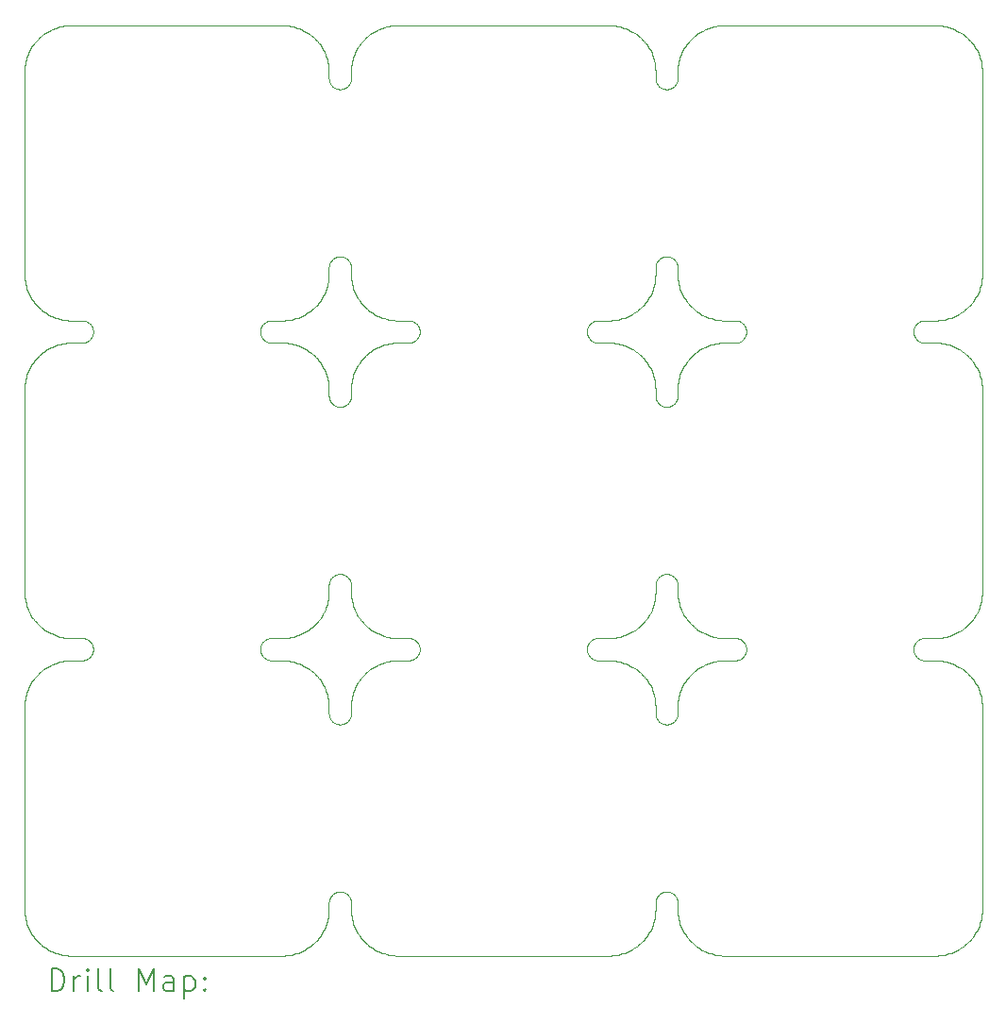
<source format=gbr>
%TF.GenerationSoftware,KiCad,Pcbnew,7.0.2-0*%
%TF.CreationDate,2024-04-23T15:27:50-05:00*%
%TF.ProjectId,saopowerbrdvcut,73616f70-6f77-4657-9262-726476637574,rev?*%
%TF.SameCoordinates,Original*%
%TF.FileFunction,Drillmap*%
%TF.FilePolarity,Positive*%
%FSLAX45Y45*%
G04 Gerber Fmt 4.5, Leading zero omitted, Abs format (unit mm)*
G04 Created by KiCad (PCBNEW 7.0.2-0) date 2024-04-23 15:27:50*
%MOMM*%
%LPD*%
G01*
G04 APERTURE LIST*
%ADD10C,0.100000*%
%ADD11C,0.200000*%
G04 APERTURE END LIST*
D10*
X13743244Y-7465329D02*
X13745463Y-7466240D01*
X16475996Y-4449610D02*
X16477293Y-4451681D01*
X13688429Y-4588793D02*
X13690477Y-4590000D01*
X14009802Y-7498692D02*
X14014673Y-7499293D01*
X19021689Y-4970704D02*
X19019981Y-4969046D01*
X16043469Y-2081234D02*
X16028770Y-2071089D01*
X16188838Y-2269278D02*
X16182175Y-2252895D01*
X16163183Y-4434466D02*
X16164387Y-4432318D01*
X12946952Y-7706856D02*
X12944561Y-7706381D01*
X15680491Y-4847184D02*
X15675702Y-4846109D01*
X13287897Y-8197062D02*
X13286821Y-8192273D01*
X13325330Y-4094232D02*
X13329343Y-4091406D01*
X16215100Y-7085519D02*
X16215100Y-7023658D01*
X16366510Y-4088780D02*
X16370657Y-4091406D01*
X13310805Y-5390814D02*
X13307599Y-5387098D01*
X11112556Y-4658707D02*
X11116940Y-4660913D01*
X16414018Y-5338331D02*
X16413178Y-5343167D01*
X18989747Y-7791637D02*
X18975588Y-7780838D01*
X16692700Y-10321868D02*
X16694968Y-10322674D01*
X13782203Y-4868022D02*
X13764769Y-4873751D01*
X19144781Y-7106057D02*
X19145283Y-7086823D01*
X10626601Y-5031862D02*
X10616893Y-5046549D01*
X15897672Y-4862411D02*
X15895316Y-4861822D01*
X16732528Y-2013305D02*
X16714718Y-2018217D01*
X16091489Y-10225731D02*
X16103883Y-10213120D01*
X16118828Y-5000056D02*
X16117273Y-4998228D01*
X16773937Y-7493251D02*
X16776357Y-7493610D01*
X13098570Y-4578025D02*
X13113269Y-4567881D01*
X16370657Y-2557700D02*
X16366510Y-2560326D01*
X12860834Y-4849121D02*
X12859605Y-4849106D01*
X13365391Y-8270842D02*
X13360602Y-8269767D01*
X13570075Y-10182684D02*
X13581172Y-10196382D01*
X15856263Y-4644145D02*
X15874761Y-4640937D01*
X13351211Y-9778609D02*
X13355871Y-9777070D01*
X16181176Y-2250603D02*
X16173719Y-2234610D01*
X13161289Y-7376626D02*
X13173683Y-7364014D01*
X17029718Y-4739304D02*
X17030079Y-4744199D01*
X13444470Y-4094232D02*
X13448339Y-4097252D01*
X10834569Y-4624463D02*
X10852004Y-4630192D01*
X10678311Y-2121598D02*
X10665917Y-2134211D01*
X13640453Y-4942532D02*
X13638602Y-4944014D01*
X10895040Y-2008170D02*
X10892649Y-2008645D01*
X12674106Y-4720077D02*
X12675646Y-4715416D01*
X19034083Y-7364014D02*
X19035716Y-7362271D01*
X13485419Y-2392181D02*
X13484917Y-2411415D01*
X15832591Y-2002039D02*
X15813486Y-2000627D01*
X13284883Y-7086823D02*
X13284900Y-7085519D01*
X18921910Y-10298088D02*
X18924018Y-10296977D01*
X16620677Y-7757323D02*
X16618629Y-7758531D01*
X10568440Y-10039434D02*
X10573449Y-10056533D01*
X18867700Y-4623657D02*
X18884737Y-4617135D01*
X16059547Y-10253901D02*
X16061398Y-10252418D01*
X10652527Y-7847334D02*
X10650972Y-7849161D01*
X16584812Y-2082627D02*
X16570653Y-2093426D01*
X10580072Y-2271637D02*
X10574225Y-2288388D01*
X13365391Y-6925580D02*
X13370227Y-6924740D01*
X13486992Y-5220364D02*
X13485555Y-5238680D01*
X13325330Y-8253084D02*
X13321461Y-8250065D01*
X18563044Y-7524116D02*
X18566761Y-7520910D01*
X19144781Y-2392181D02*
X19144645Y-2389574D01*
X11084473Y-4650188D02*
X11089309Y-4651027D01*
X13113269Y-10266092D02*
X13115188Y-10264699D01*
X13804684Y-7710928D02*
X13802329Y-7711516D01*
X16712403Y-7717127D02*
X16694969Y-7722856D01*
X15789805Y-10347316D02*
X15791033Y-10347301D01*
X10834569Y-7473569D02*
X10852004Y-7479297D01*
X16206167Y-7170425D02*
X16206699Y-7167904D01*
X16059547Y-7791637D02*
X16045388Y-7780838D01*
X13275967Y-10019531D02*
X13276499Y-10017010D01*
X13608511Y-2121598D02*
X13596117Y-2134211D01*
X17013347Y-4804663D02*
X17010521Y-4808675D01*
X11147101Y-7661650D02*
X11143895Y-7665367D01*
X13432040Y-9784572D02*
X13436310Y-9786991D01*
X19035716Y-4985060D02*
X19034083Y-4983316D01*
X11069800Y-4649106D02*
X11074707Y-4649226D01*
X12985282Y-10329102D02*
X12987597Y-10328403D01*
X11163955Y-7631900D02*
X11162188Y-7636479D01*
X13535613Y-7281423D02*
X13536817Y-7283571D01*
X11167879Y-4729596D02*
X11168718Y-4734432D01*
X12883286Y-7497584D02*
X12902391Y-7496172D01*
X16500275Y-7862860D02*
X16498802Y-7864770D01*
X10834569Y-4873751D02*
X10832300Y-4874557D01*
X11074707Y-4848985D02*
X11069800Y-4849106D01*
X19111376Y-5099708D02*
X19103919Y-5083716D01*
X18743686Y-4849733D02*
X18741230Y-4849612D01*
X12669800Y-4749105D02*
X12669921Y-4744199D01*
X16163183Y-10132677D02*
X16164387Y-10130529D01*
X16840395Y-7698211D02*
X16839167Y-7698226D01*
X11165494Y-4720077D02*
X11166803Y-4724807D01*
X13886515Y-10346689D02*
X13888970Y-10346810D01*
X16103883Y-7832422D02*
X16091489Y-7819809D01*
X19136899Y-7167904D02*
X19140168Y-7150163D01*
X13282808Y-4277873D02*
X13284245Y-4259558D01*
X16673444Y-7465329D02*
X16675663Y-7466240D01*
X13284900Y-7023658D02*
X13285020Y-7018751D01*
X19060125Y-2164649D02*
X19049028Y-2150950D01*
X16215100Y-5323658D02*
X16215100Y-5261825D01*
X16370657Y-5406805D02*
X16366510Y-5409431D01*
X18867700Y-7723663D02*
X18865431Y-7722856D01*
X16755439Y-4640937D02*
X16773937Y-4644145D01*
X17015973Y-4800516D02*
X17013347Y-4804663D01*
X16334609Y-9774685D02*
X16339398Y-9775761D01*
X15640430Y-7517890D02*
X15644443Y-7515064D01*
X13545796Y-5048620D02*
X13536816Y-5063765D01*
X16734884Y-2012717D02*
X16732528Y-2013305D01*
X18615527Y-7697129D02*
X18610691Y-7696289D01*
X13375098Y-2574071D02*
X13370227Y-2573470D01*
X16417192Y-4277873D02*
X16417463Y-4280462D01*
X16673444Y-7731097D02*
X16656827Y-7738391D01*
X13479054Y-4140864D02*
X13480594Y-4145524D01*
X18547053Y-4693548D02*
X18549879Y-4689536D01*
X17010521Y-4689536D02*
X17013347Y-4693548D01*
X16195575Y-7209847D02*
X16196351Y-7207428D01*
X15856263Y-2004961D02*
X15853843Y-2004602D01*
X16405499Y-5366414D02*
X16403292Y-5370798D01*
X16247944Y-9798669D02*
X16251661Y-9795463D01*
X15605846Y-7631900D02*
X15604306Y-7627239D01*
X13284900Y-9872764D02*
X13285020Y-9867857D01*
X13113269Y-4567881D02*
X13115188Y-4566488D01*
X13724463Y-4607918D02*
X13726627Y-4608931D01*
X13477288Y-4136284D02*
X13479054Y-4140864D01*
X13285982Y-7008985D02*
X13286821Y-7004149D01*
X13280171Y-9996709D02*
X13282537Y-9978673D01*
X16370657Y-4091406D02*
X16374670Y-4094232D01*
X12714243Y-7681358D02*
X12710230Y-7678532D01*
X16954498Y-7501208D02*
X16959228Y-7502517D01*
X14097003Y-7622509D02*
X14095694Y-7627239D01*
X13290746Y-9839075D02*
X13292512Y-9834495D01*
X16487001Y-7880967D02*
X16477293Y-7895655D01*
X16215083Y-4237717D02*
X16215100Y-4236413D01*
X15648590Y-4663333D02*
X15652860Y-4660913D01*
X14029028Y-7502517D02*
X14033689Y-7504056D01*
X16141812Y-2180765D02*
X16131398Y-2166559D01*
X13864968Y-10345037D02*
X13867409Y-10345278D01*
X10555355Y-7108664D02*
X10556793Y-7126979D01*
X10554717Y-9935929D02*
X10555219Y-9955163D01*
X10639875Y-10182684D02*
X10650972Y-10196382D01*
X13251976Y-7951106D02*
X13250976Y-7948814D01*
X15935231Y-7473569D02*
X15937500Y-7472762D01*
X12727044Y-4839504D02*
X12722660Y-4837298D01*
X16954498Y-4652102D02*
X16959228Y-4653411D01*
X10588625Y-7247631D02*
X10596081Y-7263622D01*
X10758229Y-7437898D02*
X10760277Y-7439106D01*
X19021689Y-7819809D02*
X19019981Y-7818151D01*
X18989747Y-2093426D02*
X18975588Y-2082627D01*
X12686653Y-7653768D02*
X12684027Y-7649621D01*
X16692700Y-4623657D02*
X16694968Y-4624463D01*
X19145300Y-2412719D02*
X19145283Y-2411415D01*
X13280171Y-2350634D02*
X13279768Y-2348074D01*
X13199725Y-4484473D02*
X13201198Y-4482563D01*
X16091489Y-4527520D02*
X16103883Y-4514909D01*
X14095694Y-4778134D02*
X14094154Y-4782795D01*
X16618629Y-2060320D02*
X16603415Y-2069788D01*
X15789805Y-7698211D02*
X15700000Y-7698211D01*
X13582727Y-4998228D02*
X13581172Y-5000056D01*
X16276831Y-2566941D02*
X16272344Y-2564952D01*
X18784043Y-4853707D02*
X18765232Y-4851385D01*
X13045337Y-7739403D02*
X13043173Y-7738391D01*
X13251976Y-10094444D02*
X13258638Y-10078062D01*
X16797609Y-2002039D02*
X16795168Y-2002279D01*
X16553426Y-7806119D02*
X16540419Y-7818151D01*
X15877152Y-7489567D02*
X15895316Y-7485496D01*
X14090399Y-7555455D02*
X14092388Y-7559942D01*
X13517825Y-5102001D02*
X13511162Y-5118383D01*
X13708290Y-7747446D02*
X13706182Y-7748557D01*
X13594484Y-4985060D02*
X13582727Y-4998228D01*
X14074095Y-4816261D02*
X14070711Y-4819816D01*
X19047473Y-4499999D02*
X19049028Y-4498171D01*
X16220945Y-2508242D02*
X16219406Y-2503581D01*
X16389195Y-5390814D02*
X16385811Y-5394369D01*
X13473092Y-9825624D02*
X13475299Y-9830008D01*
X16237799Y-6960219D02*
X16241005Y-6956502D01*
X13285020Y-2479460D02*
X13284900Y-2474553D01*
X16797609Y-10345278D02*
X16816715Y-10346689D01*
X16255530Y-6943337D02*
X16259543Y-6940511D01*
X12684027Y-7649621D02*
X12681608Y-7645351D01*
X19119038Y-7967489D02*
X19112375Y-7951106D01*
X18574643Y-7681358D02*
X18570630Y-7678532D01*
X13292512Y-2512821D02*
X13290746Y-2508242D01*
X13271817Y-4338749D02*
X13275967Y-4321320D01*
X18610691Y-7500132D02*
X18615527Y-7499293D01*
X16348789Y-8266918D02*
X16344128Y-8268458D01*
X11150121Y-7657781D02*
X11147101Y-7661650D01*
X16816715Y-10346689D02*
X16819170Y-10346810D01*
X10760277Y-7439106D02*
X10775983Y-7447871D01*
X16993639Y-4826407D02*
X16989770Y-4829426D01*
X12985282Y-4867323D02*
X12967472Y-4862411D01*
X16226908Y-4127413D02*
X16229327Y-4123142D01*
X16968468Y-4841493D02*
X16963889Y-4843260D01*
X13483818Y-2489226D02*
X13482979Y-2494062D01*
X16324902Y-2574071D02*
X16320007Y-2574432D01*
X11125357Y-7681358D02*
X11121210Y-7683984D01*
X10872129Y-4635802D02*
X10874484Y-4636390D01*
X13638602Y-2094909D02*
X13625007Y-2106337D01*
X10574225Y-7209847D02*
X10580072Y-7226598D01*
X15685327Y-7499293D02*
X15690198Y-7498692D01*
X12689479Y-4808675D02*
X12686653Y-4804663D01*
X18886956Y-4881991D02*
X18884737Y-4881080D01*
X13596117Y-7832422D02*
X13594484Y-7834165D01*
X19103919Y-7263622D02*
X19111375Y-7247631D01*
X13289206Y-5352687D02*
X13287897Y-5347956D01*
X10559832Y-8046285D02*
X10559429Y-8048844D01*
X13061511Y-7747445D02*
X13045337Y-7739403D01*
X19049028Y-2150950D02*
X19047473Y-2149123D01*
X13708290Y-7448982D02*
X13724463Y-7457023D01*
X18921910Y-4599877D02*
X18924018Y-4598766D01*
X16059547Y-7404796D02*
X16061398Y-7403313D01*
X19102815Y-5081494D02*
X19094587Y-5065914D01*
X18924018Y-10296977D02*
X18939723Y-10288211D01*
X13399573Y-4075635D02*
X13404409Y-4076474D01*
X16213008Y-9976084D02*
X16214445Y-9957769D01*
X19132217Y-4338749D02*
X19136367Y-4321320D01*
X16353368Y-5416046D02*
X16348789Y-5417813D01*
X14042756Y-7688610D02*
X14038268Y-7690599D01*
X13280171Y-5199739D02*
X13279768Y-5197180D01*
X16237799Y-5387098D02*
X16234779Y-5383228D01*
X13026556Y-4881991D02*
X13024337Y-4881080D01*
X10937209Y-4647067D02*
X10956315Y-4648478D01*
X16692700Y-7723663D02*
X16675663Y-7730186D01*
X16423501Y-2330333D02*
X16420232Y-2348074D01*
X12710230Y-7678532D02*
X12706361Y-7675512D01*
X19035716Y-7362271D02*
X19047473Y-7349104D01*
X13503649Y-7989018D02*
X13498640Y-8006118D01*
X18958970Y-2071089D02*
X18956985Y-2069788D01*
X13535613Y-5065914D02*
X13527385Y-5081494D01*
X16218097Y-5347956D02*
X16217021Y-5343167D01*
X13379993Y-5423538D02*
X13375098Y-5423177D01*
X15791033Y-10347301D02*
X15811030Y-10346810D01*
X16201360Y-5157013D02*
X16196351Y-5139913D01*
X13301753Y-4118996D02*
X13304579Y-4114983D01*
X10832300Y-10321868D02*
X10834569Y-10322674D01*
X15648590Y-7683984D02*
X15644443Y-7681358D01*
X10616893Y-7895655D02*
X10615596Y-7897725D01*
X13503649Y-7207428D02*
X13504425Y-7209847D01*
X17027203Y-4724807D02*
X17028278Y-4729596D01*
X16977340Y-7510019D02*
X16981610Y-7512438D01*
X13418589Y-2568707D02*
X13413929Y-2570247D01*
X13452056Y-9798669D02*
X13455611Y-9802053D01*
X18886956Y-10314435D02*
X18903573Y-10307142D01*
X19131560Y-10039434D02*
X19132217Y-10036960D01*
X17029718Y-4758907D02*
X17029118Y-4763779D01*
X10775983Y-10296977D02*
X10778090Y-10298088D01*
X14095694Y-4720077D02*
X14097003Y-4724807D01*
X16215100Y-9934624D02*
X16215100Y-9872764D01*
X13764769Y-4873751D02*
X13762500Y-4874557D01*
X16673444Y-10314435D02*
X16675663Y-10315346D01*
X12880830Y-2000506D02*
X12860834Y-2000015D01*
X13484900Y-2474553D02*
X13484780Y-2479460D01*
X13458995Y-8239920D02*
X13455611Y-8243474D01*
X16201360Y-8006118D02*
X16196351Y-7989018D01*
X18867700Y-7472762D02*
X18884737Y-7466240D01*
X16395421Y-6964088D02*
X16398247Y-6968101D01*
X19084404Y-7897725D02*
X19083107Y-7895655D01*
X18921910Y-2049234D02*
X18905737Y-2041192D01*
X13568602Y-2166559D02*
X13558188Y-2180765D01*
X16400873Y-6972248D02*
X16403292Y-6976518D01*
X13444470Y-2554874D02*
X13440457Y-2557700D01*
X11098829Y-4653411D02*
X11103489Y-4654951D01*
X10555219Y-4256952D02*
X10555355Y-4259558D01*
X15935231Y-10322674D02*
X15937500Y-10321868D01*
X14024298Y-7695214D02*
X14019509Y-7696289D01*
X12859605Y-10347316D02*
X12860833Y-10347301D01*
X12860833Y-4649090D02*
X12880831Y-4648599D01*
X16267960Y-2562745D02*
X16263690Y-2560326D01*
X19005193Y-7804548D02*
X18991598Y-7793120D01*
X11125357Y-7515064D02*
X11129370Y-7517890D01*
X13043173Y-4608931D02*
X13045337Y-4607918D01*
X16433849Y-10056533D02*
X16434625Y-10058953D01*
X13005031Y-7722856D02*
X12987597Y-7717127D01*
X18827872Y-4862411D02*
X18825516Y-4861822D01*
X13802329Y-7484907D02*
X13804684Y-7485496D01*
X19145283Y-5260521D02*
X19144781Y-5241286D01*
X16488388Y-4468359D02*
X16498802Y-4482563D01*
X13304579Y-2534123D02*
X13301753Y-2530110D01*
X15636561Y-7520910D02*
X15640430Y-7517890D01*
X18845682Y-4867323D02*
X18827872Y-4862411D01*
X19136367Y-10019531D02*
X19136899Y-10017010D01*
X18530681Y-4739304D02*
X18531282Y-4734432D01*
X16201360Y-7190328D02*
X16202017Y-7187854D01*
X13511162Y-10078062D02*
X13517825Y-10094444D01*
X16310193Y-9772884D02*
X16315100Y-9772764D01*
X10815263Y-10315346D02*
X10832300Y-10321868D01*
X13465221Y-9813194D02*
X13468047Y-9817207D01*
X18924018Y-4598766D02*
X18939723Y-4590000D01*
X18536046Y-4715416D02*
X18537812Y-4710837D01*
X15877152Y-4640462D02*
X15895316Y-4636390D01*
X10615596Y-7897725D02*
X10606617Y-7912871D01*
X19103919Y-7932821D02*
X19102815Y-7930599D01*
X19021689Y-10225731D02*
X19034083Y-10213120D01*
X19019981Y-7818151D02*
X19006974Y-7806119D01*
X14019509Y-7500132D02*
X14024298Y-7501208D01*
X15632844Y-7524116D02*
X15636561Y-7520910D01*
X13482979Y-5343167D02*
X13481903Y-5347956D01*
X16215100Y-2474553D02*
X16215100Y-2412719D01*
X13625007Y-4542781D02*
X13638602Y-4554207D01*
X10758229Y-4909426D02*
X10743015Y-4918894D01*
X16212736Y-5217775D02*
X16210371Y-5199739D01*
X16305298Y-9773245D02*
X16310193Y-9772884D01*
X18941771Y-2060320D02*
X18939723Y-2059112D01*
X13448339Y-8250065D02*
X13444470Y-8253084D01*
X16105516Y-4513166D02*
X16117273Y-4499999D01*
X13079324Y-4590000D02*
X13081371Y-4588793D01*
X15897671Y-4635802D02*
X15915482Y-4630891D01*
X13596117Y-4983316D02*
X13594484Y-4985060D01*
X16526317Y-4514909D02*
X16538711Y-4527520D01*
X18762791Y-4851144D02*
X18743686Y-4849733D01*
X11168718Y-4763779D02*
X11167879Y-4768615D01*
X16251661Y-4097252D02*
X16255530Y-4094232D01*
X13286821Y-7004149D02*
X13287897Y-6999360D01*
X19145300Y-7085519D02*
X19145300Y-5261825D01*
X16732529Y-10334013D02*
X16734884Y-10334601D01*
X16105516Y-7362271D02*
X16117273Y-7349104D01*
X16229327Y-2525963D02*
X16226908Y-2521692D01*
X10588625Y-2250603D02*
X10587625Y-2252895D01*
X16392401Y-4111113D02*
X16395421Y-4114983D01*
X13115188Y-10264699D02*
X13129347Y-10253901D01*
X16234779Y-6964088D02*
X16237799Y-6960219D01*
X10708402Y-4554207D02*
X10710254Y-4555690D01*
X16456481Y-4414517D02*
X16457585Y-4416739D01*
X13535613Y-10130529D02*
X13536817Y-10132677D01*
X13404409Y-4076474D02*
X13409198Y-4077550D01*
X19093383Y-7283571D02*
X19094587Y-7281423D01*
X13477288Y-5361927D02*
X13475299Y-5366414D01*
X13389807Y-2574432D02*
X13384900Y-2574553D01*
X13301753Y-6968101D02*
X13304579Y-6964088D01*
X19145300Y-8110930D02*
X19145283Y-8109626D01*
X13654612Y-10264699D02*
X13656532Y-10266092D01*
X11168718Y-7612884D02*
X11167879Y-7617720D01*
X13329343Y-2557700D02*
X13325330Y-2554874D01*
X18958970Y-7427130D02*
X18973668Y-7416986D01*
X16195575Y-7986599D02*
X16189728Y-7969847D01*
X15700000Y-4849106D02*
X15695093Y-4848985D01*
X16215220Y-8177671D02*
X16215100Y-8172764D01*
X16570653Y-4555690D02*
X16584812Y-4566488D01*
X12674106Y-7569182D02*
X12675646Y-7564522D01*
X13299127Y-9821353D02*
X13301753Y-9817207D01*
X15607612Y-7636479D02*
X15605846Y-7631900D01*
X16209968Y-8046285D02*
X16206699Y-8028543D01*
X12695705Y-4816261D02*
X12692499Y-4812545D01*
X10743015Y-7428431D02*
X10758229Y-7437898D01*
X13558188Y-4468359D02*
X13568602Y-4482563D01*
X13468047Y-8228321D02*
X13465221Y-8232334D01*
X16409254Y-8206453D02*
X16407488Y-8211032D01*
X16209968Y-5197180D02*
X16206699Y-5179438D01*
X16103883Y-2134211D02*
X16091489Y-2121598D01*
X10708402Y-7793120D02*
X10694807Y-7804548D01*
X10563633Y-5176917D02*
X10563101Y-5179438D01*
X16224701Y-4131797D02*
X16226908Y-4127413D01*
X19131560Y-7190328D02*
X19132217Y-7187854D01*
X15680491Y-7696289D02*
X15675702Y-7695214D01*
X13556801Y-4466367D02*
X13558188Y-4468359D01*
X13201198Y-7331668D02*
X13211612Y-7317464D01*
X14000000Y-4649106D02*
X14004907Y-4649226D01*
X11121210Y-7683984D02*
X11116940Y-7686403D01*
X12736111Y-4654951D02*
X12740772Y-4653411D01*
X16382256Y-2548648D02*
X16378539Y-2551854D01*
X16407488Y-9834495D02*
X16409254Y-9839075D01*
X16840395Y-7498211D02*
X16930200Y-7498211D01*
X16776357Y-7493610D02*
X16795168Y-7495932D01*
X15937500Y-4874557D02*
X15935231Y-4873751D01*
X18539801Y-7555455D02*
X18542008Y-7551071D01*
X16272344Y-2564952D02*
X16267960Y-2562745D01*
X13654612Y-4566488D02*
X13656532Y-4567881D01*
X10872129Y-2013305D02*
X10854318Y-2018217D01*
X16196351Y-10056533D02*
X16201360Y-10039434D01*
X13199725Y-2164649D02*
X13188628Y-2150950D01*
X13518824Y-10096736D02*
X13526281Y-10112727D01*
X19140168Y-4301057D02*
X19140571Y-4298498D01*
X13465221Y-5383228D02*
X13462201Y-5387098D01*
X13654612Y-2082627D02*
X13640453Y-2093426D01*
X13436310Y-2560326D02*
X13432040Y-2562745D01*
X13187073Y-7349104D02*
X13188628Y-7347276D01*
X18630200Y-7498211D02*
X18720005Y-7498211D01*
X16935107Y-7498331D02*
X16940002Y-7498692D01*
X16244389Y-4103842D02*
X16247944Y-4100458D01*
X12702644Y-7672306D02*
X12699089Y-7668922D01*
X16410794Y-9843735D02*
X16412103Y-9848466D01*
X18827871Y-4635802D02*
X18845682Y-4630891D01*
X16315100Y-8272764D02*
X16310193Y-8272643D01*
X16487001Y-10164578D02*
X16488388Y-10166570D01*
X16026785Y-4918894D02*
X16011571Y-4909426D01*
X10832300Y-4623657D02*
X10834569Y-4624463D01*
X16028770Y-4578025D02*
X16043468Y-4567881D01*
X19140571Y-5199739D02*
X19140168Y-5197180D01*
X16819170Y-7698717D02*
X16816714Y-7698838D01*
X16428183Y-7187854D02*
X16428840Y-7190328D01*
X14094154Y-7631900D02*
X14092388Y-7636479D01*
X10693026Y-10239421D02*
X10694807Y-10240992D01*
X13413929Y-6927964D02*
X13418589Y-6929504D01*
X18847997Y-10328403D02*
X18865431Y-10322674D01*
X16320007Y-6923779D02*
X16324902Y-6924140D01*
X13005031Y-2024645D02*
X12987597Y-2018916D01*
X16414618Y-9862962D02*
X16414979Y-9867857D01*
X19073399Y-5031862D02*
X19072012Y-5029870D01*
X16601430Y-7769300D02*
X16586731Y-7779445D01*
X16076774Y-4541210D02*
X16089781Y-4529178D01*
X18884737Y-7730186D02*
X18867700Y-7723663D01*
X16043469Y-4930340D02*
X16028770Y-4920195D01*
X10937209Y-7496172D02*
X10956315Y-7497584D01*
X19136367Y-2327811D02*
X19132217Y-2310382D01*
X13259528Y-4377492D02*
X13265375Y-4360742D01*
X13399573Y-9773846D02*
X13404409Y-9774685D01*
X16977340Y-4837298D02*
X16972956Y-4839504D01*
X13493833Y-2327811D02*
X13493301Y-2330333D01*
X11163955Y-4715416D02*
X11165494Y-4720077D01*
X16776357Y-10342715D02*
X16795168Y-10345037D01*
X11167879Y-7617720D02*
X11166803Y-7622509D01*
X13764769Y-2024645D02*
X13762500Y-2025452D01*
X10726332Y-7779445D02*
X10724413Y-7780838D01*
X13486992Y-9976084D02*
X13487264Y-9978673D01*
X15632844Y-7672306D02*
X15629289Y-7668922D01*
X16061398Y-7793120D02*
X16059547Y-7791637D01*
X10563101Y-2330333D02*
X10559832Y-2348074D01*
X18941771Y-7758531D02*
X18939723Y-7757323D01*
X13275967Y-2327811D02*
X13271817Y-2310382D01*
X16540419Y-4529178D02*
X16553426Y-4541210D01*
X13623226Y-10239421D02*
X13625007Y-10240992D01*
X15695093Y-7698090D02*
X15690198Y-7697729D01*
X19126551Y-7207428D02*
X19131560Y-7190328D01*
X16524684Y-7834165D02*
X16512926Y-7847334D01*
X18566761Y-4671804D02*
X18570630Y-4668785D01*
X16475996Y-5048620D02*
X16467016Y-5063765D01*
X13504425Y-10058953D02*
X13510272Y-10075703D01*
X18530320Y-4754012D02*
X18530200Y-4749106D01*
X13321461Y-8250065D02*
X13317744Y-8246859D01*
X12965116Y-4636390D02*
X12967472Y-4635802D01*
X13484917Y-2411415D02*
X13484900Y-2412719D01*
X16220945Y-4140864D02*
X16222712Y-4136284D01*
X16419829Y-4298498D02*
X16420232Y-4301057D01*
X11079602Y-7697729D02*
X11074707Y-7698090D01*
X13409198Y-2571556D02*
X13404409Y-2572631D01*
X13782203Y-10328403D02*
X13784518Y-10329102D01*
X16449024Y-7247631D02*
X16456481Y-7263622D01*
X14038268Y-4841493D02*
X14033689Y-4843260D01*
X18865431Y-2024645D02*
X18847997Y-2018916D01*
X14092388Y-4787374D02*
X14090399Y-4791861D01*
X13043173Y-7458036D02*
X13045337Y-7457023D01*
X19019981Y-4969046D02*
X19006974Y-4957013D01*
X13486992Y-8069470D02*
X13485555Y-8087785D01*
X14099518Y-4758907D02*
X14098918Y-4763779D01*
X19119928Y-10075703D02*
X19125775Y-10058953D01*
X15915482Y-7716428D02*
X15897672Y-7711516D01*
X16409254Y-4140864D02*
X16410794Y-4145524D01*
X16315100Y-2574553D02*
X16310193Y-2574432D01*
X12722660Y-7510019D02*
X12727044Y-7507812D01*
X16477293Y-10149892D02*
X16487001Y-10164578D01*
X16732528Y-4862411D02*
X16714718Y-4867323D01*
X12860834Y-7698226D02*
X12859605Y-7698211D01*
X16412103Y-6999360D02*
X16413178Y-7004149D01*
X16415100Y-5261825D02*
X16415100Y-5323658D01*
X13822848Y-7489567D02*
X13825239Y-7490042D01*
X16839167Y-4649090D02*
X16840395Y-4649105D01*
X13276499Y-10017010D02*
X13279768Y-9999268D01*
X10710254Y-10253901D02*
X10724412Y-10264699D01*
X15856263Y-7493251D02*
X15874761Y-7490042D01*
X16405499Y-8215519D02*
X16403292Y-8219903D01*
X13458995Y-9805608D02*
X13462201Y-9809324D01*
X16538711Y-7376626D02*
X16540419Y-7378284D01*
X16511372Y-5000056D02*
X16500275Y-5013755D01*
X16206699Y-7167904D02*
X16209968Y-7150163D01*
X18530681Y-7608013D02*
X18530320Y-7603118D01*
X15973373Y-2040180D02*
X15956756Y-2032886D01*
X15895316Y-4861822D02*
X15877152Y-4857750D01*
X19119038Y-5118383D02*
X19112375Y-5102001D01*
X13333490Y-2560326D02*
X13329343Y-2557700D01*
X16570653Y-4942532D02*
X16568802Y-4944014D01*
X16117273Y-10198210D02*
X16118828Y-10196382D01*
X18556105Y-4816261D02*
X18552899Y-4812545D01*
X18958970Y-7769300D02*
X18956985Y-7767999D01*
X16267960Y-6935466D02*
X16272344Y-6933259D01*
X16414618Y-5333460D02*
X16414018Y-5338331D01*
X12965116Y-4861822D02*
X12946952Y-4857750D01*
X12686653Y-4693548D02*
X12689479Y-4689536D01*
X13822848Y-2008645D02*
X13804684Y-2012717D01*
X13484900Y-4174553D02*
X13484900Y-4236413D01*
X16215083Y-7086823D02*
X16215100Y-7085519D01*
X16584812Y-7415593D02*
X16586731Y-7416986D01*
X16217021Y-4155044D02*
X16218097Y-4150255D01*
X10724413Y-7780838D02*
X10710254Y-7791637D01*
X12681608Y-7645351D02*
X12679401Y-7640966D01*
X10650972Y-4498171D02*
X10652527Y-4499999D01*
X16209968Y-7150163D02*
X16210371Y-7147604D01*
X16385811Y-4103842D02*
X16389195Y-4107397D01*
X10557064Y-5217775D02*
X10556793Y-5220364D01*
X16103883Y-4983316D02*
X16091489Y-4970704D01*
X16819170Y-10346810D02*
X16839167Y-10347301D01*
X16295591Y-9774685D02*
X16300427Y-9773846D01*
X16434625Y-7986599D02*
X16433849Y-7989018D01*
X10627988Y-4468359D02*
X10638402Y-4482563D01*
X14009802Y-7697729D02*
X14004907Y-7698090D01*
X18845682Y-7716428D02*
X18827872Y-7711516D01*
X10758229Y-10287004D02*
X10760277Y-10288211D01*
X16405499Y-4131797D02*
X16407488Y-4136284D01*
X13526281Y-4414517D02*
X13527385Y-4416739D01*
X12671722Y-4729596D02*
X12672797Y-4724807D01*
X19060125Y-4484473D02*
X19061598Y-4482563D01*
X13282537Y-9978673D02*
X13282808Y-9976084D01*
X10958770Y-2000506D02*
X10956315Y-2000627D01*
X13212999Y-7315473D02*
X13222707Y-7300787D01*
X10775983Y-7748557D02*
X10760277Y-7757323D01*
X18905737Y-2041192D02*
X18903573Y-2040180D01*
X15975537Y-10306129D02*
X15991710Y-10298088D01*
X16694969Y-2024645D02*
X16692700Y-2025452D01*
X10895040Y-7706381D02*
X10892649Y-7706856D01*
X16428840Y-10039434D02*
X16433849Y-10056533D01*
X16241005Y-2541709D02*
X16237799Y-2537992D01*
X17018392Y-4701966D02*
X17020599Y-4706350D01*
X18570630Y-7678532D02*
X18566761Y-7675512D01*
X18847997Y-2018916D02*
X18845682Y-2018217D01*
X10650972Y-7347276D02*
X10652527Y-7349104D01*
X13258638Y-5118383D02*
X13251976Y-5102001D01*
X16414618Y-2484355D02*
X16414018Y-2489226D01*
X16603415Y-2069788D02*
X16601430Y-2071089D01*
X13490032Y-9999268D02*
X13493301Y-10017010D01*
X10606617Y-2214660D02*
X10605414Y-2216808D01*
X18537812Y-4710837D02*
X18539801Y-4706350D01*
X13802329Y-2013305D02*
X13784518Y-2018217D01*
X13640453Y-4555690D02*
X13654612Y-4566488D01*
X16224701Y-2517308D02*
X16222712Y-2512821D01*
X16215100Y-5261825D02*
X16215083Y-5260521D01*
X10874484Y-2012717D02*
X10872129Y-2013305D01*
X13483818Y-9858091D02*
X13484418Y-9862962D01*
X19145283Y-9935928D02*
X19145300Y-9934624D01*
X13423168Y-9780376D02*
X13427656Y-9782365D01*
X18563044Y-4675010D02*
X18566761Y-4671804D01*
X13481903Y-4150255D02*
X13482979Y-4155044D01*
X16840395Y-2000000D02*
X16839167Y-2000015D01*
X15622699Y-4812545D02*
X15619679Y-4808675D01*
X16259543Y-8255911D02*
X16255530Y-8253084D01*
X18975588Y-10264699D02*
X18989747Y-10253901D01*
X16407488Y-4136284D02*
X16409254Y-4140864D01*
X16215220Y-7018751D02*
X16215581Y-7013856D01*
X13199725Y-5013755D02*
X13188628Y-5000056D01*
X16305298Y-4075034D02*
X16310193Y-4074673D01*
X16398247Y-2530110D02*
X16395421Y-2534123D01*
X13556801Y-2182756D02*
X13547093Y-2197444D01*
X19047473Y-7349104D02*
X19049028Y-7347276D01*
X16675663Y-4881080D02*
X16673444Y-4881992D01*
X13360602Y-4077550D02*
X13365391Y-4076474D01*
X10958770Y-4648599D02*
X10978767Y-4649090D01*
X13481903Y-8197062D02*
X13480594Y-8201792D01*
X16954498Y-4846109D02*
X16949709Y-4847184D01*
X16129925Y-7333579D02*
X16131398Y-7331668D01*
X16143199Y-5031862D02*
X16141812Y-5029870D01*
X13726627Y-10307142D02*
X13743244Y-10314435D01*
X10559832Y-5197180D02*
X10559429Y-5199739D01*
X16440471Y-10075703D02*
X16441362Y-10078062D01*
X13296708Y-6976518D02*
X13299127Y-6972248D01*
X10892649Y-4640462D02*
X10895040Y-4640937D01*
X13483818Y-8187437D02*
X13482979Y-8192273D01*
X16395421Y-5383228D02*
X16392401Y-5387098D01*
X13843737Y-4854066D02*
X13825239Y-4857275D01*
X15695093Y-4649226D02*
X15700000Y-4649106D01*
X10638402Y-7864770D02*
X10627988Y-7878976D01*
X10638402Y-10180774D02*
X10639875Y-10182684D01*
X19145283Y-8109626D02*
X19144781Y-8090392D01*
X13115188Y-2082627D02*
X13113269Y-2081234D01*
X15657244Y-7688610D02*
X15652860Y-7686403D01*
X16353368Y-9780376D02*
X16357855Y-9782365D01*
X13638602Y-4554207D02*
X13640453Y-4555690D01*
X16512927Y-4499999D02*
X16524684Y-4513166D01*
X15601921Y-7617720D02*
X15601082Y-7612884D01*
X12944561Y-10339148D02*
X12946952Y-10338673D01*
X10895040Y-4857275D02*
X10892649Y-4857750D01*
X10639875Y-7333579D02*
X10650972Y-7347276D01*
X10978767Y-2000015D02*
X10958770Y-2000506D01*
X15640430Y-4829426D02*
X15636561Y-4826407D01*
X12702644Y-4675010D02*
X12706361Y-4671804D01*
X16188838Y-10078062D02*
X16189728Y-10075703D01*
X18559489Y-4678395D02*
X18563044Y-4675010D01*
X13409198Y-5420661D02*
X13404409Y-5421737D01*
X17022588Y-7636479D02*
X17020599Y-7640966D01*
X13479054Y-6989969D02*
X13480594Y-6994630D01*
X13212999Y-10164578D02*
X13222707Y-10149892D01*
X13098570Y-7769300D02*
X13096585Y-7767999D01*
X10708402Y-7403313D02*
X10710254Y-7404796D01*
X13399573Y-2573470D02*
X13394702Y-2574071D01*
X13455611Y-5394369D02*
X13452056Y-5397753D01*
X18845682Y-4630891D02*
X18847997Y-4630192D01*
X12967472Y-7484907D02*
X12985282Y-7479996D01*
X10556793Y-4277873D02*
X10557064Y-4280462D01*
X12670882Y-4734432D02*
X12671722Y-4729596D01*
X12671722Y-4768615D02*
X12670882Y-4763779D01*
X13726627Y-4889285D02*
X13724463Y-4890298D01*
X19094587Y-2216808D02*
X19093384Y-2214660D01*
X19131560Y-2307908D02*
X19126551Y-2290807D01*
X16993639Y-7675512D02*
X16989770Y-7678532D01*
X16154204Y-7897725D02*
X16152907Y-7895655D01*
X16417192Y-9976084D02*
X16417463Y-9978673D01*
X13481903Y-6999360D02*
X13482979Y-7004149D01*
X10597185Y-7930599D02*
X10596081Y-7932821D01*
X13484418Y-4164751D02*
X13484780Y-4169646D01*
X19019981Y-7378284D02*
X19021689Y-7376626D01*
X16977340Y-4660913D02*
X16981610Y-4663333D01*
X13282537Y-7129567D02*
X13282808Y-7126979D01*
X16538711Y-7819809D02*
X16526317Y-7832422D01*
X15690198Y-4848624D02*
X15685327Y-4848023D01*
X13480594Y-4145524D02*
X13481903Y-4150255D01*
X11168718Y-4734432D02*
X11169319Y-4739304D01*
X18807352Y-4640462D02*
X18825516Y-4636390D01*
X16417192Y-2371259D02*
X16415755Y-2389574D01*
X10574225Y-2288388D02*
X10573449Y-2290807D01*
X13188628Y-7347276D02*
X13199725Y-7333579D01*
X16224701Y-5366414D02*
X16222712Y-5361927D01*
X13671230Y-4578025D02*
X13673215Y-4579326D01*
X14097003Y-7573913D02*
X14098078Y-7578702D01*
X13825239Y-10339148D02*
X13843737Y-10342356D01*
X13510272Y-5120742D02*
X13504425Y-5137493D01*
X12689479Y-7538641D02*
X12692499Y-7534772D01*
X10724413Y-4931733D02*
X10710254Y-4942532D01*
X16656827Y-2040180D02*
X16654663Y-2041192D01*
X16026785Y-7428431D02*
X16028770Y-7427130D01*
X16400873Y-4123142D02*
X16403292Y-4127413D01*
X19072012Y-7317464D02*
X19073399Y-7315473D01*
X18536046Y-4782795D02*
X18534506Y-4778134D01*
X13201198Y-2166559D02*
X13199725Y-2164649D01*
X13212999Y-5031862D02*
X13211612Y-5029870D01*
X13287897Y-9848466D02*
X13289206Y-9843735D01*
X15813486Y-4648478D02*
X15832591Y-4647067D01*
X16353368Y-4082165D02*
X16357855Y-4084154D01*
X10913537Y-7493251D02*
X10915957Y-7493610D01*
X13384900Y-6923658D02*
X13389807Y-6923779D01*
X16412103Y-2498851D02*
X16410794Y-2503581D01*
X16215220Y-5328565D02*
X16215100Y-5323658D01*
X18533197Y-7622509D02*
X18532121Y-7617720D01*
X10557064Y-8066881D02*
X10556793Y-8069470D01*
X13440457Y-5406805D02*
X13436310Y-5409431D01*
X17004295Y-4681950D02*
X17007501Y-4685666D01*
X13098570Y-7427130D02*
X13113269Y-7416986D01*
X11169800Y-4749106D02*
X11169680Y-4754012D01*
X12769800Y-4849106D02*
X12764893Y-4848985D01*
X13258638Y-7228957D02*
X13259528Y-7226598D01*
X16555207Y-7804548D02*
X16553426Y-7806119D01*
X14033689Y-7504056D02*
X14038268Y-7505823D01*
X16181176Y-7948814D02*
X16173719Y-7932821D01*
X13222707Y-10149892D02*
X13224004Y-10147821D01*
X19136367Y-5176917D02*
X19132217Y-5159487D01*
X19084404Y-5048620D02*
X19083107Y-5046549D01*
X16234779Y-2534123D02*
X16231953Y-2530110D01*
X16712403Y-4630192D02*
X16714718Y-4630891D01*
X19006974Y-4541210D02*
X19019981Y-4529178D01*
X19144781Y-4256952D02*
X19145283Y-4237717D01*
X13342144Y-2564952D02*
X13337760Y-2562745D01*
X16448025Y-5102001D02*
X16441362Y-5118383D01*
X13379993Y-4074673D02*
X13384900Y-4074553D01*
X14094154Y-4715416D02*
X14095694Y-4720077D01*
X10775983Y-4598766D02*
X10778090Y-4599877D01*
X18625293Y-4649226D02*
X18630200Y-4649106D01*
X18605902Y-7501208D02*
X18610691Y-7500132D01*
X19112375Y-2252895D02*
X19111376Y-2250603D01*
X18574643Y-4832252D02*
X18570630Y-4829426D01*
X18743686Y-4648478D02*
X18762791Y-4647067D01*
X19021689Y-2121598D02*
X19019981Y-2119940D01*
X16172615Y-7265844D02*
X16173719Y-7263622D01*
X13594484Y-4513166D02*
X13596117Y-4514909D01*
X16441362Y-7967488D02*
X16440471Y-7969848D01*
X12859605Y-4849106D02*
X12769800Y-4849106D01*
X17024354Y-7631900D02*
X17022588Y-7636479D01*
X13706182Y-4899451D02*
X13690477Y-4908218D01*
X16222712Y-6985390D02*
X16224701Y-6980903D01*
X13493301Y-8028543D02*
X13490032Y-8046285D01*
X17020599Y-4791861D02*
X17018392Y-4796245D01*
X16714718Y-2018217D02*
X16712403Y-2018916D01*
X10568440Y-5157013D02*
X10567784Y-5159487D01*
X13440457Y-9789617D02*
X13444470Y-9792443D01*
X16244389Y-2545263D02*
X16241005Y-2541709D01*
X13483818Y-7008985D02*
X13484418Y-7013856D01*
X16009523Y-2059112D02*
X15993818Y-2050346D01*
X16210371Y-2350634D02*
X16209968Y-2348074D01*
X15874761Y-2008170D02*
X15856263Y-2004961D01*
X13673215Y-10277537D02*
X13688429Y-10287004D01*
X16255530Y-4094232D02*
X16259543Y-4091406D01*
X13285382Y-4164751D02*
X13285982Y-4159880D01*
X13510272Y-7226598D02*
X13511162Y-7228957D01*
X16218097Y-8197062D02*
X16217021Y-8192273D01*
X16263690Y-5409431D02*
X16259543Y-5406805D01*
X18973668Y-10266092D02*
X18975588Y-10264699D01*
X13846157Y-10342715D02*
X13864968Y-10345037D01*
X10664284Y-2135954D02*
X10652527Y-2149123D01*
X10854318Y-7479996D02*
X10872129Y-7484907D01*
X16403292Y-2521692D02*
X16400873Y-2525963D01*
X16213008Y-4277873D02*
X16214445Y-4259558D01*
X16959228Y-4844800D02*
X16954498Y-4846109D01*
X16300427Y-4075635D02*
X16305298Y-4075034D01*
X12710230Y-4668785D02*
X12714243Y-4665959D01*
X14088192Y-4796245D02*
X14085773Y-4800516D01*
X16465813Y-4432318D02*
X16467016Y-4434466D01*
X13296708Y-2521692D02*
X13294501Y-2517308D01*
X13282537Y-8066881D02*
X13280171Y-8048844D01*
X15993818Y-7748557D02*
X15991710Y-7747445D01*
X16220945Y-6989969D02*
X16222712Y-6985390D01*
X19131560Y-4341223D02*
X19132217Y-4338749D01*
X10892649Y-4857750D02*
X10874484Y-4861822D01*
X13527385Y-7930599D02*
X13526281Y-7932821D01*
X13558188Y-5029870D02*
X13556801Y-5031862D01*
X14097003Y-4724807D02*
X14098078Y-4729596D01*
X13375098Y-9773245D02*
X13379993Y-9772884D01*
X13284245Y-4259558D02*
X13284381Y-4256952D01*
X13115188Y-4931733D02*
X13113269Y-4930340D01*
X16219406Y-6994630D02*
X16220945Y-6989969D01*
X13355871Y-8268458D02*
X13351211Y-8266918D01*
X18741230Y-4648599D02*
X18743686Y-4648478D01*
X13625007Y-2106337D02*
X13623226Y-2107908D01*
X16043468Y-7416986D02*
X16045388Y-7415593D01*
X16172615Y-10114950D02*
X16173719Y-10112728D01*
X18537812Y-4787374D02*
X18536046Y-4782795D01*
X18786463Y-4854066D02*
X18784043Y-4853707D01*
X10559832Y-4301057D02*
X10563101Y-4318799D01*
X14090399Y-4791861D02*
X14088192Y-4796245D01*
X16215581Y-4164751D02*
X16216182Y-4159880D01*
X13284381Y-7106057D02*
X13284883Y-7086823D01*
X16512927Y-7349104D02*
X16524684Y-7362271D01*
X10574225Y-5137494D02*
X10573449Y-5139913D01*
X18542008Y-4701966D02*
X18544427Y-4697695D01*
X14033689Y-4654951D02*
X14038268Y-4656718D01*
X17027203Y-7622509D02*
X17025894Y-7627239D01*
X13608511Y-7376626D02*
X13610219Y-7378284D01*
X16840395Y-4649106D02*
X16930200Y-4649106D01*
X16164387Y-10130529D02*
X16172615Y-10114950D01*
X13493301Y-10017010D02*
X13493833Y-10019531D01*
X10605414Y-7915019D02*
X10597185Y-7930599D01*
X12944561Y-4640937D02*
X12946952Y-4640462D01*
X13581172Y-2150950D02*
X13570075Y-2164649D01*
X16267960Y-5411850D02*
X16263690Y-5409431D01*
X13726627Y-4608931D02*
X13743244Y-4616224D01*
X16263690Y-8258537D02*
X16259543Y-8255911D01*
X16281411Y-2568707D02*
X16276831Y-2566941D01*
X12670282Y-7588409D02*
X12670882Y-7583538D01*
X13671230Y-7427130D02*
X13673215Y-7428431D01*
X13024337Y-7730186D02*
X13007300Y-7723663D01*
X18741230Y-2000506D02*
X18721233Y-2000015D01*
X19006974Y-4957013D02*
X19005193Y-4955442D01*
X19145283Y-4237717D02*
X19145300Y-4236413D01*
X12684027Y-7546801D02*
X12686653Y-7542654D01*
X16290802Y-5420661D02*
X16286071Y-5419352D01*
X18884737Y-7466240D02*
X18886956Y-7465329D01*
X10556793Y-7126979D02*
X10557064Y-7129567D01*
X10895040Y-7490042D02*
X10913537Y-7493251D01*
X10813044Y-4616224D02*
X10815263Y-4617135D01*
X16540419Y-2119940D02*
X16538711Y-2121598D01*
X10680020Y-7818151D02*
X10678311Y-7819809D01*
X13581172Y-7849161D02*
X13570075Y-7862860D01*
X12750291Y-4847184D02*
X12745502Y-4846109D01*
X13279768Y-4301057D02*
X13280171Y-4298498D01*
X13026556Y-4616224D02*
X13043173Y-4608931D01*
X13279768Y-5197180D02*
X13276499Y-5179438D01*
X15973373Y-7738391D02*
X15956756Y-7731097D01*
X16272344Y-8263163D02*
X16267960Y-8260956D01*
X13724463Y-4890298D02*
X13708290Y-4898340D01*
X13825239Y-2008170D02*
X13822848Y-2008645D01*
X18578790Y-4834878D02*
X18574643Y-4832252D01*
X10555219Y-2392181D02*
X10554717Y-2411415D01*
X13232984Y-4434466D02*
X13234187Y-4432318D01*
X16118828Y-4498171D02*
X16129925Y-4484473D01*
X14080321Y-4808675D02*
X14077301Y-4812545D01*
X16131398Y-7864770D02*
X16129925Y-7862860D01*
X19072012Y-5029870D02*
X19061598Y-5015665D01*
X16188838Y-5118383D02*
X16182175Y-5102001D01*
X13470673Y-5375069D02*
X13468047Y-5379215D01*
X16276831Y-8265152D02*
X16272344Y-8263163D01*
X12755127Y-4650188D02*
X12759998Y-4649587D01*
X19094587Y-7915019D02*
X19093384Y-7912871D01*
X13394702Y-4075034D02*
X13399573Y-4075635D01*
X16154204Y-5048620D02*
X16152907Y-5046549D01*
X18989747Y-10253901D02*
X18991598Y-10252418D01*
X16374670Y-8253084D02*
X16370657Y-8255911D01*
X19143208Y-9976084D02*
X19144645Y-9957769D01*
X16488388Y-7878976D02*
X16487001Y-7880967D01*
X13510272Y-7969848D02*
X13504425Y-7986599D01*
X16217021Y-7004149D02*
X16218097Y-6999360D01*
X16362240Y-9784572D02*
X16366510Y-9786991D01*
X12671722Y-7578702D02*
X12672797Y-7573913D01*
X12686653Y-7542654D02*
X12689479Y-7538641D01*
X12946952Y-4857750D02*
X12944561Y-4857275D01*
X12880831Y-10346810D02*
X12883286Y-10346689D01*
X13333490Y-5409431D02*
X13329343Y-5406805D01*
X13276499Y-7167904D02*
X13279768Y-7150163D01*
X13173683Y-2134211D02*
X13161289Y-2121598D01*
X13503649Y-2290807D02*
X13498640Y-2307908D01*
X19143208Y-7126979D02*
X19144645Y-7108664D01*
X17030079Y-4754012D02*
X17029718Y-4758907D01*
X15600481Y-4758907D02*
X15600120Y-4754012D01*
X11129370Y-4668785D02*
X11133240Y-4671804D01*
X16424033Y-5176917D02*
X16423501Y-5179438D01*
X12706361Y-4826407D02*
X12702644Y-4823201D01*
X13115188Y-4566488D02*
X13129347Y-4555690D01*
X16362240Y-4086361D02*
X16366510Y-4088780D01*
X10872129Y-7711516D02*
X10854318Y-7716428D01*
X11125357Y-4832252D02*
X11121210Y-4834878D01*
X12675646Y-7564522D02*
X12677412Y-7559942D01*
X18720005Y-4849106D02*
X18630200Y-4849106D01*
X11167879Y-7578702D02*
X11168718Y-7583538D01*
X18549879Y-4689536D02*
X18552899Y-4685666D01*
X13159581Y-7378284D02*
X13161289Y-7376626D01*
X13843737Y-7493251D02*
X13846157Y-7493610D01*
X13726627Y-2040180D02*
X13724463Y-2041192D01*
X10596081Y-5083716D02*
X10588625Y-5099709D01*
X13224004Y-10147821D02*
X13232984Y-10132677D01*
X13081371Y-7437898D02*
X13096585Y-7428431D01*
X13484900Y-9934624D02*
X13484917Y-9935929D01*
X16324902Y-8272282D02*
X16320007Y-8272643D01*
X16382256Y-8246859D02*
X16378539Y-8250065D01*
X13258638Y-2269278D02*
X13251976Y-2252895D01*
X15813486Y-4849733D02*
X15811030Y-4849612D01*
X11167879Y-4768615D02*
X11166803Y-4773404D01*
X16263690Y-2560326D02*
X16259543Y-2557700D01*
X15600000Y-4749105D02*
X15600120Y-4744199D01*
X19131560Y-8006118D02*
X19126551Y-7989018D01*
X13656532Y-2081234D02*
X13654612Y-2082627D01*
X16213008Y-7126979D02*
X16214445Y-7108664D01*
X16281411Y-8266918D02*
X16276831Y-8265152D01*
X13480594Y-9843735D02*
X13481903Y-9848466D01*
X16353368Y-8265152D02*
X16348789Y-8266918D01*
X16839167Y-4849121D02*
X16819170Y-4849612D01*
X16392401Y-9809324D02*
X16395421Y-9813194D01*
X16214581Y-9955163D02*
X16215083Y-9935928D01*
X13211612Y-7317464D02*
X13212999Y-7315473D01*
X13822848Y-4857750D02*
X13804684Y-4861822D01*
X13296708Y-4127413D02*
X13299127Y-4123142D01*
X10743015Y-7767999D02*
X10741031Y-7769300D01*
X16210371Y-7147604D02*
X16212736Y-7129567D01*
X13427656Y-8263163D02*
X13423168Y-8265152D01*
X16732529Y-7484907D02*
X16734884Y-7485496D01*
X16219406Y-8201792D02*
X16218097Y-8197062D01*
X16196351Y-4358322D02*
X16201360Y-4341223D01*
X18884737Y-4617135D02*
X18886956Y-4616224D01*
X13511162Y-2269277D02*
X13510272Y-2271637D01*
X11165494Y-7569182D02*
X11166803Y-7573913D01*
X16214445Y-2389574D02*
X16213008Y-2371259D01*
X16526317Y-2134211D02*
X16524684Y-2135954D01*
X13285982Y-4159880D02*
X13286821Y-4155044D01*
X15609601Y-7555455D02*
X15611808Y-7551071D01*
X15811030Y-4648599D02*
X15813486Y-4648478D01*
X10597185Y-4416739D02*
X10605414Y-4432318D01*
X16295591Y-6925580D02*
X16300427Y-6924740D01*
X13582727Y-2149123D02*
X13581172Y-2150950D01*
X13199725Y-7333579D02*
X13201198Y-7331668D01*
X13782203Y-7717127D02*
X13764769Y-7722856D01*
X18720005Y-7698211D02*
X18630200Y-7698211D01*
X16944873Y-4848023D02*
X16940002Y-4848624D01*
X13743244Y-7731097D02*
X13726627Y-7738391D01*
X13045337Y-2041192D02*
X13043173Y-2040180D01*
X13370227Y-5422576D02*
X13365391Y-5421737D01*
X10597185Y-7265844D02*
X10605414Y-7281423D01*
X15601921Y-7578702D02*
X15602997Y-7573913D01*
X10563633Y-4321320D02*
X10567784Y-4338749D01*
X13724463Y-7739403D02*
X13708290Y-7747446D01*
X13482979Y-8192273D02*
X13481903Y-8197062D01*
X11125357Y-4665959D02*
X11129370Y-4668785D01*
X13671230Y-4920195D02*
X13656532Y-4930340D01*
X11160199Y-4706350D02*
X11162188Y-4710837D01*
X11169800Y-7598211D02*
X11169680Y-7603118D01*
X10554717Y-8109626D02*
X10554700Y-8110930D01*
X11103489Y-7692365D02*
X11098829Y-7693905D01*
X12926063Y-10342356D02*
X12944561Y-10339148D01*
X13333490Y-6937885D02*
X13337760Y-6935466D01*
X15811030Y-4849612D02*
X15791033Y-4849121D01*
X13314189Y-8243474D02*
X13310805Y-8239920D01*
X12944561Y-4857275D02*
X12926063Y-4854066D01*
X13517825Y-7951106D02*
X13511162Y-7967488D01*
X15666311Y-7692365D02*
X15661732Y-7690599D01*
X10573449Y-5139913D02*
X10568440Y-5157013D01*
X18939723Y-7439106D02*
X18941771Y-7437898D01*
X17010521Y-4808675D02*
X17007501Y-4812545D01*
X16259543Y-9789617D02*
X16263690Y-9786991D01*
X19140571Y-7147604D02*
X19142936Y-7129567D01*
X16215100Y-4174553D02*
X16215220Y-4169646D01*
X13284900Y-5261825D02*
X13284883Y-5260521D01*
X19093383Y-10132677D02*
X19094587Y-10130529D01*
X16255530Y-9792443D02*
X16259543Y-9789617D01*
X10915957Y-2004602D02*
X10913537Y-2004961D01*
X13802329Y-7711516D02*
X13784518Y-7716428D01*
X19021689Y-7376626D02*
X19034083Y-7364014D01*
X13558188Y-7878976D02*
X13556801Y-7880967D01*
X18991598Y-2094909D02*
X18989747Y-2093426D01*
X13394702Y-9773245D02*
X13399573Y-9773846D01*
X10587625Y-2252895D02*
X10580963Y-2269277D01*
X13285982Y-9858091D02*
X13286821Y-9853255D01*
X17028278Y-7617720D02*
X17027203Y-7622509D01*
X13175316Y-4985060D02*
X13173683Y-4983316D01*
X16215581Y-8182565D02*
X16215220Y-8177671D01*
X15657244Y-4839504D02*
X15652860Y-4837298D01*
X13187074Y-7847334D02*
X13175316Y-7834165D01*
X16424033Y-4321320D02*
X16428183Y-4338749D01*
X13188628Y-7849161D02*
X13187074Y-7847334D01*
X19144645Y-8087785D02*
X19143208Y-8069470D01*
X18865431Y-4873751D02*
X18847997Y-4868022D01*
X10652527Y-4998228D02*
X10650972Y-5000056D01*
X11098829Y-4844800D02*
X11094098Y-4846109D01*
X13243519Y-10112727D02*
X13250976Y-10096736D01*
X13360602Y-6926655D02*
X13365391Y-6925580D01*
X18574643Y-4665959D02*
X18578790Y-4663333D01*
X12965116Y-2012717D02*
X12946952Y-2008645D01*
X18765232Y-2002279D02*
X18762791Y-2002039D01*
X16129925Y-5013755D02*
X16118828Y-5000056D01*
X19140168Y-9999268D02*
X19140571Y-9996709D01*
X15700000Y-4649106D02*
X15789805Y-4649106D01*
X15619679Y-7657781D02*
X15616853Y-7653768D01*
X19140571Y-4298498D02*
X19142936Y-4280462D01*
X13484780Y-4169646D02*
X13484900Y-4174553D01*
X18721233Y-2000015D02*
X18720005Y-2000000D01*
X14038268Y-4656718D02*
X14042756Y-4658707D01*
X13475299Y-4131797D02*
X13477288Y-4136284D01*
X16217021Y-9853255D02*
X16218097Y-9848466D01*
X10937209Y-10345278D02*
X10956315Y-10346689D01*
X13867409Y-7496172D02*
X13886515Y-7497584D01*
X19136899Y-8028543D02*
X19136367Y-8026022D01*
X18884737Y-4881080D02*
X18867700Y-4874557D01*
X18784043Y-10342715D02*
X18786463Y-10342356D01*
X13427656Y-6933259D02*
X13432040Y-6935466D01*
X16310193Y-6923779D02*
X16315100Y-6923658D01*
X13351211Y-8266918D02*
X13346632Y-8265152D01*
X16215083Y-5260521D02*
X16214581Y-5241286D01*
X16555207Y-4542781D02*
X16568802Y-4554207D01*
X16940002Y-4848624D02*
X16935107Y-4848985D01*
X18905737Y-4890298D02*
X18903573Y-4889285D01*
X10978767Y-4849121D02*
X10958770Y-4849612D01*
X15661732Y-4841493D02*
X15657244Y-4839504D01*
X13355871Y-4078859D02*
X13360602Y-4077550D01*
X16353368Y-2566941D02*
X16348789Y-2568707D01*
X18596511Y-7692365D02*
X18591932Y-7690599D01*
X16182175Y-2252895D02*
X16181176Y-2250603D01*
X19125775Y-5137493D02*
X19119928Y-5120742D01*
X14029028Y-7693905D02*
X14024298Y-7695214D01*
X12944561Y-7706381D02*
X12926063Y-7703172D01*
X16603415Y-10277537D02*
X16618629Y-10287004D01*
X13271817Y-8008592D02*
X13271160Y-8006118D01*
X16061398Y-2094909D02*
X16059547Y-2093426D01*
X13413929Y-4078859D02*
X13418589Y-4080398D01*
X16420232Y-5197180D02*
X16419829Y-5199739D01*
X18534506Y-7627239D02*
X18533197Y-7622509D01*
X18924018Y-4899451D02*
X18921910Y-4898340D01*
X13266151Y-4358322D02*
X13271160Y-4341223D01*
X12731532Y-4656718D02*
X12736111Y-4654951D01*
X16320007Y-9772884D02*
X16324902Y-9773245D01*
X16163184Y-7912871D02*
X16154204Y-7897725D01*
X13304579Y-4114983D02*
X13307599Y-4111113D01*
X10626601Y-7880967D02*
X10616893Y-7895655D01*
X16734884Y-7710928D02*
X16732528Y-7711516D01*
X13284245Y-8087785D02*
X13282808Y-8069470D01*
X10580963Y-5118383D02*
X10580072Y-5120742D01*
X14014673Y-7697129D02*
X14009802Y-7697729D01*
X14063439Y-7675512D02*
X14059570Y-7678532D01*
X18939723Y-7757323D02*
X18924018Y-7748557D01*
X19072012Y-10166570D02*
X19073399Y-10164578D01*
X13146574Y-4957013D02*
X13144793Y-4955442D01*
X13096585Y-4579326D02*
X13098570Y-4578025D01*
X16385811Y-2545263D02*
X16382256Y-2548648D01*
X16467016Y-4434466D02*
X16475996Y-4449610D01*
X13113269Y-2081234D02*
X13098570Y-2071089D01*
X10559429Y-9996709D02*
X10559832Y-9999268D01*
X10694807Y-7804548D02*
X10693026Y-7806119D01*
X12923644Y-4644504D02*
X12926063Y-4644145D01*
X18884737Y-2031975D02*
X18867700Y-2025452D01*
X13307599Y-9809324D02*
X13310805Y-9805608D01*
X14067156Y-7672306D02*
X14063439Y-7675512D01*
X13284381Y-8090392D02*
X13284245Y-8087785D01*
X16511372Y-2150950D02*
X16500275Y-2164649D01*
X16061398Y-10252418D02*
X16074993Y-10240992D01*
X13888970Y-7497704D02*
X13908967Y-7498196D01*
X15616853Y-7542654D02*
X15619679Y-7538641D01*
X15600481Y-7588409D02*
X15601082Y-7583538D01*
X13161289Y-2121598D02*
X13159581Y-2119940D01*
X13286821Y-8192273D02*
X13285982Y-8187437D01*
X19049028Y-4498171D02*
X19060125Y-4484473D01*
X11089309Y-7696289D02*
X11084473Y-7697129D01*
X16553426Y-7390315D02*
X16555207Y-7391886D01*
X16449024Y-2250603D02*
X16448025Y-2252895D01*
X15652860Y-7510019D02*
X15657244Y-7507812D01*
X13375098Y-5423177D02*
X13370227Y-5422576D01*
X16417463Y-4280462D02*
X16419829Y-4298498D01*
X16441362Y-10078062D02*
X16448024Y-10094444D01*
X13329343Y-4091406D02*
X13333490Y-4088780D01*
X13485555Y-2389574D02*
X13485419Y-2392181D01*
X13096585Y-10277537D02*
X13098570Y-10276236D01*
X13276499Y-5179438D02*
X13275967Y-5176917D01*
X18991598Y-7793120D02*
X18989747Y-7791637D01*
X15832591Y-10345278D02*
X15835032Y-10345037D01*
X16392401Y-2537992D02*
X16389195Y-2541709D01*
X14080321Y-7657781D02*
X14077301Y-7661650D01*
X18939723Y-10288211D02*
X18941771Y-10287004D01*
X16011571Y-10287004D02*
X16026785Y-10277537D01*
X11157992Y-7645351D02*
X11155573Y-7649621D01*
X10775983Y-2050346D02*
X10760277Y-2059112D01*
X16366510Y-8258537D02*
X16362240Y-8260956D01*
X13394702Y-8272282D02*
X13389807Y-8272643D01*
X18570630Y-4668785D02*
X18574643Y-4665959D01*
X16398247Y-6968101D02*
X16400873Y-6972248D01*
X16456481Y-5083716D02*
X16449024Y-5099709D01*
X10587625Y-4396233D02*
X10588625Y-4398525D01*
X10724412Y-7415593D02*
X10726332Y-7416986D01*
X13307599Y-4111113D02*
X13310805Y-4107397D01*
X12859605Y-7698211D02*
X12769800Y-7698211D01*
X13527385Y-5081494D02*
X13526281Y-5083716D01*
X18620398Y-4649587D02*
X18625293Y-4649226D01*
X14098078Y-4729596D02*
X14098918Y-4734432D01*
X17025894Y-7569182D02*
X17027203Y-7573913D01*
X16366510Y-5409431D02*
X16362240Y-5411850D01*
X12904833Y-4851385D02*
X12902391Y-4851144D01*
X18804961Y-4640937D02*
X18807352Y-4640462D01*
X19093384Y-2214660D02*
X19084404Y-2199515D01*
X18989747Y-7404796D02*
X18991598Y-7403313D01*
X18566761Y-7675512D02*
X18563044Y-7672306D01*
X13570075Y-2164649D02*
X13568602Y-2166559D01*
X13480594Y-5352687D02*
X13479054Y-5357347D01*
X18591932Y-7690599D02*
X18587444Y-7688610D01*
X12740772Y-4844800D02*
X12736111Y-4843260D01*
X16586731Y-10266092D02*
X16601430Y-10276236D01*
X10559429Y-2350634D02*
X10557064Y-2368670D01*
X19049028Y-7849161D02*
X19047473Y-7847334D01*
X13498640Y-8006118D02*
X13497983Y-8008592D01*
X16584812Y-4566488D02*
X16586731Y-4567881D01*
X17030200Y-4749106D02*
X17030079Y-4754012D01*
X10743015Y-4579326D02*
X10758229Y-4588793D01*
X18720005Y-2000000D02*
X16840395Y-2000000D01*
X19103919Y-10112727D02*
X19111375Y-10096736D01*
X10937210Y-7700250D02*
X10934768Y-7700490D01*
X13275967Y-8026022D02*
X13271817Y-8008592D01*
X18807352Y-10338673D02*
X18825516Y-10334601D01*
X16424033Y-8026022D02*
X16423501Y-8028543D01*
X13026556Y-7731097D02*
X13024337Y-7730186D01*
X13161289Y-10225731D02*
X13173683Y-10213120D01*
X13161289Y-4527520D02*
X13173683Y-4514909D01*
X16195575Y-10058953D02*
X16196351Y-10056533D01*
X11094098Y-7695214D02*
X11089309Y-7696289D01*
X10559429Y-5199739D02*
X10557064Y-5217775D01*
X16415100Y-9872764D02*
X16415100Y-9934624D01*
X16420232Y-7150163D02*
X16423501Y-7167904D01*
X13477288Y-8211032D02*
X13475299Y-8215519D01*
X10979995Y-2000000D02*
X10978767Y-2000015D01*
X16424033Y-7170425D02*
X16428183Y-7187854D01*
X16428840Y-5157013D02*
X16428183Y-5159487D01*
X16656827Y-7458036D02*
X16673444Y-7465329D01*
X16981610Y-4834878D02*
X16977340Y-4837298D01*
X16415100Y-8110930D02*
X16415100Y-8172764D01*
X13690477Y-7439106D02*
X13706182Y-7447871D01*
X13299127Y-8224174D02*
X13296708Y-8219903D01*
X16816715Y-4648478D02*
X16819170Y-4648599D01*
X16045388Y-4931733D02*
X16043469Y-4930340D01*
X13427656Y-5414057D02*
X13423168Y-5416046D01*
X10815263Y-4617135D02*
X10832300Y-4623657D01*
X16636382Y-7447871D02*
X16638489Y-7448982D01*
X13656532Y-7779445D02*
X13654612Y-7780838D01*
X13743244Y-4881992D02*
X13726627Y-4889285D01*
X13484780Y-7018751D02*
X13484900Y-7023658D01*
X16141812Y-5029870D02*
X16131398Y-5015665D01*
X19126551Y-2290807D02*
X19125775Y-2288388D01*
X18630200Y-7698211D02*
X18625293Y-7698090D01*
X13284900Y-7085519D02*
X13284900Y-7023658D01*
X16475996Y-2199515D02*
X16467016Y-2214660D01*
X16524684Y-4985060D02*
X16512926Y-4998228D01*
X16487001Y-5031862D02*
X16477293Y-5046549D01*
X16181175Y-10096736D02*
X16182176Y-10094444D01*
X13173683Y-10213120D02*
X13175316Y-10211377D01*
X16374670Y-4094232D02*
X16378539Y-4097252D01*
X10958770Y-7497704D02*
X10978767Y-7498196D01*
X16475996Y-10147821D02*
X16477293Y-10149892D01*
X10568440Y-2307908D02*
X10567784Y-2310381D01*
X13271160Y-7190328D02*
X13271817Y-7187854D01*
X13379993Y-9772884D02*
X13384900Y-9772764D01*
X13285382Y-8182565D02*
X13285020Y-8177671D01*
X13259528Y-7226598D02*
X13265375Y-7209847D01*
X10710254Y-4942532D02*
X10708402Y-4944014D01*
X13129347Y-7791637D02*
X13115188Y-7780838D01*
X10913537Y-4854066D02*
X10895040Y-4857275D01*
X19021689Y-4527520D02*
X19034083Y-4514909D01*
X16963889Y-7692365D02*
X16959228Y-7693905D01*
X15604306Y-4720077D02*
X15605846Y-4715416D01*
X10652527Y-10198210D02*
X10664284Y-10211377D01*
X13910195Y-4849106D02*
X13908967Y-4849121D01*
X13098570Y-2071089D02*
X13096585Y-2069788D01*
X16417192Y-5220364D02*
X16415755Y-5238680D01*
X18825516Y-4861822D02*
X18807352Y-4857750D01*
X13043173Y-2040180D02*
X13026556Y-2032886D01*
X16407488Y-5361927D02*
X16405499Y-5366414D01*
X16061398Y-4944014D02*
X16059547Y-4942531D01*
X12670882Y-4763779D02*
X12670282Y-4758907D01*
X16229327Y-5375069D02*
X16226908Y-5370798D01*
X16819170Y-4849612D02*
X16816714Y-4849733D01*
X16310193Y-4074673D02*
X16315100Y-4074553D01*
X16234779Y-8232334D02*
X16231953Y-8228321D01*
X16216182Y-7008985D02*
X16217021Y-7004149D01*
X10874484Y-7710928D02*
X10872129Y-7711516D01*
X13581172Y-4498171D02*
X13582727Y-4499999D01*
X16555207Y-7391886D02*
X16568802Y-7403313D01*
X16449024Y-7948814D02*
X16448025Y-7951106D01*
X14059570Y-7517890D02*
X14063439Y-7520910D01*
X18559489Y-4819816D02*
X18556105Y-4816261D01*
X13259528Y-7969847D02*
X13258638Y-7967489D01*
X13436310Y-8258537D02*
X13432040Y-8260956D01*
X10832300Y-7472762D02*
X10834569Y-7473569D01*
X18534506Y-4778134D02*
X18533197Y-4773404D01*
X16196351Y-2290807D02*
X16195575Y-2288388D01*
X10554700Y-7085518D02*
X10554717Y-7086823D01*
X14059570Y-4829426D02*
X14055557Y-4832252D01*
X13864968Y-7495932D02*
X13867409Y-7496172D01*
X13804684Y-10334601D02*
X13822848Y-10338673D01*
X13804684Y-2012717D02*
X13802329Y-2013305D01*
X14059570Y-7678532D02*
X14055557Y-7681358D01*
X16370657Y-6940511D02*
X16374670Y-6943337D01*
X16839167Y-10347301D02*
X16840395Y-10347316D01*
X18958970Y-10276236D02*
X18973668Y-10266092D01*
X19145300Y-9934624D02*
X19145300Y-8110930D01*
X16028770Y-7769300D02*
X16026785Y-7767999D01*
X13159581Y-2119940D02*
X13146574Y-2107908D01*
X13440457Y-8255911D02*
X13436310Y-8258537D01*
X15700000Y-7698211D02*
X15695093Y-7698090D01*
X12710230Y-7517890D02*
X12714243Y-7515064D01*
X16182176Y-4396233D02*
X16188838Y-4379851D01*
X16201360Y-4341223D02*
X16202017Y-4338749D01*
X11169680Y-4744199D02*
X11169800Y-4749105D01*
X10587625Y-7951106D02*
X10580963Y-7967488D01*
X13234187Y-4432318D02*
X13242415Y-4416739D01*
X18956985Y-7767999D02*
X18941771Y-7758531D01*
X10794263Y-7457023D02*
X10796428Y-7458036D01*
X15897671Y-10334013D02*
X15915482Y-10329102D01*
X16370657Y-9789617D02*
X16374670Y-9792443D01*
X16255530Y-5403979D02*
X16251661Y-5400959D01*
X19102815Y-2232388D02*
X19094587Y-2216808D01*
X18741230Y-7497704D02*
X18743686Y-7497584D01*
X13784518Y-4630891D02*
X13802329Y-4635802D01*
X19132217Y-8008592D02*
X19131560Y-8006118D01*
X13547093Y-10149892D02*
X13556801Y-10164578D01*
X18975588Y-2082627D02*
X18973669Y-2081234D01*
X19143208Y-2371259D02*
X19142936Y-2368670D01*
X14024298Y-4846109D02*
X14019509Y-4847184D01*
X13568602Y-7864770D02*
X13558188Y-7878976D01*
X10915957Y-10342715D02*
X10934768Y-10345037D01*
X18559489Y-7527500D02*
X18563044Y-7524116D01*
X16795168Y-4851385D02*
X16776357Y-4853707D01*
X16409254Y-6989969D02*
X16410794Y-6994630D01*
X19132217Y-2310381D02*
X19131560Y-2307908D01*
X11150121Y-4808675D02*
X11147101Y-4812545D01*
X17020599Y-4706350D02*
X17022588Y-4710837D01*
X13656532Y-10266092D02*
X13671230Y-10276236D01*
X19084404Y-4449610D02*
X19093383Y-4434466D01*
X15611808Y-7551071D02*
X15614227Y-7546801D01*
X13287897Y-6999360D02*
X13289206Y-6994630D01*
X13743244Y-2032886D02*
X13726627Y-2040180D01*
X16526317Y-7832422D02*
X16524684Y-7834165D01*
X12923644Y-10342715D02*
X12926063Y-10342356D01*
X13307599Y-2537992D02*
X13304579Y-2534123D01*
X13493833Y-7170425D02*
X13497983Y-7187854D01*
X12750291Y-7696289D02*
X12745502Y-7695214D01*
X15661732Y-7505823D02*
X15666311Y-7504056D01*
X16229327Y-6972248D02*
X16231953Y-6968101D01*
X16172615Y-2232388D02*
X16164387Y-2216808D01*
X19019981Y-2119940D02*
X19006974Y-2107908D01*
X15954537Y-4617135D02*
X15956756Y-4616224D01*
X15973373Y-7458036D02*
X15975537Y-7457023D01*
X16247944Y-4100458D02*
X16251661Y-4097252D01*
X10743015Y-10277537D02*
X10758229Y-10287004D01*
X16636382Y-4899451D02*
X16620677Y-4908218D01*
X11084473Y-7499293D02*
X11089309Y-7500132D01*
X13527385Y-4416739D02*
X13535613Y-4432318D01*
X13173683Y-7364014D02*
X13175316Y-7362271D01*
X10724413Y-2082627D02*
X10710254Y-2093426D01*
X13688429Y-7758531D02*
X13673215Y-7767999D01*
X13284900Y-2474553D02*
X13284900Y-2412719D01*
X10596081Y-2234610D02*
X10588625Y-2250603D01*
X15661732Y-4656718D02*
X15666311Y-4654951D01*
X19136899Y-10017010D02*
X19140168Y-9999268D01*
X18601171Y-4653411D02*
X18605902Y-4652102D01*
X16395421Y-2534123D02*
X16392401Y-2537992D01*
X14051410Y-4663333D02*
X14055557Y-4665959D01*
X16247944Y-5397753D02*
X16244389Y-5394369D01*
X10979995Y-4849106D02*
X10978767Y-4849121D01*
X15835032Y-4851385D02*
X15832591Y-4851144D01*
X16570653Y-10253901D02*
X16584812Y-10264699D01*
X18605902Y-4846109D02*
X18601171Y-4844800D01*
X16448024Y-4396233D02*
X16449024Y-4398525D01*
X13224004Y-2199515D02*
X13222707Y-2197444D01*
X16457585Y-4416739D02*
X16465813Y-4432318D01*
X13886515Y-4648478D02*
X13888970Y-4648599D01*
X16755439Y-7706381D02*
X16753048Y-7706856D01*
X11136956Y-7524116D02*
X11140511Y-7527500D01*
X16930200Y-4649106D02*
X16935107Y-4649226D01*
X18530200Y-4749105D02*
X18530320Y-4744199D01*
X13825239Y-7490042D02*
X13843737Y-7493251D01*
X16963889Y-4843260D02*
X16959228Y-4844800D01*
X18532121Y-7578702D02*
X18533197Y-7573913D01*
X18905737Y-7739403D02*
X18903573Y-7738391D01*
X16202017Y-7187854D02*
X16206167Y-7170425D01*
X14059570Y-4668785D02*
X14063439Y-4671804D01*
X16755439Y-10339148D02*
X16773937Y-10342356D01*
X13292512Y-9834495D02*
X13294501Y-9830008D01*
X14019509Y-4651027D02*
X14024298Y-4652102D01*
X11157992Y-4796245D02*
X11155573Y-4800516D01*
X16434625Y-2288388D02*
X16433849Y-2290807D01*
X13144793Y-4542781D02*
X13146574Y-4541210D01*
X13485555Y-9957769D02*
X13486992Y-9976084D01*
X13510272Y-2271637D02*
X13504425Y-2288388D01*
X16226908Y-6976518D02*
X16229327Y-6972248D01*
X11069800Y-4849106D02*
X10979995Y-4849106D01*
X16428183Y-10036960D02*
X16428840Y-10039434D01*
X12679401Y-7555455D02*
X12681608Y-7551071D01*
X18552899Y-7534772D02*
X18556105Y-7531055D01*
X10778090Y-2049235D02*
X10775983Y-2050346D01*
X13159581Y-10227389D02*
X13161289Y-10225731D01*
X13211612Y-2180765D02*
X13201198Y-2166559D01*
X12718390Y-7512438D02*
X12722660Y-7510019D01*
X11136956Y-7672306D02*
X11133240Y-7675512D01*
X17015973Y-4697695D02*
X17018392Y-4701966D01*
X15700000Y-7498211D02*
X15789805Y-7498211D01*
X15609601Y-4706350D02*
X15611808Y-4701966D01*
X13242415Y-10114950D02*
X13243519Y-10112728D01*
X16935107Y-4649226D02*
X16940002Y-4649587D01*
X13289206Y-8201792D02*
X13287897Y-8197062D01*
X12692499Y-4685666D02*
X12695705Y-4681950D01*
X13286821Y-9853255D02*
X13287897Y-9848466D01*
X15915482Y-10329102D02*
X15917797Y-10328403D01*
X13910195Y-4649106D02*
X14000000Y-4649106D01*
X10650972Y-2150950D02*
X10639875Y-2164649D01*
X12695705Y-7531055D02*
X12699089Y-7527500D01*
X15600120Y-7603118D02*
X15600000Y-7598211D01*
X15993818Y-4899451D02*
X15991710Y-4898340D01*
X14055557Y-7515064D02*
X14059570Y-7517890D01*
X16152907Y-5046549D02*
X16143199Y-5031862D01*
X19131560Y-5157013D02*
X19126551Y-5139913D01*
X16989770Y-4668785D02*
X16993639Y-4671804D01*
X19094587Y-5065914D02*
X19093384Y-5063766D01*
X13745463Y-2031975D02*
X13743244Y-2032886D01*
X13640453Y-7404796D02*
X13654612Y-7415593D01*
X10678311Y-7819809D02*
X10665917Y-7832422D01*
X16400873Y-2525963D02*
X16398247Y-2530110D01*
X11143895Y-7665367D02*
X11140511Y-7668922D01*
X13545796Y-4449610D02*
X13547093Y-4451681D01*
X16753048Y-10338673D02*
X16755439Y-10339148D01*
X13310805Y-6956502D02*
X13314189Y-6952947D01*
X13470673Y-2525963D02*
X13468047Y-2530110D01*
X18865431Y-10322674D02*
X18867700Y-10321868D01*
X16154204Y-4449610D02*
X16163183Y-4434466D01*
X16972956Y-7688610D02*
X16968468Y-7690599D01*
X13484418Y-2484355D02*
X13483818Y-2489226D01*
X15856263Y-10342356D02*
X15874761Y-10339148D01*
X13299127Y-5375069D02*
X13296708Y-5370798D01*
X18630200Y-4649106D02*
X18720005Y-4649106D01*
X17015973Y-7649621D02*
X17013347Y-7653768D01*
X13404409Y-9774685D02*
X13409198Y-9775761D01*
X16949709Y-4651027D02*
X16954498Y-4652102D01*
X18975588Y-7415593D02*
X18989747Y-7404796D01*
X16428183Y-8008592D02*
X16424033Y-8026022D01*
X13484780Y-8177671D02*
X13484418Y-8182565D01*
X11140511Y-4678395D02*
X11143895Y-4681950D01*
X15973373Y-4889285D02*
X15956756Y-4881991D01*
X18827872Y-7711516D02*
X18825516Y-7710928D01*
X13455611Y-4103842D02*
X13458995Y-4107397D01*
X14042756Y-4658707D02*
X14047140Y-4660913D01*
X16201360Y-10039434D02*
X16202017Y-10036960D01*
X13284883Y-5260521D02*
X13284381Y-5241286D01*
X15609601Y-4791861D02*
X15607612Y-4787374D01*
X11160199Y-4791861D02*
X11157992Y-4796245D01*
X13284900Y-8172764D02*
X13284900Y-8110930D01*
X13301753Y-2530110D02*
X13299127Y-2525963D01*
X13292512Y-6985390D02*
X13294501Y-6980903D01*
X16202017Y-10036960D02*
X16206167Y-10019531D01*
X16061398Y-7403313D02*
X16074993Y-7391886D01*
X16524684Y-4513166D02*
X16526317Y-4514909D01*
X16753048Y-2008645D02*
X16734884Y-2012717D01*
X11163955Y-4782795D02*
X11162188Y-4787374D01*
X15853843Y-10342715D02*
X15856263Y-10342356D01*
X12706361Y-7675512D02*
X12702644Y-7672306D01*
X16276831Y-6931270D02*
X16281411Y-6929504D01*
X13394702Y-5423177D02*
X13389807Y-5423538D01*
X18544427Y-7546801D02*
X18547053Y-7542654D01*
X13325330Y-5403979D02*
X13321461Y-5400959D01*
X12859605Y-4649105D02*
X12860833Y-4649090D01*
X16214581Y-8090392D02*
X16214445Y-8087785D01*
X13485555Y-8087785D02*
X13485419Y-8090392D01*
X13399573Y-6924740D02*
X13404409Y-6925580D01*
X10778090Y-10298088D02*
X10794263Y-10306129D01*
X10915957Y-7702813D02*
X10913537Y-7703172D01*
X16819170Y-4648599D02*
X16839167Y-4649090D01*
X16389195Y-9805608D02*
X16392401Y-9809324D01*
X15675702Y-4652102D02*
X15680491Y-4651027D01*
X16959228Y-4653411D02*
X16963889Y-4654951D01*
X10796428Y-4608931D02*
X10813044Y-4616224D01*
X16241005Y-8239920D02*
X16237799Y-8236203D01*
X13317744Y-9798669D02*
X13321461Y-9795463D01*
X16428840Y-2307908D02*
X16428183Y-2310381D01*
X10665917Y-4983316D02*
X10664284Y-4985060D01*
X18605902Y-4652102D02*
X18610691Y-4651027D01*
X18958970Y-4920195D02*
X18956985Y-4918894D01*
X13346632Y-6931270D02*
X13351211Y-6929504D01*
X16441362Y-7228957D02*
X16448024Y-7245338D01*
X18827871Y-10334013D02*
X18845682Y-10329102D01*
X16344128Y-9777070D02*
X16348789Y-9778609D01*
X13536817Y-10132677D02*
X13545796Y-10147821D01*
X15616853Y-4804663D02*
X15614227Y-4800516D01*
X12883286Y-4849733D02*
X12880830Y-4849612D01*
X10559832Y-9999268D02*
X10563101Y-10017010D01*
X16259543Y-6940511D02*
X16263690Y-6937885D01*
X13485419Y-8090392D02*
X13484917Y-8109626D01*
X15600481Y-7608013D02*
X15600120Y-7603118D01*
X16241005Y-5390814D02*
X16237799Y-5387098D01*
X14004907Y-4649226D02*
X14009802Y-4649587D01*
X19005193Y-10240992D02*
X19006974Y-10239421D01*
X19144645Y-4259558D02*
X19144781Y-4256952D01*
X19093383Y-4434466D02*
X19094587Y-4432318D01*
X16329773Y-4075635D02*
X16334609Y-4076474D01*
X13475299Y-2517308D02*
X13473092Y-2521692D01*
X13486992Y-2371259D02*
X13485555Y-2389574D01*
X13096585Y-4918894D02*
X13081371Y-4909426D01*
X13404409Y-8270842D02*
X13399573Y-8271681D01*
X10555219Y-7106057D02*
X10555355Y-7108664D01*
X16141812Y-10166570D02*
X16143199Y-10164578D01*
X15835032Y-7700490D02*
X15832591Y-7700250D01*
X16417192Y-7126979D02*
X16417463Y-7129567D01*
X13310805Y-8239920D02*
X13307599Y-8236203D01*
X10937210Y-2002039D02*
X10934768Y-2002279D01*
X16378539Y-5400959D02*
X16374670Y-5403979D01*
X18610691Y-7696289D02*
X18605902Y-7695214D01*
X19034083Y-4514909D02*
X19035716Y-4513166D01*
X15991710Y-7448982D02*
X15993818Y-7447871D01*
X18973668Y-7416986D02*
X18975588Y-7415593D01*
X15789805Y-4849106D02*
X15700000Y-4849106D01*
X16392401Y-5387098D02*
X16389195Y-5390814D01*
X13317744Y-2548648D02*
X13314189Y-2545263D01*
X16214445Y-7108664D02*
X16214581Y-7106057D01*
X10956315Y-7497584D02*
X10958770Y-7497704D01*
X16389195Y-2541709D02*
X16385811Y-2545263D01*
X16237799Y-9809324D02*
X16241005Y-9805608D01*
X13321461Y-6946357D02*
X13325330Y-6943337D01*
X16217021Y-8192273D02*
X16216182Y-8187437D01*
X15791033Y-4849121D02*
X15789805Y-4849106D01*
X16498802Y-7331668D02*
X16500275Y-7333579D01*
X13706182Y-4598766D02*
X13708290Y-4599877D01*
X13465221Y-8232334D02*
X13462201Y-8236203D01*
X16263690Y-4088780D02*
X16267960Y-4086361D01*
X10978767Y-7698226D02*
X10958770Y-7698717D01*
X16475996Y-7298716D02*
X16477293Y-7300787D01*
X16362240Y-8260956D02*
X16357855Y-8263163D01*
X13409198Y-6926655D02*
X13413929Y-6927964D01*
X10580963Y-4379851D02*
X10587625Y-4396233D01*
X17022588Y-7559942D02*
X17024354Y-7564522D01*
X13497983Y-10036960D02*
X13498640Y-10039434D01*
X18552899Y-7661650D02*
X18549879Y-7657781D01*
X13745463Y-10315346D02*
X13762500Y-10321868D01*
X13825239Y-7706381D02*
X13822848Y-7706856D01*
X16076774Y-2107908D02*
X16074993Y-2106337D01*
X15956756Y-7465329D02*
X15973373Y-7458036D01*
X13188628Y-2150950D02*
X13187074Y-2149123D01*
X19142936Y-7129567D02*
X19143208Y-7126979D01*
X10892649Y-7489567D02*
X10895040Y-7490042D01*
X12904832Y-4646826D02*
X12923644Y-4644504D01*
X10815263Y-7730186D02*
X10813044Y-7731097D01*
X16428183Y-5159487D02*
X16424033Y-5176917D01*
X16164387Y-5065914D02*
X16163184Y-5063766D01*
X16234779Y-9813194D02*
X16237799Y-9809324D01*
X13384900Y-4074553D02*
X13389807Y-4074673D01*
X13864968Y-2002279D02*
X13846157Y-2004602D01*
X19136367Y-4321320D02*
X19136899Y-4318799D01*
X16414979Y-7018751D02*
X16415100Y-7023658D01*
X13468047Y-6968101D02*
X13470673Y-6972248D01*
X13690477Y-2059112D02*
X13688429Y-2060320D01*
X13706182Y-7447871D02*
X13708290Y-7448982D01*
X13271160Y-4341223D02*
X13271817Y-4338749D01*
X13129347Y-7404796D02*
X13131198Y-7403313D01*
X10741031Y-4578025D02*
X10743015Y-4579326D01*
X19145300Y-4236413D02*
X19145300Y-2412719D01*
X12699089Y-4819816D02*
X12695705Y-4816261D01*
X16636382Y-4598766D02*
X16638489Y-4599877D01*
X10694807Y-2106337D02*
X10693026Y-2107908D01*
X13497983Y-4338749D02*
X13498640Y-4341223D01*
X16348789Y-9778609D02*
X16353368Y-9780376D01*
X18845682Y-2018217D02*
X18827872Y-2013305D01*
X13782203Y-7479297D02*
X13784518Y-7479996D01*
X13465221Y-4114983D02*
X13468047Y-4118996D01*
X17029118Y-7583538D02*
X17029718Y-7588409D01*
X16949709Y-7696289D02*
X16944873Y-7697129D01*
X16414018Y-2489226D02*
X16413178Y-2494062D01*
X13458995Y-2541709D02*
X13455611Y-2545263D01*
X16618629Y-10287004D02*
X16620676Y-10288211D01*
X13493301Y-5179438D02*
X13490032Y-5197180D01*
X15685327Y-7697129D02*
X15680491Y-7696289D01*
X15680491Y-4651027D02*
X15685327Y-4650188D01*
X13285020Y-5328565D02*
X13284900Y-5323658D01*
X10574225Y-4360742D02*
X10580072Y-4377492D01*
X14024298Y-4652102D02*
X14029028Y-4653411D01*
X13276499Y-4318799D02*
X13279768Y-4301057D01*
X10678311Y-4527520D02*
X10680020Y-4529178D01*
X13294501Y-5366414D02*
X13292512Y-5361927D01*
X18865431Y-4624463D02*
X18867700Y-4623657D01*
X13484917Y-8109626D02*
X13484900Y-8110930D01*
X14063439Y-4826407D02*
X14059570Y-4829426D01*
X13285020Y-7018751D02*
X13285382Y-7013856D01*
X13251976Y-2252895D02*
X13250976Y-2250603D01*
X13282808Y-2371259D02*
X13282537Y-2368670D01*
X13455611Y-9802053D02*
X13458995Y-9805608D01*
X15644443Y-4832252D02*
X15640430Y-4829426D01*
X13468047Y-2530110D02*
X13465221Y-2534123D01*
X13081371Y-2060320D02*
X13079324Y-2059112D01*
X16045388Y-10264699D02*
X16059547Y-10253901D01*
X13314189Y-5394369D02*
X13310805Y-5390814D01*
X16512927Y-10198210D02*
X16524684Y-10211377D01*
X13079324Y-7757323D02*
X13063618Y-7748557D01*
X19103919Y-4414516D02*
X19111375Y-4398525D01*
X18534506Y-4720077D02*
X18536046Y-4715416D01*
X12706361Y-7520910D02*
X12710230Y-7517890D01*
X16215100Y-8110930D02*
X16215083Y-8109626D01*
X12759998Y-7697729D02*
X12755127Y-7697129D01*
X16795168Y-10345037D02*
X16797609Y-10345278D01*
X17025894Y-4778134D02*
X17024354Y-4782795D01*
X15975537Y-2041192D02*
X15973373Y-2040180D01*
X10638402Y-5015665D02*
X10627988Y-5029870D01*
X12985282Y-7716428D02*
X12967472Y-7711516D01*
X16224701Y-6980903D02*
X16226908Y-6976518D01*
X12679401Y-4791861D02*
X12677412Y-4787374D01*
X13265375Y-2288388D02*
X13259528Y-2271637D01*
X16420232Y-8046285D02*
X16419829Y-8048844D01*
X15853843Y-7493610D02*
X15856263Y-7493251D01*
X13484900Y-8172764D02*
X13484780Y-8177671D01*
X18741230Y-7698717D02*
X18721233Y-7698226D01*
X11155573Y-7649621D02*
X11152947Y-7653768D01*
X13314189Y-2545263D02*
X13310805Y-2541709D01*
X19140168Y-8046285D02*
X19136899Y-8028543D01*
X16234779Y-4114983D02*
X16237799Y-4111113D01*
X13232984Y-7912871D02*
X13224004Y-7897725D01*
X14085773Y-4697695D02*
X14088192Y-4701966D01*
X16212736Y-9978673D02*
X16213008Y-9976084D01*
X11079602Y-4649587D02*
X11084473Y-4650188D01*
X16972956Y-7507812D02*
X16977340Y-7510019D01*
X10596081Y-4414517D02*
X10597185Y-4416739D01*
X13493301Y-2330333D02*
X13490032Y-2348074D01*
X10615596Y-2199515D02*
X10606617Y-2214660D01*
X13475299Y-8215519D02*
X13473092Y-8219903D01*
X13081371Y-4588793D02*
X13096585Y-4579326D01*
X13473092Y-4127413D02*
X13475299Y-4131797D01*
X11150121Y-4689536D02*
X11152947Y-4693548D01*
X10616893Y-4451681D02*
X10626601Y-4466367D01*
X14009802Y-4649587D02*
X14014673Y-4650188D01*
X13131198Y-7403313D02*
X13144793Y-7391886D01*
X16398247Y-9817207D02*
X16400873Y-9821353D01*
X16413178Y-7004149D02*
X16414018Y-7008985D01*
X16244389Y-5394369D02*
X16241005Y-5390814D01*
X10979995Y-7498211D02*
X11069800Y-7498211D01*
X16251661Y-9795463D02*
X16255530Y-9792443D01*
X13294501Y-6980903D02*
X13296708Y-6976518D01*
X13448339Y-6946357D02*
X13452056Y-6949563D01*
X10872129Y-4862411D02*
X10854318Y-4867323D01*
X18531282Y-7583538D02*
X18532121Y-7578702D01*
X16378539Y-8250065D02*
X16374670Y-8253084D01*
X17000911Y-7668922D02*
X16997356Y-7672306D01*
X12745502Y-4652102D02*
X12750291Y-4651027D01*
X10627988Y-2180765D02*
X10626601Y-2182756D01*
X14014673Y-4650188D02*
X14019509Y-4651027D01*
X16487001Y-4466367D02*
X16488388Y-4468359D01*
X19145283Y-2411415D02*
X19144781Y-2392181D01*
X13146574Y-4541210D02*
X13159581Y-4529178D01*
X10555219Y-8090392D02*
X10554717Y-8109626D01*
X13310805Y-9805608D02*
X13314189Y-9802053D01*
X16985757Y-4832252D02*
X16981610Y-4834878D01*
X13242415Y-7265844D02*
X13243519Y-7263622D01*
X13325330Y-9792443D02*
X13329343Y-9789617D01*
X19119928Y-4377492D02*
X19125775Y-4360742D01*
X13846157Y-7702813D02*
X13843737Y-7703172D01*
X10934768Y-4646826D02*
X10937209Y-4647067D01*
X16419829Y-8048844D02*
X16417463Y-8066881D01*
X14000000Y-7698211D02*
X13910195Y-7698211D01*
X15813486Y-7698838D02*
X15811030Y-7698717D01*
X18825516Y-10334601D02*
X18827871Y-10334013D01*
X16028770Y-7427130D02*
X16043468Y-7416986D01*
X13242415Y-2232388D02*
X13234187Y-2216808D01*
X12944561Y-2008170D02*
X12926063Y-2004961D01*
X16997356Y-7524116D02*
X17000911Y-7527500D01*
X18578790Y-7683984D02*
X18574643Y-7681358D01*
X10726332Y-2081234D02*
X10724413Y-2082627D01*
X19073399Y-10164578D02*
X19083107Y-10149892D01*
X13389807Y-8272643D02*
X13384900Y-8272764D01*
X16428183Y-4338749D02*
X16428840Y-4341223D01*
X14098078Y-4768615D02*
X14097003Y-4773404D01*
X16415117Y-7086823D02*
X16415619Y-7106057D01*
X10627988Y-7878976D02*
X10626601Y-7880967D01*
X13026556Y-10314435D02*
X13043173Y-10307142D01*
X16420232Y-9999268D02*
X16423501Y-10017010D01*
X16407488Y-8211032D02*
X16405499Y-8215519D01*
X11169680Y-7603118D02*
X11169319Y-7608013D01*
X10741031Y-2071089D02*
X10726332Y-2081234D01*
X16222712Y-9834495D02*
X16224701Y-9830008D01*
X16310193Y-5423538D02*
X16305298Y-5423177D01*
X16414979Y-4169646D02*
X16415100Y-4174553D01*
X16773937Y-4644145D02*
X16776357Y-4644504D01*
X13468047Y-9817207D02*
X13470673Y-9821353D01*
X17029118Y-4734432D02*
X17029718Y-4739304D01*
X16244389Y-6952947D02*
X16247944Y-6949563D01*
X13271160Y-10039434D02*
X13271817Y-10036960D01*
X13212999Y-7880967D02*
X13211612Y-7878976D01*
X12745502Y-7695214D02*
X12740772Y-7693905D01*
X19102815Y-10114950D02*
X19103919Y-10112728D01*
X10626601Y-2182756D02*
X10616893Y-2197444D01*
X18534506Y-7569182D02*
X18536046Y-7564522D01*
X16540419Y-7378284D02*
X16553426Y-7390315D01*
X10555355Y-8087785D02*
X10555219Y-8090392D01*
X13623226Y-7806119D02*
X13610219Y-7818151D01*
X14067156Y-7524116D02*
X14070711Y-7527500D01*
X13222707Y-2197444D02*
X13212999Y-2182756D01*
X16456481Y-10112728D02*
X16457585Y-10114950D01*
X16816715Y-7497584D02*
X16819170Y-7497704D01*
X16540419Y-7818151D02*
X16538711Y-7819809D01*
X16392401Y-6960219D02*
X16395421Y-6964088D01*
X10567784Y-5159487D02*
X10563633Y-5176917D01*
X13375098Y-6924140D02*
X13379993Y-6923779D01*
X13175316Y-2135954D02*
X13173683Y-2134211D01*
X13570075Y-7862860D02*
X13568602Y-7864770D01*
X16089781Y-7818151D02*
X16076774Y-7806119D01*
X13222707Y-7300787D02*
X13224004Y-7298716D01*
X16378539Y-9795463D02*
X16382256Y-9798669D01*
X16465813Y-2216808D02*
X16457585Y-2232388D01*
X15895316Y-7485496D02*
X15897671Y-7484907D01*
X12769800Y-7698211D02*
X12764893Y-7698090D01*
X14083147Y-4804663D02*
X14080321Y-4808675D01*
X11079602Y-7498692D02*
X11084473Y-7499293D01*
X16959228Y-7693905D02*
X16954498Y-7695214D01*
X16011571Y-7758531D02*
X16009523Y-7757323D01*
X13413929Y-8268458D02*
X13409198Y-8269767D01*
X13266151Y-7207428D02*
X13271160Y-7190328D01*
X16977340Y-7686403D02*
X16972956Y-7688610D01*
X13384900Y-5423658D02*
X13379993Y-5423538D01*
X13282808Y-5220364D02*
X13282537Y-5217775D01*
X18542008Y-7645351D02*
X18539801Y-7640966D01*
X18807352Y-7706856D02*
X18804961Y-7706381D01*
X13063618Y-10296977D02*
X13079324Y-10288211D01*
X16638489Y-4599877D02*
X16654662Y-4607918D01*
X12764893Y-7698090D02*
X12759998Y-7697729D01*
X13290746Y-8206453D02*
X13289206Y-8201792D01*
X17027203Y-4773404D02*
X17025894Y-4778134D01*
X18601171Y-4844800D02*
X18596511Y-4843260D01*
X13487264Y-4280462D02*
X13489629Y-4298498D01*
X16251661Y-6946357D02*
X16255530Y-6943337D01*
X10597185Y-2232388D02*
X10596081Y-2234610D01*
X10606617Y-5063766D02*
X10605414Y-5065914D01*
X10758229Y-7758531D02*
X10743015Y-7767999D01*
X16210371Y-5199739D02*
X16209968Y-5197180D01*
X15973373Y-4608931D02*
X15975537Y-4607918D01*
X16357855Y-2564952D02*
X16353368Y-2566941D01*
X18991598Y-4554207D02*
X19005193Y-4542781D01*
X13265375Y-5137493D02*
X13259528Y-5120742D01*
X16753048Y-4640462D02*
X16755439Y-4640937D01*
X16061398Y-4554207D02*
X16074993Y-4542781D01*
X13688429Y-2060320D02*
X13673215Y-2069788D01*
X16117273Y-4499999D02*
X16118828Y-4498171D01*
X18537812Y-7559942D02*
X18539801Y-7555455D01*
X10834569Y-7722856D02*
X10832300Y-7723663D01*
X13526281Y-10112728D02*
X13527385Y-10114950D01*
X16415755Y-4259558D02*
X16417192Y-4277873D01*
X13504425Y-7209847D02*
X13510272Y-7226598D01*
X13510272Y-10075703D02*
X13511162Y-10078062D01*
X18784043Y-2004602D02*
X18765232Y-2002279D01*
X16009523Y-7757323D02*
X15993818Y-7748557D01*
X18533197Y-4724807D02*
X18534506Y-4720077D01*
X10573449Y-2290807D02*
X10568440Y-2307908D01*
X15877152Y-2008645D02*
X15874761Y-2008170D01*
X13638602Y-10252418D02*
X13640453Y-10253901D01*
X13526281Y-7932821D02*
X13518824Y-7948814D01*
X18720005Y-10347316D02*
X18721233Y-10347301D01*
X10664284Y-4985060D02*
X10652527Y-4998228D01*
X10652527Y-7349104D02*
X10664284Y-7362271D01*
X16214445Y-4259558D02*
X16214581Y-4256952D01*
X16415117Y-5260520D02*
X16415100Y-5261825D01*
X18867700Y-2025452D02*
X18865431Y-2024645D01*
X19126551Y-10056533D02*
X19131560Y-10039434D01*
X13556801Y-7880967D02*
X13547093Y-7895655D01*
X13489629Y-4298498D02*
X13490032Y-4301057D01*
X16272344Y-4084154D02*
X16276831Y-4082165D01*
X16465813Y-5065914D02*
X16457585Y-5081494D01*
X18530320Y-4744199D02*
X18530681Y-4739304D01*
X10913537Y-4644145D02*
X10915957Y-4644504D01*
X15956756Y-7731097D02*
X15954537Y-7730186D01*
X13005032Y-10322674D02*
X13007300Y-10321868D01*
X16940002Y-7498692D02*
X16944873Y-7499293D01*
X11166803Y-4724807D02*
X11167879Y-4729596D01*
X13511162Y-7967488D02*
X13510272Y-7969848D01*
X13864968Y-4851385D02*
X13846157Y-4853707D01*
X13444470Y-8253084D02*
X13440457Y-8255911D01*
X13275967Y-4321320D02*
X13276499Y-4318799D01*
X10956315Y-7698838D02*
X10937210Y-7700250D01*
X16734884Y-10334601D02*
X16753048Y-10338673D01*
X14047140Y-4837298D02*
X14042756Y-4839504D01*
X14070711Y-4678395D02*
X14074095Y-4681950D01*
X16300427Y-6924740D02*
X16305298Y-6924140D01*
X13284381Y-5241286D02*
X13284245Y-5238680D01*
X12670882Y-7612884D02*
X12670282Y-7608013D01*
X13485555Y-7108664D02*
X13486992Y-7126979D01*
X16415755Y-5238680D02*
X16415619Y-5241286D01*
X12764893Y-7498331D02*
X12769800Y-7498211D01*
X13024337Y-4617135D02*
X13026556Y-4616224D01*
X12904832Y-7495932D02*
X12923644Y-7493610D01*
X10627988Y-10166570D02*
X10638402Y-10180774D01*
X15644443Y-4665959D02*
X15648590Y-4663333D01*
X15937500Y-10321868D02*
X15954537Y-10315346D01*
X10741031Y-4920195D02*
X10726332Y-4930340D01*
X14099518Y-4739304D02*
X14099879Y-4744199D01*
X13864968Y-4646826D02*
X13867409Y-4647067D01*
X13452056Y-2548648D02*
X13448339Y-2551854D01*
X13187074Y-2149123D02*
X13175316Y-2135954D01*
X16441362Y-5118383D02*
X16440471Y-5120742D01*
X18549879Y-4808675D02*
X18547053Y-4804663D01*
X18956985Y-2069788D02*
X18941771Y-2060320D01*
X11143895Y-4816261D02*
X11140511Y-4819816D01*
X16412103Y-5347956D02*
X16410794Y-5352687D01*
X16797609Y-7496172D02*
X16816715Y-7497584D01*
X15652860Y-4837298D02*
X15648590Y-4834878D01*
X14077301Y-4685666D02*
X14080321Y-4689536D01*
X16206167Y-10019531D02*
X16206699Y-10017010D01*
X16420232Y-2348074D02*
X16419829Y-2350634D01*
X13490032Y-2348074D02*
X13489629Y-2350634D01*
X16290802Y-2571556D02*
X16286071Y-2570247D01*
X11169319Y-7588409D02*
X11169680Y-7593304D01*
X16403292Y-6976518D02*
X16405499Y-6980903D01*
X13726627Y-7458036D02*
X13743244Y-7465329D01*
X13161289Y-7819809D02*
X13159581Y-7818151D01*
X16412103Y-8197062D02*
X16410794Y-8201792D01*
X12965116Y-7485496D02*
X12967472Y-7484907D01*
X18956985Y-7428431D02*
X18958970Y-7427130D01*
X13638602Y-4944014D02*
X13625007Y-4955442D01*
X10979995Y-10347317D02*
X12859605Y-10347317D01*
X15915482Y-2018217D02*
X15897672Y-2013305D01*
X16795168Y-4646826D02*
X16797609Y-4647067D01*
X16324902Y-4075034D02*
X16329773Y-4075635D01*
X18825516Y-7710928D02*
X18807352Y-7706856D01*
X18542008Y-7551071D02*
X18544427Y-7546801D01*
X16414979Y-2479460D02*
X16414618Y-2484355D01*
X16152907Y-10149892D02*
X16154204Y-10147821D01*
X16414618Y-4164751D02*
X16414979Y-4169646D01*
X10854318Y-7716428D02*
X10852004Y-7717127D01*
X13485555Y-5238680D02*
X13485419Y-5241286D01*
X16403292Y-5370798D02*
X16400873Y-5375069D01*
X18847997Y-7717127D02*
X18845682Y-7716428D01*
X10559429Y-4298498D02*
X10559832Y-4301057D01*
X13673215Y-2069788D02*
X13671230Y-2071089D01*
X13286821Y-4155044D02*
X13287897Y-4150255D01*
X16009523Y-7439106D02*
X16011571Y-7437898D01*
X16385811Y-9802053D02*
X16389195Y-9805608D01*
X19034083Y-10213120D02*
X19035716Y-10211377D01*
X10559832Y-7150163D02*
X10563101Y-7167904D01*
X13265375Y-4360742D02*
X13266151Y-4358322D01*
X10892649Y-7706856D02*
X10874484Y-7710928D01*
X13224004Y-7298716D02*
X13232984Y-7283571D01*
X15622699Y-4685666D02*
X15625905Y-4681950D01*
X16212736Y-8066881D02*
X16210371Y-8048844D01*
X15993818Y-4598766D02*
X16009523Y-4590000D01*
X16498802Y-10180774D02*
X16500275Y-10182684D01*
X13888970Y-4648599D02*
X13908967Y-4649090D01*
X16477293Y-7300787D02*
X16487001Y-7315473D01*
X13259528Y-2271637D02*
X13258638Y-2269278D01*
X10554700Y-8110930D02*
X10554700Y-9934624D01*
X16734884Y-7485496D02*
X16753048Y-7489567D01*
X10597185Y-10114950D02*
X10605414Y-10130529D01*
X13484900Y-5261825D02*
X13484900Y-5323658D01*
X13173683Y-4514909D02*
X13175316Y-4513166D01*
X12755127Y-7697129D02*
X12750291Y-7696289D01*
X19125775Y-7209847D02*
X19126551Y-7207428D01*
X10615596Y-4449610D02*
X10616893Y-4451681D01*
X13413929Y-5419352D02*
X13409198Y-5420661D01*
X16286071Y-2570247D02*
X16281411Y-2568707D01*
X10913537Y-10342356D02*
X10915957Y-10342715D01*
X12946952Y-4640462D02*
X12965116Y-4636390D01*
X13299127Y-4123142D02*
X13301753Y-4118996D01*
X16357855Y-9782365D02*
X16362240Y-9784572D01*
X12764893Y-4848985D02*
X12759998Y-4848624D01*
X12706361Y-4671804D02*
X12710230Y-4668785D01*
X15685327Y-4848023D02*
X15680491Y-4847184D01*
X16300427Y-5422576D02*
X16295591Y-5421737D01*
X13337760Y-6935466D02*
X13342144Y-6933259D01*
X13285382Y-2484355D02*
X13285020Y-2479460D01*
X12722660Y-7686403D02*
X12718390Y-7683984D01*
X16935107Y-4848985D02*
X16930200Y-4849106D01*
X10852004Y-2018916D02*
X10834569Y-2024645D01*
X16819170Y-2000506D02*
X16816714Y-2000627D01*
X13706182Y-2050346D02*
X13690477Y-2059112D01*
X13536816Y-5063766D02*
X13535613Y-5065914D01*
X16540419Y-4969046D02*
X16538711Y-4970704D01*
X16214581Y-2392181D02*
X16214445Y-2389574D01*
X16734884Y-4636390D02*
X16753048Y-4640462D01*
X16475996Y-7897725D02*
X16467016Y-7912871D01*
X16433849Y-5139913D02*
X16428840Y-5157013D01*
X13596117Y-10213120D02*
X13608511Y-10225731D01*
X16753048Y-7706856D02*
X16734884Y-7710928D01*
X13173683Y-7832422D02*
X13161289Y-7819809D01*
X11165494Y-7627239D02*
X11163955Y-7631900D01*
X16694968Y-7473569D02*
X16712403Y-7479297D01*
X14080321Y-4689536D02*
X14083147Y-4693548D01*
X12699089Y-7527500D02*
X12702644Y-7524116D01*
X13007300Y-7723663D02*
X13005031Y-7722856D01*
X10596081Y-7932821D02*
X10588625Y-7948814D01*
X16448025Y-7951106D02*
X16441362Y-7967488D01*
X12880831Y-7497704D02*
X12883286Y-7497584D01*
X13409198Y-4077550D02*
X13413929Y-4078859D01*
X13096585Y-2069788D02*
X13081371Y-2060320D01*
X13224004Y-4449610D02*
X13232984Y-4434466D01*
X16400873Y-8224174D02*
X16398247Y-8228321D01*
X12681608Y-4796245D02*
X12679401Y-4791861D01*
X19140168Y-7150163D02*
X19140571Y-7147604D01*
X16164387Y-7281423D02*
X16172615Y-7265844D01*
X19049028Y-5000056D02*
X19047473Y-4998228D01*
X13498640Y-4341223D02*
X13503649Y-4358322D01*
X13266151Y-2290807D02*
X13265375Y-2288388D01*
X16654662Y-10306129D02*
X16656827Y-10307142D01*
X19142936Y-8066881D02*
X19140571Y-8048844D01*
X12750291Y-7500132D02*
X12755127Y-7499293D01*
X12722660Y-4837298D02*
X12718390Y-4834878D01*
X19019981Y-4529178D02*
X19021689Y-4527520D01*
X19142936Y-9978673D02*
X19143208Y-9976084D01*
X10580963Y-10078062D02*
X10587625Y-10094444D01*
X13360602Y-8269767D02*
X13355871Y-8268458D01*
X13485419Y-7106057D02*
X13485555Y-7108664D01*
X16334609Y-8270842D02*
X16329773Y-8271681D01*
X15954537Y-2031975D02*
X15937500Y-2025452D01*
X11084473Y-4848023D02*
X11079602Y-4848624D01*
X13504425Y-4360742D02*
X13510272Y-4377492D01*
X13290746Y-5357347D02*
X13289206Y-5352687D01*
X16997356Y-7672306D02*
X16993639Y-7675512D01*
X17020599Y-7555455D02*
X17022588Y-7559942D01*
X10567784Y-4338749D02*
X10568440Y-4341223D01*
X10852004Y-4868022D02*
X10834569Y-4873751D01*
X19132217Y-5159487D02*
X19131560Y-5157013D01*
X13608511Y-7819809D02*
X13596117Y-7832422D01*
X14067156Y-4823201D02*
X14063439Y-4826407D01*
X13673215Y-4918894D02*
X13671230Y-4920195D01*
X10760277Y-10288211D02*
X10775983Y-10296977D01*
X16076774Y-7390315D02*
X16089781Y-7378284D01*
X19049028Y-7347276D02*
X19060125Y-7333579D01*
X18903573Y-7738391D02*
X18886956Y-7731097D01*
X13131198Y-2094909D02*
X13129347Y-2093426D01*
X16141812Y-4468359D02*
X16143199Y-4466367D01*
X10854318Y-4630891D02*
X10872129Y-4635802D01*
X19144645Y-7108664D02*
X19144781Y-7106057D01*
X10872129Y-7484907D02*
X10874484Y-7485496D01*
X16189728Y-5120742D02*
X16188838Y-5118383D01*
X10615596Y-5048620D02*
X10606617Y-5063765D01*
X16290802Y-8269767D02*
X16286071Y-8268458D01*
X16310193Y-2574432D02*
X16305298Y-2574071D01*
X13399573Y-8271681D02*
X13394702Y-8272282D01*
X16181175Y-4398525D02*
X16182176Y-4396233D01*
X16415100Y-8172764D02*
X16414979Y-8177671D01*
X13910195Y-7498211D02*
X14000000Y-7498211D01*
X18721233Y-4849121D02*
X18720005Y-4849106D01*
X12669921Y-4754012D02*
X12669800Y-4749106D01*
X13234187Y-7915019D02*
X13232984Y-7912871D01*
X16131398Y-7331668D02*
X16141812Y-7317464D01*
X19005193Y-4542781D02*
X19006974Y-4541210D01*
X16009523Y-4908218D02*
X15993818Y-4899451D01*
X18630200Y-4849106D02*
X18625293Y-4848985D01*
X15616853Y-7653768D02*
X15614227Y-7649621D01*
X13623226Y-4541210D02*
X13625007Y-4542781D01*
X13005031Y-4873751D02*
X12987597Y-4868022D01*
X13910195Y-7698211D02*
X13908967Y-7698226D01*
X15675702Y-7695214D02*
X15670971Y-7693905D01*
X16251661Y-2551854D02*
X16247944Y-2548648D01*
X16226908Y-2521692D02*
X16224701Y-2517308D01*
X10760277Y-4908218D02*
X10758229Y-4909426D01*
X16993639Y-4671804D02*
X16997356Y-4675010D01*
X14000000Y-7498211D02*
X14004907Y-7498331D01*
X13485555Y-4259558D02*
X13486992Y-4277873D01*
X13481903Y-2498851D02*
X13480594Y-2503581D01*
X16218097Y-6999360D02*
X16219406Y-6994630D01*
X18903573Y-4608931D02*
X18905737Y-4607918D01*
X13081371Y-4909426D02*
X13079324Y-4908218D01*
X16295591Y-5421737D02*
X16290802Y-5420661D01*
X12677412Y-4787374D02*
X12675646Y-4782795D01*
X13547093Y-4451681D02*
X13556801Y-4466367D01*
X19061598Y-7864770D02*
X19060125Y-7862860D01*
X13199725Y-10182684D02*
X13201198Y-10180774D01*
X18765232Y-4851385D02*
X18762791Y-4851144D01*
X17027203Y-7573913D02*
X17028278Y-7578702D01*
X16154204Y-10147821D02*
X16163183Y-10132677D01*
X18847997Y-7479297D02*
X18865431Y-7473569D01*
X18989747Y-4555690D02*
X18991598Y-4554207D01*
X15602997Y-7622509D02*
X15601921Y-7617720D01*
X13061511Y-10298088D02*
X13063618Y-10296977D01*
X16620677Y-2059112D02*
X16618629Y-2060320D01*
X13610219Y-2119940D02*
X13608511Y-2121598D01*
X16601430Y-4578025D02*
X16603415Y-4579326D01*
X18807352Y-2008645D02*
X18804961Y-2008170D01*
X16675663Y-4617135D02*
X16692700Y-4623657D01*
X12926063Y-7703172D02*
X12923643Y-7702813D01*
X16216182Y-5338331D02*
X16215581Y-5333460D01*
X16117273Y-2149123D02*
X16105516Y-2135954D01*
X10555355Y-4259558D02*
X10556793Y-4277873D01*
X18941771Y-7437898D02*
X18956985Y-7428431D01*
X14099879Y-7603118D02*
X14099518Y-7608013D01*
X15644443Y-7681358D02*
X15640430Y-7678532D01*
X18530200Y-7598211D02*
X18530320Y-7593304D01*
X10638402Y-2166559D02*
X10627988Y-2180765D01*
X16618629Y-7437898D02*
X16620676Y-7439106D01*
X13224004Y-7897725D02*
X13222707Y-7895655D01*
X12750291Y-4651027D02*
X12755127Y-4650188D01*
X16568802Y-7793120D02*
X16555207Y-7804548D01*
X13271817Y-2310381D02*
X13271160Y-2307908D01*
X17018392Y-7551071D02*
X17020599Y-7555455D01*
X16215083Y-9935928D02*
X16215100Y-9934624D01*
X13285020Y-9867857D02*
X13285382Y-9862962D01*
X12681608Y-7551071D02*
X12684027Y-7546801D01*
X10559429Y-7147604D02*
X10559832Y-7150163D01*
X12718390Y-4834878D02*
X12714243Y-4832252D01*
X14051410Y-4834878D02*
X14047140Y-4837298D01*
X16206699Y-2330333D02*
X16206167Y-2327811D01*
X16215100Y-2412719D02*
X16215083Y-2411415D01*
X13479054Y-2508242D02*
X13477288Y-2512821D01*
X12684027Y-4800516D02*
X12681608Y-4796245D01*
X16457585Y-7930599D02*
X16456481Y-7932821D01*
X13535613Y-4432318D02*
X13536817Y-4434466D01*
X13511162Y-5118383D02*
X13510272Y-5120742D01*
X13484418Y-8182565D02*
X13483818Y-8187437D01*
X13307599Y-6960219D02*
X13310805Y-6956502D01*
X13329343Y-5406805D02*
X13325330Y-5403979D01*
X19140571Y-9996709D02*
X19142936Y-9978673D01*
X13212999Y-4466367D02*
X13222707Y-4451681D01*
X16059547Y-2093426D02*
X16045388Y-2082627D01*
X13282808Y-8069470D02*
X13282537Y-8066881D01*
X15811030Y-7698717D02*
X15791033Y-7698226D01*
X16344128Y-4078859D02*
X16348789Y-4080398D01*
X15991710Y-7747445D02*
X15975537Y-7739403D01*
X15602997Y-4724807D02*
X15604306Y-4720077D01*
X13432040Y-8260956D02*
X13427656Y-8263163D01*
X15601082Y-7583538D02*
X15601921Y-7578702D01*
X10978767Y-7498196D02*
X10979995Y-7498211D01*
X13045337Y-4890298D02*
X13043173Y-4889285D01*
X16154204Y-7298716D02*
X16163183Y-7283571D01*
X16214445Y-8087785D02*
X16213008Y-8069470D01*
X15993818Y-2050346D02*
X15991710Y-2049234D01*
X16465813Y-10130529D02*
X16467016Y-10132677D01*
X16413178Y-5343167D02*
X16412103Y-5347956D01*
X13159581Y-7818151D02*
X13146574Y-7806119D01*
X10694807Y-7391886D02*
X10708402Y-7403313D01*
X16357855Y-5414057D02*
X16353368Y-5416046D01*
X13365391Y-4076474D02*
X13370227Y-4075635D01*
X16413178Y-8192273D02*
X16412103Y-8197062D01*
X17013347Y-7653768D02*
X17010521Y-7657781D01*
X13483818Y-4159880D02*
X13484418Y-4164751D01*
X18615527Y-7499293D02*
X18620398Y-7498692D01*
X16654662Y-7457023D02*
X16656827Y-7458036D01*
X10650972Y-5000056D02*
X10639875Y-5013755D01*
X11166803Y-7573913D02*
X11167879Y-7578702D01*
X16636382Y-7748557D02*
X16620677Y-7757323D01*
X12671722Y-7617720D02*
X12670882Y-7612884D01*
X13115188Y-7780838D02*
X13113269Y-7779445D01*
X11112556Y-4839504D02*
X11108069Y-4841493D01*
X16215220Y-2479460D02*
X16215100Y-2474553D01*
X11162188Y-4787374D02*
X11160199Y-4791861D01*
X12692499Y-7534772D02*
X12695705Y-7531055D01*
X18975588Y-4931733D02*
X18973669Y-4930340D01*
X13432040Y-6935466D02*
X13436310Y-6937885D01*
X19006974Y-7806119D02*
X19005193Y-7804548D01*
X15605846Y-7564522D02*
X15607612Y-7559942D01*
X12692499Y-7661650D02*
X12689479Y-7657781D01*
X13389807Y-4074673D02*
X13394702Y-4075034D01*
X13242415Y-4416739D02*
X13243519Y-4414517D01*
X19143208Y-8069470D02*
X19142936Y-8066881D01*
X13258638Y-10078062D02*
X13259528Y-10075703D01*
X16281411Y-4080398D02*
X16286071Y-4078859D01*
X12944561Y-7490042D02*
X12946952Y-7489567D01*
X13063618Y-4598766D02*
X13079324Y-4590000D01*
X15604306Y-4778134D02*
X15602997Y-4773404D01*
X16334609Y-2572631D02*
X16329773Y-2573470D01*
X16553426Y-10239421D02*
X16555207Y-10240992D01*
X10580072Y-5120742D02*
X10574225Y-5137493D01*
X14019509Y-7696289D02*
X14014673Y-7697129D01*
X13365391Y-9774685D02*
X13370227Y-9773846D01*
X18547053Y-4804663D02*
X18544427Y-4800516D01*
X16385811Y-5394369D02*
X16382256Y-5397753D01*
X11140511Y-7668922D02*
X11136956Y-7672306D01*
X15975537Y-4607918D02*
X15991710Y-4599877D01*
X16259543Y-2557700D02*
X16255530Y-2554874D01*
X13782203Y-2018916D02*
X13764769Y-2024645D01*
X10832300Y-4874557D02*
X10815263Y-4881080D01*
X16419829Y-9996709D02*
X16420232Y-9999268D01*
X12987597Y-4630192D02*
X13005032Y-4624463D01*
X14095694Y-7569182D02*
X14097003Y-7573913D01*
X10958770Y-4849612D02*
X10956315Y-4849733D01*
X16091489Y-7819809D02*
X16089781Y-7818151D01*
X16714718Y-4867323D02*
X16712403Y-4868022D01*
X18867700Y-10321868D02*
X18884737Y-10315346D01*
X13745463Y-7466240D02*
X13762500Y-7472762D01*
X13484917Y-4237718D02*
X13485419Y-4256952D01*
X16944873Y-7697129D02*
X16940002Y-7697729D01*
X13337760Y-9784572D02*
X13342144Y-9782365D01*
X10605414Y-10130529D02*
X10606617Y-10132677D01*
X16620676Y-4590000D02*
X16636382Y-4598766D01*
X13284381Y-4256952D02*
X13284883Y-4237717D01*
X16553426Y-4541210D02*
X16555207Y-4542781D01*
X19125775Y-10058953D02*
X19126551Y-10056533D01*
X16357855Y-4084154D02*
X16362240Y-4086361D01*
X10934768Y-2002279D02*
X10915957Y-2004602D01*
X12987597Y-10328403D02*
X13005032Y-10322674D01*
X18531282Y-7612884D02*
X18530681Y-7608013D01*
X15874761Y-4640937D02*
X15877152Y-4640462D01*
X16415100Y-9934624D02*
X16415117Y-9935929D01*
X13188628Y-4498171D02*
X13199725Y-4484473D01*
X16219406Y-2503581D02*
X16218097Y-2498851D01*
X13764769Y-7473569D02*
X13782203Y-7479297D01*
X16526317Y-4983316D02*
X16524684Y-4985060D01*
X12670282Y-4739304D02*
X12670882Y-4734432D01*
X16222712Y-8211032D02*
X16220945Y-8206453D01*
X13825239Y-4857275D02*
X13822848Y-4857750D01*
X13285982Y-5338331D02*
X13285382Y-5333460D01*
X10726332Y-7416986D02*
X10741031Y-7427130D01*
X15695093Y-4848985D02*
X15690198Y-4848624D01*
X10680020Y-2119940D02*
X10678311Y-2121598D01*
X13498640Y-10039434D02*
X13503649Y-10056533D01*
X13804684Y-4636390D02*
X13822848Y-4640462D01*
X15601921Y-4729596D02*
X15602997Y-4724807D01*
X11069800Y-7498211D02*
X11074707Y-7498331D01*
X13259528Y-10075703D02*
X13265375Y-10058953D01*
X16433849Y-2290807D02*
X16428840Y-2307908D01*
X18596511Y-4654951D02*
X18601171Y-4653411D01*
X18924018Y-7447871D02*
X18939723Y-7439106D01*
X13489629Y-2350634D02*
X13487264Y-2368670D01*
X16389195Y-8239920D02*
X16385811Y-8243474D01*
X16182175Y-7951106D02*
X16181176Y-7948814D01*
X13113269Y-4930340D02*
X13098570Y-4920195D01*
X10580963Y-2269277D02*
X10580072Y-2271637D01*
X18587444Y-7688610D02*
X18583060Y-7686403D01*
X13556801Y-10164578D02*
X13558188Y-10166570D01*
X13468047Y-4118996D02*
X13470673Y-4123142D01*
X13910195Y-10347317D02*
X15789805Y-10347317D01*
X13081371Y-7758531D02*
X13079324Y-7757323D01*
X15600120Y-7593304D02*
X15600481Y-7588409D01*
X13379993Y-2574432D02*
X13375098Y-2574071D01*
X13487264Y-2368670D02*
X13486992Y-2371259D01*
X18827871Y-7484907D02*
X18845682Y-7479996D01*
X16357855Y-8263163D02*
X16353368Y-8265152D01*
X18827872Y-2013305D02*
X18825516Y-2012717D01*
X15601082Y-7612884D02*
X15600481Y-7608013D01*
X19144781Y-5241286D02*
X19144645Y-5238680D01*
X14097003Y-4773404D02*
X14095694Y-4778134D01*
X18570630Y-4829426D02*
X18566761Y-4826407D01*
X13251976Y-4396233D02*
X13258638Y-4379851D01*
X10680020Y-10227389D02*
X10693026Y-10239421D01*
X13484780Y-9867857D02*
X13484900Y-9872764D01*
X18596511Y-7504056D02*
X18601171Y-7502517D01*
X16315100Y-4074553D02*
X16320007Y-4074673D01*
X19140571Y-8048844D02*
X19140168Y-8046285D01*
X10958770Y-7698717D02*
X10956315Y-7698838D01*
X11152947Y-4693548D02*
X11155573Y-4697695D01*
X11136956Y-4675010D02*
X11140511Y-4678395D01*
X13275967Y-7170425D02*
X13276499Y-7167904D01*
X13908967Y-4849121D02*
X13888970Y-4849612D01*
X16045388Y-7415593D02*
X16059547Y-7404796D01*
X16500275Y-10182684D02*
X16511372Y-10196382D01*
X17024354Y-4715416D02*
X17025894Y-4720077D01*
X16182176Y-7245338D02*
X16188838Y-7228957D01*
X16276831Y-4082165D02*
X16281411Y-4080398D01*
X10693026Y-4957013D02*
X10680020Y-4969046D01*
X16985757Y-7515064D02*
X16989770Y-7517890D01*
X13287897Y-5347956D02*
X13286821Y-5343167D01*
X16477293Y-2197444D02*
X16475996Y-2199515D01*
X13294501Y-8215519D02*
X13292512Y-8211032D01*
X19136367Y-7170425D02*
X19136899Y-7167904D01*
X15832591Y-7700250D02*
X15813486Y-7698838D01*
X13271160Y-8006118D02*
X13266151Y-7989018D01*
X16201360Y-2307908D02*
X16196351Y-2290807D01*
X16498802Y-7864770D02*
X16488388Y-7878976D01*
X16448024Y-10094444D02*
X16449024Y-10096736D01*
X16568802Y-4944014D02*
X16555207Y-4955442D01*
X10956315Y-4849733D02*
X10937210Y-4851144D01*
X13284381Y-9955163D02*
X13284883Y-9935928D01*
X13211612Y-10166570D02*
X13212999Y-10164578D01*
X13656532Y-4567881D02*
X13671230Y-4578025D01*
X13317744Y-4100458D02*
X13321461Y-4097252D01*
X16524684Y-10211377D02*
X16526317Y-10213120D01*
X16414979Y-9867857D02*
X16415100Y-9872764D01*
X16997356Y-4823201D02*
X16993639Y-4826407D01*
X16417192Y-8069470D02*
X16415755Y-8087785D01*
X11169319Y-4739304D02*
X11169680Y-4744199D01*
X10559429Y-8048844D02*
X10557064Y-8066881D01*
X13458995Y-6956502D02*
X13462201Y-6960219D01*
X16511372Y-7849161D02*
X16500275Y-7862860D01*
X13063618Y-7447871D02*
X13079324Y-7439106D01*
X13536816Y-7912871D02*
X13535613Y-7915019D01*
X10597185Y-5081494D02*
X10596081Y-5083716D01*
X14070711Y-7668922D02*
X14067156Y-7672306D01*
X15853843Y-4853707D02*
X15835032Y-4851385D01*
X10665917Y-2134211D02*
X10664284Y-2135954D01*
X16405499Y-9830008D02*
X16407488Y-9834495D01*
X13290746Y-6989969D02*
X13292512Y-6985390D01*
X14083147Y-4693548D02*
X14085773Y-4697695D01*
X15622699Y-7534772D02*
X15625905Y-7531055D01*
X11108069Y-4841493D02*
X11103489Y-4843260D01*
X16237799Y-4111113D02*
X16241005Y-4107397D01*
X16398247Y-8228321D02*
X16395421Y-8232334D01*
X13762500Y-2025452D02*
X13745463Y-2031975D01*
X16222712Y-2512821D02*
X16220945Y-2508242D01*
X16222712Y-4136284D02*
X16224701Y-4131797D01*
X13284900Y-5323658D02*
X13284900Y-5261825D01*
X14080321Y-7538641D02*
X14083147Y-7542654D01*
X19111376Y-7948814D02*
X19103919Y-7932821D01*
X13279768Y-7150163D02*
X13280171Y-7147604D01*
X18591932Y-7505823D02*
X18596511Y-7504056D01*
X13623226Y-7390315D02*
X13625007Y-7391886D01*
X13418589Y-5417813D02*
X13413929Y-5419352D01*
X14047140Y-4660913D02*
X14051410Y-4663333D01*
X16043468Y-10266092D02*
X16045388Y-10264699D01*
X13285020Y-4169646D02*
X13285382Y-4164751D01*
X19144645Y-5238680D02*
X19143208Y-5220364D01*
X12859605Y-2000000D02*
X10979995Y-2000000D01*
X16712403Y-7479297D02*
X16714718Y-7479996D01*
X16538711Y-2121598D02*
X16526317Y-2134211D01*
X13024337Y-10315346D02*
X13026556Y-10314435D01*
X13487264Y-5217775D02*
X13486992Y-5220364D01*
X18741230Y-4849612D02*
X18721233Y-4849121D01*
X15917797Y-10328403D02*
X15935231Y-10322674D01*
X13558188Y-2180765D02*
X13556801Y-2182756D01*
X16214581Y-5241286D02*
X16214445Y-5238680D01*
X18533197Y-4773404D02*
X18532121Y-4768615D01*
X13061511Y-2049234D02*
X13045337Y-2041192D01*
X19034083Y-4983316D02*
X19021689Y-4970704D01*
X16797609Y-4851144D02*
X16795168Y-4851385D01*
X13535613Y-7915019D02*
X13527385Y-7930599D01*
X10796428Y-7458036D02*
X10813044Y-7465329D01*
X17024354Y-4782795D02*
X17022588Y-4787374D01*
X16415100Y-4174553D02*
X16415100Y-4236413D01*
X16218097Y-2498851D02*
X16217021Y-2494062D01*
X16636382Y-2050346D02*
X16620677Y-2059112D01*
X16414979Y-5328565D02*
X16414618Y-5333460D01*
X16315100Y-9772764D02*
X16320007Y-9772884D01*
X13234187Y-10130529D02*
X13242415Y-10114950D01*
X13908967Y-7498196D02*
X13910195Y-7498211D01*
X15791033Y-7698226D02*
X15789805Y-7698211D01*
X15895316Y-7710928D02*
X15877152Y-7706856D01*
X13517825Y-4396233D02*
X13518824Y-4398525D01*
X16457585Y-7265844D02*
X16465813Y-7281423D01*
X13486992Y-4277873D02*
X13487264Y-4280462D01*
X19132217Y-7187854D02*
X19136367Y-7170425D01*
X13427656Y-4084154D02*
X13432040Y-4086361D01*
X19140168Y-2348074D02*
X19136899Y-2330333D01*
X12860833Y-7498196D02*
X12880831Y-7497704D01*
X10580072Y-7969848D02*
X10574225Y-7986599D01*
X16601430Y-2071089D02*
X16586731Y-2081234D01*
X12740772Y-7693905D02*
X12736111Y-7692365D01*
X16216182Y-2489226D02*
X16215581Y-2484355D01*
X15791033Y-2000015D02*
X15789805Y-2000000D01*
X16076774Y-7806119D02*
X16074993Y-7804548D01*
X16215100Y-8172764D02*
X16215100Y-8110930D01*
X16553426Y-2107908D02*
X16540419Y-2119940D01*
X13061511Y-4898340D02*
X13045337Y-4890298D01*
X13688429Y-10287004D02*
X13690477Y-10288211D01*
X17029718Y-7608013D02*
X17029118Y-7612884D01*
X13784518Y-7716428D02*
X13782203Y-7717127D01*
X10638402Y-7331668D02*
X10639875Y-7333579D01*
X12946952Y-7489567D02*
X12965116Y-7485496D01*
X13475299Y-6980903D02*
X13477288Y-6985390D01*
X12883286Y-4648478D02*
X12902391Y-4647067D01*
X13304579Y-6964088D02*
X13307599Y-6960219D01*
X18939723Y-2059112D02*
X18924018Y-2050346D01*
X16972956Y-4658707D02*
X16977340Y-4660913D01*
X13465221Y-6964088D02*
X13468047Y-6968101D01*
X11103489Y-7504056D02*
X11108069Y-7505823D01*
X16414618Y-7013856D02*
X16414979Y-7018751D01*
X13370227Y-2573470D02*
X13365391Y-2572631D01*
X13568602Y-5015665D02*
X13558188Y-5029870D01*
X11098829Y-7693905D02*
X11094098Y-7695214D01*
X13654612Y-7415593D02*
X13656532Y-7416986D01*
X13724463Y-7457023D02*
X13726627Y-7458036D01*
X13333490Y-8258537D02*
X13329343Y-8255911D01*
X13470673Y-4123142D02*
X13473092Y-4127413D01*
X15832591Y-4851144D02*
X15813486Y-4849733D01*
X13098570Y-4920195D02*
X13096585Y-4918894D01*
X13908967Y-10347301D02*
X13910195Y-10347316D01*
X16424033Y-2327811D02*
X16423501Y-2330333D01*
X15619679Y-7538641D02*
X15622699Y-7534772D01*
X16212736Y-7129567D02*
X16213008Y-7126979D01*
X13485419Y-9955163D02*
X13485555Y-9957769D01*
X16362240Y-2562745D02*
X16357855Y-2564952D01*
X10588625Y-4398525D02*
X10596081Y-4414516D01*
X18762791Y-2002039D02*
X18743686Y-2000627D01*
X13005032Y-4624463D02*
X13007300Y-4623657D01*
X10563633Y-10019531D02*
X10567784Y-10036960D01*
X16290802Y-6926655D02*
X16295591Y-6925580D01*
X15625905Y-7665367D02*
X15622699Y-7661650D01*
X15607612Y-4787374D02*
X15605846Y-4782795D01*
X17022588Y-4787374D02*
X17020599Y-4791861D01*
X10726332Y-4567881D02*
X10741031Y-4578025D01*
X15813486Y-10346689D02*
X15832591Y-10345278D01*
X16692700Y-7472762D02*
X16694968Y-7473569D01*
X16141812Y-7878976D02*
X16131398Y-7864770D01*
X16618629Y-4909426D02*
X16603415Y-4918894D01*
X16189728Y-4377492D02*
X16195575Y-4360742D01*
X13535613Y-2216808D02*
X13527385Y-2232388D01*
X10615596Y-10147821D02*
X10616893Y-10149892D01*
X10606617Y-4434466D02*
X10615596Y-4449610D01*
X11152947Y-7542654D02*
X11155573Y-7546801D01*
X15675702Y-4846109D02*
X15670971Y-4844800D01*
X16449024Y-4398525D02*
X16456481Y-4414516D01*
X16374670Y-5403979D02*
X16370657Y-5406805D01*
X13279768Y-9999268D02*
X13280171Y-9996709D01*
X15877152Y-4857750D02*
X15874761Y-4857275D01*
X13493833Y-10019531D02*
X13497983Y-10036960D01*
X14083147Y-7653768D02*
X14080321Y-7657781D01*
X13370227Y-6924740D02*
X13375098Y-6924140D01*
X12677412Y-7636479D02*
X12675646Y-7631900D01*
X13498640Y-2307908D02*
X13497983Y-2310381D01*
X18765232Y-7495932D02*
X18784043Y-7493610D01*
X16237799Y-2537992D02*
X16234779Y-2534123D01*
X12669921Y-7593304D02*
X12670282Y-7588409D01*
X15619679Y-4808675D02*
X15616853Y-4804663D01*
X16840395Y-4849106D02*
X16839167Y-4849121D01*
X19136367Y-8026022D02*
X19132217Y-8008592D01*
X13436310Y-9786991D02*
X13440457Y-9789617D01*
X15856263Y-4854066D02*
X15853843Y-4853707D01*
X12902391Y-7700250D02*
X12883286Y-7698838D01*
X16074993Y-10240992D02*
X16076774Y-10239421D01*
X13432040Y-4086361D02*
X13436310Y-4088780D01*
X16477293Y-4451681D02*
X16487001Y-4466367D01*
X15874761Y-10339148D02*
X15877152Y-10338673D01*
X18542008Y-4796245D02*
X18539801Y-4791861D01*
X10680020Y-7378284D02*
X10693026Y-7390315D01*
X13423168Y-2566941D02*
X13418589Y-2568707D01*
X12692499Y-4812545D02*
X12689479Y-4808675D01*
X13475299Y-5366414D02*
X13473092Y-5370798D01*
X13547093Y-2197444D02*
X13545796Y-2199515D01*
X10554700Y-4236413D02*
X10554717Y-4237718D01*
X10834569Y-2024645D02*
X10832300Y-2025452D01*
X10573449Y-7207428D02*
X10574225Y-7209847D01*
X13024337Y-2031975D02*
X13007300Y-2025452D01*
X16441362Y-2269277D02*
X16440471Y-2271637D01*
X15604306Y-7627239D02*
X15602997Y-7622509D01*
X15937500Y-2025452D02*
X15935231Y-2024645D01*
X13292512Y-5361927D02*
X13290746Y-5357347D01*
X12695705Y-7665367D02*
X12692499Y-7661650D01*
X16241005Y-4107397D02*
X16244389Y-4103842D01*
X13638602Y-7403313D02*
X13640453Y-7404796D01*
X16415755Y-8087785D02*
X16415619Y-8090392D01*
X10813044Y-10314435D02*
X10815263Y-10315346D01*
X11136956Y-4823201D02*
X11133240Y-4826407D01*
X18905737Y-10306129D02*
X18921910Y-10298088D01*
X13333490Y-4088780D02*
X13337760Y-4086361D01*
X16586731Y-7779445D02*
X16584812Y-7780838D01*
X11116940Y-4660913D02*
X11121210Y-4663333D01*
X13321461Y-9795463D02*
X13325330Y-9792443D01*
X16440471Y-7969848D02*
X16434625Y-7986599D01*
X16415100Y-7023658D02*
X16415100Y-7085518D01*
X16414018Y-4159880D02*
X16414618Y-4164751D01*
X17029718Y-7588409D02*
X17030079Y-7593304D01*
X13144793Y-7804548D02*
X13131198Y-7793120D01*
X18786463Y-7703172D02*
X18784043Y-7702813D01*
X16305298Y-6924140D02*
X16310193Y-6923779D01*
X15917797Y-4630192D02*
X15935231Y-4624463D01*
X13596117Y-4514909D02*
X13608511Y-4527520D01*
X13594484Y-10211377D02*
X13596117Y-10213120D01*
X16467016Y-10132677D02*
X16475996Y-10147821D01*
X19143208Y-4277873D02*
X19144645Y-4259558D01*
X13762500Y-7723663D02*
X13745463Y-7730186D01*
X16366510Y-6937885D02*
X16370657Y-6940511D01*
X13490032Y-5197180D02*
X13489629Y-5199739D01*
X13448339Y-9795463D02*
X13452056Y-9798669D01*
X13484900Y-9872764D02*
X13484900Y-9934624D01*
X10554717Y-2411415D02*
X10554700Y-2412719D01*
X13242415Y-7930599D02*
X13234187Y-7915019D01*
X10693026Y-2107908D02*
X10680020Y-2119940D01*
X16272344Y-6933259D02*
X16276831Y-6931270D01*
X13317744Y-5397753D02*
X13314189Y-5394369D01*
X16210371Y-8048844D02*
X16209968Y-8046285D01*
X16229327Y-4123142D02*
X16231953Y-4118996D01*
X16290802Y-9775761D02*
X16295591Y-9774685D01*
X16753048Y-4857750D02*
X16734884Y-4861822D01*
X13444470Y-6943337D02*
X13448339Y-6946357D01*
X13504425Y-2288388D02*
X13503649Y-2290807D01*
X17022588Y-4710837D02*
X17024354Y-4715416D01*
X18587444Y-4658707D02*
X18591932Y-4656718D01*
X13284381Y-2392181D02*
X13284245Y-2389574D01*
X13271817Y-7187854D02*
X13275967Y-7170425D01*
X19102815Y-7930599D02*
X19094587Y-7915019D01*
X13024337Y-7466240D02*
X13026556Y-7465329D01*
X12880830Y-4849612D02*
X12860834Y-4849121D01*
X16143199Y-10164578D02*
X16152907Y-10149892D01*
X16524684Y-2135954D02*
X16512926Y-2149123D01*
X16407488Y-2512821D02*
X16405499Y-2517308D01*
X19102815Y-4416739D02*
X19103919Y-4414517D01*
X16732528Y-7711516D02*
X16714718Y-7716428D01*
X10741031Y-7427130D02*
X10743015Y-7428431D01*
X12699089Y-7668922D02*
X12695705Y-7665367D01*
X13762500Y-4874557D02*
X13745463Y-4881080D01*
X13301753Y-9817207D02*
X13304579Y-9813194D01*
X15813486Y-2000627D02*
X15811030Y-2000506D01*
X18601171Y-7693905D02*
X18596511Y-7692365D01*
X13079324Y-4908218D02*
X13063618Y-4899451D01*
X15813486Y-7497584D02*
X15832591Y-7496172D01*
X13304579Y-5383228D02*
X13301753Y-5379215D01*
X19083107Y-5046549D02*
X19073399Y-5031862D01*
X12946952Y-2008645D02*
X12944561Y-2008170D01*
X12675646Y-4715416D02*
X12677412Y-4710837D01*
X16538711Y-10225731D02*
X16540419Y-10227389D01*
X17015973Y-7546801D02*
X17018392Y-7551071D01*
X10605414Y-2216808D02*
X10597185Y-2232388D01*
X13146574Y-10239421D02*
X13159581Y-10227389D01*
X13708290Y-10298088D02*
X13724463Y-10306129D01*
X13462201Y-2537992D02*
X13458995Y-2541709D01*
X13063618Y-2050346D02*
X13061511Y-2049234D01*
X11103489Y-4843260D02*
X11098829Y-4844800D01*
X13304579Y-9813194D02*
X13307599Y-9809324D01*
X13360602Y-9775761D02*
X13365391Y-9774685D01*
X14014673Y-4848023D02*
X14009802Y-4848624D01*
X16231953Y-6968101D02*
X16234779Y-6964088D01*
X14098078Y-7578702D02*
X14098918Y-7583538D01*
X16673444Y-2032886D02*
X16656827Y-2040180D01*
X19047473Y-10198210D02*
X19049028Y-10196382D01*
X18625293Y-7498331D02*
X18630200Y-7498211D01*
X18570630Y-7517890D02*
X18574643Y-7515064D01*
X17025894Y-4720077D02*
X17027203Y-4724807D01*
X13279768Y-8046285D02*
X13276499Y-8028543D01*
X13762500Y-10321868D02*
X13764769Y-10322674D01*
X16286071Y-9777070D02*
X16290802Y-9775761D01*
X16163184Y-5063765D02*
X16154204Y-5048620D01*
X10557064Y-4280462D02*
X10559429Y-4298498D01*
X18941771Y-10287004D02*
X18956985Y-10277537D01*
X19103919Y-5083716D02*
X19102815Y-5081494D01*
X19073399Y-4466367D02*
X19083107Y-4451681D01*
X18583060Y-7686403D02*
X18578790Y-7683984D01*
X12926063Y-4644145D02*
X12944561Y-4640937D01*
X13399573Y-5422576D02*
X13394702Y-5423177D01*
X10813044Y-7731097D02*
X10796428Y-7738391D01*
X19035716Y-10211377D02*
X19047473Y-10198210D01*
X16231953Y-4118996D02*
X16234779Y-4114983D01*
X18556105Y-7531055D02*
X18559489Y-7527500D01*
X10616893Y-5046549D02*
X10615596Y-5048620D01*
X11112556Y-7688610D02*
X11108069Y-7690599D01*
X13484900Y-7023658D02*
X13484900Y-7085518D01*
X13473092Y-8219903D02*
X13470673Y-8224174D01*
X16339398Y-4077550D02*
X16344128Y-4078859D01*
X16816714Y-2000627D02*
X16797609Y-2002039D01*
X19103919Y-2234610D02*
X19102815Y-2232388D01*
X19061598Y-5015665D02*
X19060125Y-5013755D01*
X16620676Y-7439106D02*
X16636382Y-7447871D01*
X13484418Y-9862962D02*
X13484780Y-9867857D01*
X16226908Y-5370798D02*
X16224701Y-5366414D01*
X16981610Y-7683984D02*
X16977340Y-7686403D01*
X17007501Y-4685666D02*
X17010521Y-4689536D01*
X13337760Y-5411850D02*
X13333490Y-5409431D01*
X18903573Y-7458036D02*
X18905737Y-7457023D01*
X18807352Y-4857750D02*
X18804961Y-4857275D01*
X16415619Y-7106057D02*
X16415755Y-7108664D01*
X13517825Y-2252895D02*
X13511162Y-2269277D01*
X16334609Y-6925580D02*
X16339398Y-6926655D01*
X18615527Y-4650188D02*
X18620398Y-4649587D01*
X13484418Y-7013856D02*
X13484780Y-7018751D01*
X17030200Y-7598211D02*
X17030079Y-7603118D01*
X15937500Y-7472762D02*
X15954537Y-7466240D01*
X13329343Y-9789617D02*
X13333490Y-9786991D01*
X13556801Y-5031862D02*
X13547093Y-5046549D01*
X13250976Y-4398525D02*
X13251976Y-4396233D01*
X11147101Y-4685666D02*
X11150121Y-4689536D01*
X12923644Y-7493610D02*
X12926063Y-7493251D01*
X13045337Y-4607918D02*
X13061511Y-4599877D01*
X12677412Y-7559942D02*
X12679401Y-7555455D01*
X11108069Y-4656718D02*
X11112556Y-4658707D01*
X13825239Y-4640937D02*
X13843737Y-4644145D01*
X15657244Y-7507812D02*
X15661732Y-7505823D01*
X13201198Y-5015665D02*
X13199725Y-5013755D01*
X10852004Y-7717127D02*
X10834569Y-7722856D01*
X13409198Y-8269767D02*
X13404409Y-8270842D01*
X16251661Y-8250065D02*
X16247944Y-8246859D01*
X13581172Y-7347276D02*
X13582727Y-7349104D01*
X15975537Y-7739403D02*
X15973373Y-7738391D01*
X13908967Y-4649090D02*
X13910195Y-4649105D01*
X16675663Y-7730186D02*
X16673444Y-7731097D01*
X17000911Y-7527500D02*
X17004295Y-7531055D01*
X10556793Y-8069470D02*
X10555355Y-8087785D01*
X10563101Y-4318799D02*
X10563633Y-4321320D01*
X13294501Y-4131797D02*
X13296708Y-4127413D01*
X16295591Y-4076474D02*
X16300427Y-4075635D01*
X11155573Y-4800516D02*
X11152947Y-4804663D01*
X13212999Y-2182756D02*
X13211612Y-2180765D01*
X19060125Y-7333579D02*
X19061598Y-7331668D01*
X13888970Y-4849612D02*
X13886514Y-4849733D01*
X16011571Y-4909426D02*
X16009523Y-4908218D01*
X16259543Y-5406805D02*
X16255530Y-5403979D01*
X16143199Y-2182756D02*
X16141812Y-2180765D01*
X12718390Y-7683984D02*
X12714243Y-7681358D01*
X13284883Y-2411415D02*
X13284381Y-2392181D01*
X10775983Y-7447871D02*
X10778090Y-7448982D01*
X13547093Y-7300787D02*
X13556801Y-7315473D01*
X15915482Y-4867323D02*
X15897672Y-4862411D01*
X18743686Y-10346689D02*
X18762791Y-10345278D01*
X13484917Y-5260520D02*
X13484900Y-5261825D01*
X14098918Y-7612884D02*
X14098078Y-7617720D01*
X13129347Y-4555690D02*
X13131198Y-4554207D01*
X16247944Y-6949563D02*
X16251661Y-6946357D01*
X16415100Y-2412719D02*
X16415100Y-2474553D01*
X16385811Y-6952947D02*
X16389195Y-6956502D01*
X12679401Y-4706350D02*
X12681608Y-4701966D01*
X13487264Y-8066881D02*
X13486992Y-8069470D01*
X15614227Y-4697695D02*
X15616853Y-4693548D01*
X10978767Y-4649090D02*
X10979995Y-4649105D01*
X13493833Y-4321320D02*
X13497983Y-4338749D01*
X18924018Y-7748557D02*
X18921910Y-7747445D01*
X13351211Y-4080398D02*
X13355871Y-4078859D01*
X13159581Y-4969046D02*
X13146574Y-4957013D01*
X13299127Y-6972248D02*
X13301753Y-6968101D01*
X19094587Y-7281423D02*
X19102815Y-7265844D01*
X10778090Y-7448982D02*
X10794263Y-7457023D01*
X16226908Y-8219903D02*
X16224701Y-8215519D01*
X18905737Y-4607918D02*
X18921910Y-4599877D01*
X13342144Y-5414057D02*
X13337760Y-5411850D01*
X16449024Y-5099709D02*
X16448025Y-5102001D01*
X10815263Y-2031975D02*
X10813044Y-2032886D01*
X13487264Y-7129567D02*
X13489629Y-7147604D01*
X13285020Y-8177671D02*
X13284900Y-8172764D01*
X13610219Y-4529178D02*
X13623226Y-4541210D01*
X11069800Y-7698211D02*
X10979995Y-7698211D01*
X16415117Y-9935929D02*
X16415619Y-9955163D01*
X16152907Y-4451681D02*
X16154204Y-4449610D01*
X13342144Y-9782365D02*
X13346632Y-9780376D01*
X13175316Y-10211377D02*
X13187073Y-10198210D01*
X16382256Y-6949563D02*
X16385811Y-6952947D01*
X18825516Y-4636390D02*
X18827871Y-4635802D01*
X13462201Y-8236203D02*
X13458995Y-8239920D01*
X15625905Y-4681950D02*
X15629289Y-4678395D01*
X13448339Y-4097252D02*
X13452056Y-4100458D01*
X13211612Y-5029870D02*
X13201198Y-5015665D01*
X16206699Y-10017010D02*
X16209968Y-9999268D01*
X13804684Y-4861822D02*
X13802329Y-4862411D01*
X18721233Y-7698226D02*
X18720005Y-7698211D01*
X12985282Y-2018217D02*
X12967472Y-2013305D01*
X16382256Y-4100458D02*
X16385811Y-4103842D01*
X10874484Y-7485496D02*
X10892649Y-7489567D01*
X16553426Y-4957013D02*
X16540419Y-4969046D01*
X16819170Y-7497704D02*
X16839167Y-7498196D01*
X15609601Y-7640966D02*
X15607612Y-7636479D01*
X15915482Y-7479996D02*
X15917797Y-7479297D01*
X16959228Y-7502517D02*
X16963889Y-7504056D01*
X18531282Y-4734432D02*
X18532121Y-4729596D01*
X15601082Y-4763779D02*
X15600481Y-4758907D01*
X19060125Y-7862860D02*
X19049028Y-7849161D01*
X13843737Y-4644145D02*
X13846157Y-4644504D01*
X16286071Y-8268458D02*
X16281411Y-8266918D01*
X16712403Y-10328403D02*
X16714718Y-10329102D01*
X13234187Y-2216808D02*
X13232984Y-2214660D01*
X13482979Y-2494062D02*
X13481903Y-2498851D01*
X14067156Y-4675010D02*
X14070711Y-4678395D01*
X11116940Y-7510019D02*
X11121210Y-7512438D01*
X13568602Y-10180774D02*
X13570075Y-10182684D01*
X12859605Y-7498211D02*
X12860833Y-7498196D01*
X16420232Y-4301057D02*
X16423501Y-4318799D01*
X14094154Y-4782795D02*
X14092388Y-4787374D01*
X13545796Y-7897725D02*
X13536816Y-7912871D01*
X16216182Y-9858091D02*
X16217021Y-9853255D01*
X16244389Y-8243474D02*
X16241005Y-8239920D01*
X16603415Y-7428431D02*
X16618629Y-7437898D01*
X13007300Y-4874557D02*
X13005031Y-4873751D01*
X13275967Y-5176917D02*
X13271817Y-5159487D01*
X18865431Y-7722856D02*
X18847997Y-7717127D01*
X12926063Y-4854066D02*
X12923643Y-4853707D01*
X10555219Y-9955163D02*
X10555355Y-9957769D01*
X19119038Y-2269278D02*
X19112375Y-2252895D01*
X13243519Y-2234610D02*
X13242415Y-2232388D01*
X16173719Y-4414516D02*
X16181175Y-4398525D01*
X10978767Y-10347301D02*
X10979995Y-10347316D01*
X13458995Y-5390814D02*
X13455611Y-5394369D01*
X16417463Y-9978673D02*
X16419829Y-9996709D01*
X12926063Y-7493251D02*
X12944561Y-7490042D01*
X16417463Y-2368670D02*
X16417192Y-2371259D01*
X15853843Y-7702813D02*
X15835032Y-7700490D01*
X10979995Y-7698211D02*
X10978767Y-7698226D01*
X15690198Y-4649587D02*
X15695093Y-4649226D01*
X16944873Y-7499293D02*
X16949709Y-7500132D01*
X16385811Y-8243474D02*
X16382256Y-8246859D01*
X18539801Y-7640966D02*
X18537812Y-7636479D01*
X16196351Y-7207428D02*
X16201360Y-7190328D01*
X13708290Y-4898340D02*
X13706182Y-4899451D01*
X16206699Y-5179438D02*
X16206167Y-5176917D01*
X18804961Y-4857275D02*
X18786463Y-4854066D01*
X10680020Y-4969046D02*
X10678311Y-4970704D01*
X18547053Y-7653768D02*
X18544427Y-7649621D01*
X16164387Y-4432318D02*
X16172615Y-4416739D01*
X16424033Y-10019531D02*
X16428183Y-10036960D01*
X16348789Y-2568707D02*
X16344128Y-2570247D01*
X18975588Y-4566488D02*
X18989747Y-4555690D01*
X16989770Y-7678532D02*
X16985757Y-7681358D01*
X13510272Y-4377492D02*
X13511162Y-4379851D01*
X19035716Y-7834165D02*
X19034083Y-7832422D01*
X18786463Y-2004961D02*
X18784043Y-2004602D01*
X11074707Y-7698090D02*
X11069800Y-7698211D01*
X12860833Y-10347301D02*
X12880831Y-10346810D01*
X14099879Y-4744199D02*
X14100000Y-4749105D01*
X13708290Y-4599877D02*
X13724463Y-4607918D01*
X16229327Y-9821353D02*
X16231953Y-9817207D01*
X13479054Y-9839075D02*
X13480594Y-9843735D01*
X16089781Y-4969046D02*
X16076774Y-4957013D01*
X11169319Y-7608013D02*
X11168718Y-7612884D01*
X18536046Y-7631900D02*
X18534506Y-7627239D01*
X13329343Y-8255911D02*
X13325330Y-8253084D01*
X18865431Y-7473569D02*
X18867700Y-7472762D01*
X13888970Y-10346810D02*
X13908967Y-10347301D01*
X11147101Y-7534772D02*
X11150121Y-7538641D01*
X16512926Y-2149123D02*
X16511372Y-2150950D01*
X13527385Y-7265844D02*
X13535613Y-7281423D01*
X12699089Y-4678395D02*
X12702644Y-4675010D01*
X18544427Y-4800516D02*
X18542008Y-4796245D01*
X10958770Y-10346810D02*
X10978767Y-10347301D01*
X16433849Y-4358322D02*
X16434625Y-4360742D01*
X13005032Y-7473569D02*
X13007300Y-7472762D01*
X12681608Y-4701966D02*
X12684027Y-4697695D01*
X13258638Y-7967489D02*
X13251976Y-7951106D01*
X13547093Y-5046549D02*
X13545796Y-5048620D01*
X18743686Y-7698838D02*
X18741230Y-7698717D01*
X15648590Y-4834878D02*
X15644443Y-4832252D01*
X18847997Y-4630192D02*
X18865431Y-4624463D01*
X16229327Y-8224174D02*
X16226908Y-8219903D01*
X14098918Y-4734432D02*
X14099518Y-4739304D01*
X12736111Y-7692365D02*
X12731532Y-7690599D01*
X16315100Y-5423658D02*
X16310193Y-5423538D01*
X10796428Y-4889285D02*
X10794263Y-4890298D01*
X16440471Y-4377492D02*
X16441362Y-4379851D01*
X13484900Y-7085518D02*
X13484917Y-7086823D01*
X13144793Y-2106337D02*
X13131198Y-2094909D01*
X13250976Y-7247631D02*
X13251976Y-7245338D01*
X13024337Y-4881080D02*
X13007300Y-4874557D01*
X10693026Y-4541210D02*
X10694807Y-4542781D01*
X10724412Y-10264699D02*
X10726332Y-10266092D01*
X13822848Y-10338673D02*
X13825239Y-10339148D01*
X16339398Y-6926655D02*
X16344128Y-6927964D01*
X13296708Y-8219903D02*
X13294501Y-8215519D01*
X16638489Y-7747446D02*
X16636382Y-7748557D01*
X15670971Y-7502517D02*
X15675702Y-7501208D01*
X16816714Y-4849733D02*
X16797609Y-4851144D01*
X13404409Y-2572631D02*
X13399573Y-2573470D01*
X15632844Y-4675010D02*
X15636561Y-4671804D01*
X16129925Y-7862860D02*
X16118828Y-7849161D01*
X19102815Y-7265844D02*
X19103919Y-7263622D01*
X16816714Y-7698838D02*
X16797609Y-7700250D01*
X13886514Y-2000627D02*
X13867409Y-2002039D01*
X15657244Y-4658707D02*
X15661732Y-4656718D01*
X15789805Y-7498211D02*
X15791033Y-7498196D01*
X16500275Y-7333579D02*
X16511372Y-7347276D01*
X15917797Y-2018916D02*
X15915482Y-2018217D01*
X16348789Y-6929504D02*
X16353368Y-6931270D01*
X16129925Y-10182684D02*
X16131398Y-10180774D01*
X19143208Y-5220364D02*
X19142936Y-5217775D01*
X13289206Y-9843735D02*
X13290746Y-9839075D01*
X10664284Y-10211377D02*
X10665917Y-10213120D01*
X10834569Y-10322674D02*
X10852004Y-10328403D01*
X16370657Y-8255911D02*
X16366510Y-8258537D01*
X16414018Y-8187437D02*
X16413178Y-8192273D01*
X10710254Y-2093426D02*
X10708402Y-2094909D01*
X13568602Y-4482563D02*
X13570075Y-4484473D01*
X13594484Y-2135954D02*
X13582727Y-2149123D01*
X16362240Y-6935466D02*
X16366510Y-6937885D01*
X12669800Y-7598211D02*
X12669921Y-7593304D01*
X13867409Y-4647067D02*
X13886515Y-4648478D01*
X15973373Y-10307142D02*
X15975537Y-10306129D01*
X18556105Y-7665367D02*
X18552899Y-7661650D01*
X13888970Y-7698717D02*
X13886514Y-7698838D01*
X13762500Y-7472762D02*
X13764769Y-7473569D01*
X13764769Y-4624463D02*
X13782203Y-4630192D01*
X19112376Y-7245338D02*
X19119038Y-7228957D01*
X15600120Y-4744199D02*
X15600481Y-4739304D01*
X15853843Y-2004602D02*
X15835032Y-2002279D01*
X13482979Y-7004149D02*
X13483818Y-7008985D01*
X16712403Y-2018916D02*
X16694969Y-2024645D01*
X13096585Y-7428431D02*
X13098570Y-7427130D01*
X13187073Y-4499999D02*
X13188628Y-4498171D01*
X17010521Y-7657781D02*
X17007501Y-7661650D01*
X13504425Y-5137494D02*
X13503649Y-5139913D01*
X13144793Y-4955442D02*
X13131198Y-4944015D01*
X16415100Y-7085518D02*
X16415117Y-7086823D01*
X16601430Y-4920195D02*
X16586731Y-4930340D01*
X13096585Y-7767999D02*
X13081371Y-7758531D01*
X14077301Y-4812545D02*
X14074095Y-4816261D01*
X16797609Y-7700250D02*
X16795168Y-7700490D01*
X14042756Y-7507812D02*
X14047140Y-7510019D01*
X13489629Y-7147604D02*
X13490032Y-7150163D01*
X13558188Y-7317464D02*
X13568602Y-7331668D01*
X15877152Y-10338673D02*
X15895316Y-10334601D01*
X15611808Y-7645351D02*
X15609601Y-7640966D01*
X13477288Y-9834495D02*
X13479054Y-9839075D01*
X16675663Y-7466240D02*
X16692700Y-7472762D01*
X10567784Y-7187854D02*
X10568440Y-7190328D01*
X13910195Y-2000000D02*
X13908967Y-2000015D01*
X10606617Y-7912871D02*
X10605414Y-7915019D01*
X15605846Y-4715416D02*
X15607612Y-4710837D01*
X19126551Y-7989018D02*
X19125775Y-7986599D01*
X13187073Y-10198210D02*
X13188628Y-10196382D01*
X13490032Y-8046285D02*
X13489629Y-8048844D01*
X13673215Y-4579326D02*
X13688429Y-4588793D01*
X12710230Y-4829426D02*
X12706361Y-4826407D01*
X11121210Y-4663333D02*
X11125357Y-4665959D01*
X16382256Y-5397753D02*
X16378539Y-5400959D01*
X15935231Y-4624463D02*
X15937500Y-4623657D01*
X16415619Y-9955163D02*
X16415755Y-9957769D01*
X18762791Y-7496172D02*
X18765232Y-7495932D01*
X16105516Y-4985060D02*
X16103883Y-4983316D01*
X13355871Y-2570247D02*
X13351211Y-2568707D01*
X16202017Y-5159487D02*
X16201360Y-5157013D01*
X11162188Y-7559942D02*
X11163955Y-7564522D01*
X10741031Y-10276236D02*
X10743015Y-10277537D01*
X14077301Y-7534772D02*
X14080321Y-7538641D01*
X13484780Y-2479460D02*
X13484418Y-2484355D01*
X13294501Y-9830008D02*
X13296708Y-9825624D01*
X16255530Y-8253084D02*
X16251661Y-8250065D01*
X16152907Y-7895655D02*
X16143199Y-7880967D01*
X14004907Y-4848985D02*
X14000000Y-4849106D01*
X19084404Y-7298716D02*
X19093383Y-7283571D01*
X13481903Y-5347956D02*
X13480594Y-5352687D01*
X13375098Y-4075034D02*
X13379993Y-4074673D01*
X16196351Y-7989018D02*
X16195575Y-7986599D01*
X13656532Y-7416986D02*
X13671230Y-7427130D01*
X16694969Y-7722856D02*
X16692700Y-7723663D01*
X19125775Y-4360742D02*
X19126551Y-4358322D01*
X10796428Y-10307142D02*
X10813044Y-10314435D01*
X18556105Y-4681950D02*
X18559489Y-4678395D01*
X18537812Y-7636479D02*
X18536046Y-7631900D01*
X13321461Y-4097252D02*
X13325330Y-4094232D01*
X16403292Y-9825624D02*
X16405499Y-9830008D01*
X13294501Y-2517308D02*
X13292512Y-2512821D01*
X16419829Y-2350634D02*
X16417463Y-2368670D01*
X12902391Y-7496172D02*
X12904832Y-7495932D01*
X16339398Y-8269767D02*
X16334609Y-8270842D01*
X16935107Y-7698090D02*
X16930200Y-7698211D01*
X16026785Y-10277537D02*
X16028770Y-10276236D01*
X11152947Y-7653768D02*
X11150121Y-7657781D01*
X16732529Y-4635802D02*
X16734884Y-4636390D01*
X16216182Y-4159880D02*
X16217021Y-4155044D01*
X16638489Y-7448982D02*
X16654662Y-7457023D01*
X15607612Y-7559942D02*
X15609601Y-7555455D01*
X15629289Y-4678395D02*
X15632844Y-4675010D01*
X16011571Y-4588793D02*
X16026785Y-4579326D01*
X16378539Y-6946357D02*
X16382256Y-6949563D01*
X18721233Y-10347301D02*
X18741230Y-10346810D01*
X16164387Y-2216808D02*
X16163184Y-2214660D01*
X16415755Y-2389574D02*
X16415619Y-2392181D01*
X16267960Y-9784572D02*
X16272344Y-9782365D01*
X13846157Y-2004602D02*
X13843737Y-2004961D01*
X19145283Y-7086823D02*
X19145300Y-7085519D01*
X10626601Y-7315473D02*
X10627988Y-7317464D01*
X12727044Y-4658707D02*
X12731532Y-4656718D01*
X19145300Y-5261825D02*
X19145283Y-5260521D01*
X13517825Y-10094444D02*
X13518824Y-10096736D01*
X16415117Y-8109626D02*
X16415100Y-8110930D01*
X10605414Y-7281423D02*
X10606617Y-7283571D01*
X16300427Y-8271681D02*
X16295591Y-8270842D01*
X13610219Y-4969046D02*
X13608511Y-4970704D01*
X19142936Y-4280462D02*
X19143208Y-4277873D01*
X13843737Y-7703172D02*
X13825239Y-7706381D01*
X16423501Y-10017010D02*
X16424033Y-10019531D01*
X15629289Y-7527500D02*
X15632844Y-7524116D01*
X15811030Y-7497704D02*
X15813486Y-7497584D01*
X12764893Y-4649226D02*
X12769800Y-4649106D01*
X18539801Y-4706350D02*
X18542008Y-4701966D01*
X16773937Y-2004961D02*
X16755439Y-2008170D01*
X16028770Y-10276236D02*
X16043468Y-10266092D01*
X13432040Y-5411850D02*
X13427656Y-5414057D01*
X16220945Y-9839075D02*
X16222712Y-9834495D01*
X15993818Y-7447871D02*
X16009523Y-7439106D01*
X10874484Y-10334601D02*
X10892649Y-10338673D01*
X16234779Y-5383228D02*
X16231953Y-5379215D01*
X18544427Y-7649621D02*
X18542008Y-7645351D01*
X18530681Y-7588409D02*
X18531282Y-7583538D01*
X11084473Y-7697129D02*
X11079602Y-7697729D01*
X13690477Y-10288211D02*
X13706182Y-10296977D01*
X16118828Y-7849161D02*
X16117273Y-7847334D01*
X13282808Y-9976084D02*
X13284245Y-9957769D01*
X10556793Y-5220364D02*
X10555355Y-5238680D01*
X18720005Y-4649105D02*
X18721233Y-4649090D01*
X16224701Y-9830008D02*
X16226908Y-9825624D01*
X16189728Y-7226598D02*
X16195575Y-7209847D01*
X16182176Y-10094444D02*
X16188838Y-10078062D01*
X16195575Y-2288388D02*
X16189728Y-2271637D01*
X11108069Y-7505823D02*
X11112556Y-7507812D01*
X12722660Y-4660913D02*
X12727044Y-4658707D01*
X10616893Y-10149892D02*
X10626601Y-10164578D01*
X19111375Y-10096736D02*
X19112376Y-10094444D01*
X13518824Y-7948814D02*
X13517825Y-7951106D01*
X13243519Y-7932821D02*
X13242415Y-7930599D01*
X13886514Y-4849733D02*
X13867409Y-4851144D01*
X18566761Y-7520910D02*
X18570630Y-7517890D01*
X16477293Y-5046549D02*
X16475996Y-5048620D01*
X19111376Y-2250603D02*
X19103919Y-2234610D01*
X16570653Y-2093426D02*
X16568802Y-2094909D01*
X13536817Y-4434466D02*
X13545796Y-4449610D01*
X16488388Y-10166570D02*
X16498802Y-10180774D01*
X10760277Y-4590000D02*
X10775983Y-4598766D01*
X16382256Y-9798669D02*
X16385811Y-9802053D01*
X18804961Y-7706381D02*
X18786463Y-7703172D01*
X11094098Y-4652102D02*
X11098829Y-4653411D01*
X16423501Y-7167904D02*
X16424033Y-7170425D01*
X13867409Y-10345278D02*
X13886515Y-10346689D01*
X10760277Y-2059112D02*
X10758229Y-2060320D01*
X10556793Y-2371259D02*
X10555355Y-2389574D01*
X17004295Y-7665367D02*
X17000911Y-7668922D01*
X13266151Y-10056533D02*
X13271160Y-10039434D01*
X18591932Y-4656718D02*
X18596511Y-4654951D01*
X15811030Y-10346810D02*
X15813486Y-10346689D01*
X13610219Y-7378284D02*
X13623226Y-7390315D01*
X10895040Y-4640937D02*
X10913537Y-4644145D01*
X16488388Y-7317464D02*
X16498802Y-7331668D01*
X12670882Y-7583538D02*
X12671722Y-7578702D01*
X19061598Y-2166559D02*
X19060125Y-2164649D01*
X12860834Y-2000015D02*
X12859605Y-2000000D01*
X17028278Y-7578702D02*
X17029118Y-7583538D01*
X16603415Y-7767999D02*
X16601430Y-7769300D01*
X16410794Y-2503581D02*
X16409254Y-2508242D01*
X16692700Y-2025452D02*
X16675663Y-2031975D01*
X15811030Y-2000506D02*
X15791033Y-2000015D01*
X13317744Y-8246859D02*
X13314189Y-8243474D01*
X13346632Y-9780376D02*
X13351211Y-9778609D01*
X13470673Y-6972248D02*
X13473092Y-6976518D01*
X12736111Y-7504056D02*
X12740772Y-7502517D01*
X16089781Y-4529178D02*
X16091489Y-4527520D01*
X16415117Y-4237718D02*
X16415619Y-4256952D01*
X10813044Y-7465329D02*
X10815263Y-7466240D01*
X16413178Y-9853255D02*
X16414018Y-9858091D01*
X15895316Y-2012717D02*
X15877152Y-2008645D01*
X15666311Y-4843260D02*
X15661732Y-4841493D01*
X12967472Y-4862411D02*
X12965116Y-4861822D01*
X12689479Y-7657781D02*
X12686653Y-7653768D01*
X16152907Y-7300787D02*
X16154204Y-7298716D01*
X16206167Y-2327811D02*
X16202017Y-2310382D01*
X13518824Y-2250603D02*
X13517825Y-2252895D01*
X16188838Y-7967489D02*
X16182175Y-7951106D01*
X17024354Y-7564522D02*
X17025894Y-7569182D01*
X19072012Y-2180765D02*
X19061598Y-2166559D01*
X13623226Y-2107908D02*
X13610219Y-2119940D01*
X18583060Y-4660913D02*
X18587444Y-4658707D01*
X10563633Y-2327811D02*
X10563101Y-2330333D01*
X13321461Y-5400959D02*
X13317744Y-5397753D01*
X10934768Y-10345037D02*
X10937209Y-10345278D01*
X14051410Y-7512438D02*
X14055557Y-7515064D01*
X18804961Y-10339148D02*
X18807352Y-10338673D01*
X13250976Y-10096736D02*
X13251976Y-10094444D01*
X12967472Y-7711516D02*
X12965116Y-7710928D01*
X12740772Y-7502517D02*
X12745502Y-7501208D01*
X13444470Y-5403979D02*
X13440457Y-5406805D01*
X13504425Y-7986599D02*
X13503649Y-7989018D01*
X13526281Y-2234610D02*
X13518824Y-2250603D01*
X16410794Y-8201792D02*
X16409254Y-8206453D01*
X14074095Y-7531055D02*
X14077301Y-7534772D01*
X18973669Y-4930340D02*
X18958970Y-4920195D01*
X15975537Y-4890298D02*
X15973373Y-4889285D01*
X16403292Y-8219903D02*
X16400873Y-8224174D01*
X18601171Y-7502517D02*
X18605902Y-7501208D01*
X16457585Y-2232388D02*
X16456481Y-2234610D01*
X12675646Y-4782795D02*
X12674106Y-4778134D01*
X12759998Y-4649587D02*
X12764893Y-4649226D01*
X16477293Y-7895655D02*
X16475996Y-7897725D01*
X16840395Y-10347317D02*
X18720005Y-10347317D01*
X17018392Y-7645351D02*
X17015973Y-7649621D01*
X10627988Y-5029870D02*
X10626601Y-5031862D01*
X15695093Y-7498331D02*
X15700000Y-7498211D01*
X19060125Y-5013755D02*
X19049028Y-5000056D01*
X10568440Y-7190328D02*
X10573449Y-7207428D01*
X16163183Y-7283571D02*
X16164387Y-7281423D01*
X14100000Y-7598211D02*
X14099879Y-7603118D01*
X13484917Y-7086823D02*
X13485419Y-7106057D01*
X10639875Y-7862860D02*
X10638402Y-7864770D01*
X13271160Y-5157013D02*
X13266151Y-5139913D01*
X13276499Y-8028543D02*
X13275967Y-8026022D01*
X11133240Y-4826407D02*
X11129370Y-4829426D01*
X13360602Y-5420661D02*
X13355871Y-5419352D01*
X19005193Y-7391886D02*
X19006974Y-7390315D01*
X13280171Y-7147604D02*
X13282537Y-7129567D01*
X13266151Y-7989018D02*
X13265375Y-7986599D01*
X19142936Y-2368670D02*
X19140571Y-2350634D01*
X14088192Y-4701966D02*
X14090399Y-4706350D01*
X15895316Y-4636390D02*
X15897671Y-4635802D01*
X10567784Y-10036960D02*
X10568440Y-10039434D01*
X12718390Y-4663333D02*
X12722660Y-4660913D01*
X16213008Y-8069470D02*
X16212736Y-8066881D01*
X10665917Y-4514909D02*
X10678311Y-4527520D01*
X16797609Y-4647067D02*
X16816715Y-4648478D01*
X16963889Y-7504056D02*
X16968468Y-7505823D01*
X16374670Y-9792443D02*
X16378539Y-9795463D01*
X10588625Y-10096736D02*
X10596081Y-10112727D01*
X12987597Y-2018916D02*
X12985282Y-2018217D01*
X10557064Y-7129567D02*
X10559429Y-7147604D01*
X17028278Y-4729596D02*
X17029118Y-4734432D01*
X13545796Y-10147821D02*
X13547093Y-10149892D01*
X13355871Y-9777070D02*
X13360602Y-9775761D01*
X10568440Y-4341223D02*
X10573449Y-4358322D01*
X13242415Y-5081494D02*
X13234187Y-5065914D01*
X16538711Y-4970704D02*
X16526317Y-4983316D01*
X16656827Y-4889285D02*
X16654663Y-4890298D01*
X13243519Y-5083716D02*
X13242415Y-5081494D01*
X16320007Y-2574432D02*
X16315100Y-2574553D01*
X13384900Y-2574553D02*
X13379993Y-2574432D01*
X13284900Y-4236413D02*
X13284900Y-4174553D01*
X10678311Y-7376626D02*
X10680020Y-7378284D01*
X16074993Y-2106337D02*
X16061398Y-2094909D01*
X13432040Y-2562745D02*
X13427656Y-2564952D01*
X16395421Y-8232334D02*
X16392401Y-8236203D01*
X16488388Y-5029870D02*
X16487001Y-5031862D01*
X10606617Y-7283571D02*
X10615596Y-7298716D01*
X16993639Y-7520910D02*
X16997356Y-7524116D01*
X18610691Y-4847184D02*
X18605902Y-4846109D01*
X16213008Y-2371259D02*
X16212736Y-2368670D01*
X10678311Y-10225731D02*
X10680020Y-10227389D01*
X15622699Y-7661650D02*
X15619679Y-7657781D01*
X11155573Y-7546801D02*
X11157992Y-7551071D01*
X13493301Y-4318799D02*
X13493833Y-4321320D01*
X16247944Y-8246859D02*
X16244389Y-8243474D01*
X13026556Y-2032886D02*
X13024337Y-2031975D01*
X10650972Y-7849161D02*
X10639875Y-7862860D01*
X13867409Y-2002039D02*
X13864968Y-2002279D01*
X13337760Y-8260956D02*
X13333490Y-8258537D01*
X12669921Y-4744199D02*
X12670282Y-4739304D01*
X13304579Y-8232334D02*
X13301753Y-8228321D01*
X16202017Y-4338749D02*
X16206167Y-4321320D01*
X10587625Y-7245338D02*
X10588625Y-7247631D01*
X14033689Y-7692365D02*
X14029028Y-7693905D01*
X16026785Y-2069788D02*
X16011571Y-2060320D01*
X12880830Y-7698717D02*
X12860834Y-7698226D01*
X11121210Y-7512438D02*
X11125357Y-7515064D01*
X15614227Y-4800516D02*
X15611808Y-4796245D01*
X16467016Y-2214660D02*
X16465813Y-2216808D01*
X13224004Y-5048620D02*
X13222707Y-5046549D01*
X10854318Y-4867323D02*
X10852004Y-4868022D01*
X16392401Y-8236203D02*
X16389195Y-8239920D01*
X10872129Y-10334013D02*
X10874484Y-10334601D01*
X16555207Y-10240992D02*
X16568802Y-10252418D01*
X16584812Y-4931733D02*
X16570653Y-4942532D01*
X16415619Y-4256952D02*
X16415755Y-4259558D01*
X10710254Y-7791637D02*
X10708402Y-7793120D01*
X13061511Y-4599877D02*
X13063618Y-4598766D01*
X16152907Y-2197444D02*
X16143199Y-2182756D01*
X10796428Y-2040180D02*
X10794263Y-2041192D01*
X16172615Y-4416739D02*
X16173719Y-4414517D01*
X14100000Y-4749106D02*
X14099879Y-4754012D01*
X16103883Y-7364014D02*
X16105516Y-7362271D01*
X13864968Y-7700490D02*
X13846157Y-7702813D01*
X15680491Y-7500132D02*
X15685327Y-7499293D01*
X12714243Y-4665959D02*
X12718390Y-4663333D01*
X16209968Y-2348074D02*
X16206699Y-2330333D01*
X12923643Y-2004602D02*
X12904833Y-2002279D01*
X13251976Y-5102001D02*
X13250976Y-5099708D01*
X16189728Y-2271637D02*
X16188838Y-2269278D01*
X15611808Y-4701966D02*
X15614227Y-4697695D01*
X15601082Y-4734432D02*
X15601921Y-4729596D01*
X16074993Y-7391886D02*
X16076774Y-7390315D01*
X12670282Y-7608013D02*
X12669921Y-7603118D01*
X11166803Y-4773404D02*
X11165494Y-4778134D01*
X13427656Y-2564952D02*
X13423168Y-2566941D01*
X13517825Y-7245338D02*
X13518824Y-7247631D01*
X16456481Y-7263622D02*
X16457585Y-7265844D01*
X18886956Y-2032886D02*
X18884737Y-2031975D01*
X11150121Y-7538641D02*
X11152947Y-7542654D01*
X16344128Y-2570247D02*
X16339398Y-2571556D01*
X16231953Y-2530110D02*
X16229327Y-2525963D01*
X12967472Y-4635802D02*
X12985282Y-4630891D01*
X14055557Y-4832252D02*
X14051410Y-4834878D01*
X13423168Y-8265152D02*
X13418589Y-8266918D01*
X16329773Y-5422576D02*
X16324902Y-5423177D01*
X10573449Y-7989018D02*
X10568440Y-8006118D01*
X16487001Y-2182756D02*
X16477293Y-2197444D01*
X13527385Y-2232388D02*
X13526281Y-2234610D01*
X12695705Y-4681950D02*
X12699089Y-4678395D01*
X18956985Y-4918894D02*
X18941771Y-4909426D01*
X13656532Y-4930340D02*
X13654612Y-4931733D01*
X15670971Y-7693905D02*
X15666311Y-7692365D01*
X16620677Y-4908218D02*
X16618629Y-4909426D01*
X10937210Y-4851144D02*
X10934768Y-4851385D01*
X16089781Y-10227389D02*
X16091489Y-10225731D01*
X11168718Y-7583538D02*
X11169319Y-7588409D01*
X19126551Y-5139913D02*
X19125775Y-5137493D01*
X16131398Y-5015665D02*
X16129925Y-5013755D01*
X15690198Y-7697729D02*
X15685327Y-7697129D01*
X16117273Y-7349104D02*
X16118828Y-7347276D01*
X16214581Y-4256952D02*
X16215083Y-4237717D01*
X16059547Y-4555690D02*
X16061398Y-4554207D01*
X16465813Y-7281423D02*
X16467016Y-7283571D01*
X16300427Y-9773846D02*
X16305298Y-9773245D01*
X13296708Y-9825624D02*
X13299127Y-9821353D01*
X13131198Y-4554207D02*
X13144793Y-4542781D01*
X16209968Y-4301057D02*
X16210371Y-4298498D01*
X13394702Y-2574071D02*
X13389807Y-2574432D01*
X16219406Y-9843735D02*
X16220945Y-9839075D01*
X13745463Y-4617135D02*
X13762500Y-4623657D01*
X10616893Y-7300787D02*
X10626601Y-7315473D01*
X16930200Y-7498211D02*
X16935107Y-7498331D01*
X13706182Y-7748557D02*
X13690477Y-7757323D01*
X13497983Y-8008592D02*
X13493833Y-8026022D01*
X15853843Y-4644504D02*
X15856263Y-4644145D01*
X16410794Y-4145524D02*
X16412103Y-4150255D01*
X13570075Y-5013755D02*
X13568602Y-5015665D01*
X13131198Y-10252418D02*
X13144793Y-10240992D01*
X15954537Y-10315346D02*
X15956756Y-10314435D01*
X13764769Y-7722856D02*
X13762500Y-7723663D01*
X16310193Y-8272643D02*
X16305298Y-8272282D01*
X16215581Y-7013856D02*
X16216182Y-7008985D01*
X11169680Y-7593304D02*
X11169800Y-7598211D01*
X13886515Y-7497584D02*
X13888970Y-7497704D01*
X13282808Y-7126979D02*
X13284245Y-7108664D01*
X10852004Y-10328403D02*
X10854318Y-10329102D01*
X16131398Y-2166559D02*
X16129925Y-2164649D01*
X10556793Y-9976084D02*
X10557064Y-9978673D01*
X16214581Y-7106057D02*
X16215083Y-7086823D01*
X13654612Y-4931733D02*
X13640453Y-4942532D01*
X16329773Y-8271681D02*
X16324902Y-8272282D01*
X13271817Y-5159487D02*
X13271160Y-5157013D01*
X18991598Y-4944014D02*
X18989747Y-4942531D01*
X13482979Y-9853255D02*
X13483818Y-9858091D01*
X16618629Y-7758531D02*
X16603415Y-7767999D01*
X16074993Y-7804548D02*
X16061398Y-7793120D01*
X16143199Y-4466367D02*
X16152907Y-4451681D01*
X16395421Y-9813194D02*
X16398247Y-9817207D01*
X12731532Y-7690599D02*
X12727044Y-7688610D01*
X18625293Y-4848985D02*
X18620398Y-4848624D01*
X14090399Y-4706350D02*
X14092388Y-4710837D01*
X16215083Y-8109626D02*
X16214581Y-8090392D01*
X13296708Y-5370798D02*
X13294501Y-5366414D01*
X18958970Y-4578025D02*
X18973668Y-4567881D01*
X11116940Y-4837298D02*
X11112556Y-4839504D01*
X10693026Y-7390315D02*
X10694807Y-7391886D01*
X19084404Y-10147821D02*
X19093383Y-10132677D01*
X10563633Y-8026022D02*
X10563101Y-8028543D01*
X14095694Y-7627239D02*
X14094154Y-7631900D01*
X19005193Y-2106337D02*
X18991598Y-2094909D01*
X16403292Y-4127413D02*
X16405499Y-4131797D01*
X18804961Y-2008170D02*
X18786463Y-2004961D01*
X13144793Y-7391886D02*
X13146574Y-7390315D01*
X13490032Y-7150163D02*
X13493301Y-7167904D01*
X17007501Y-4812545D02*
X17004295Y-4816261D01*
X18596511Y-4843260D02*
X18591932Y-4841493D01*
X12967472Y-2013305D02*
X12965116Y-2012717D01*
X16776357Y-4644504D02*
X16795168Y-4646826D01*
X16074993Y-4955442D02*
X16061398Y-4944015D01*
X16603415Y-4579326D02*
X16618629Y-4588793D01*
X17000911Y-4819816D02*
X16997356Y-4823201D01*
X12755127Y-4848023D02*
X12750291Y-4847184D01*
X16423501Y-8028543D02*
X16420232Y-8046285D01*
X13394702Y-6924140D02*
X13399573Y-6924740D01*
X13497983Y-2310382D02*
X13493833Y-2327811D01*
X16985757Y-4665959D02*
X16989770Y-4668785D01*
X13061511Y-7448982D02*
X13063618Y-7447871D01*
X10638402Y-4482563D02*
X10639875Y-4484473D01*
X18532121Y-4768615D02*
X18531282Y-4763779D01*
X13486992Y-7126979D02*
X13487264Y-7129567D01*
X13473092Y-2521692D02*
X13470673Y-2525963D01*
X10778090Y-4599877D02*
X10794263Y-4607918D01*
X12727044Y-7688610D02*
X12722660Y-7686403D01*
X13285382Y-7013856D02*
X13285982Y-7008985D01*
X13452056Y-8246859D02*
X13448339Y-8250065D01*
X10708402Y-2094909D02*
X10694807Y-2106337D01*
X13623226Y-4957013D02*
X13610219Y-4969046D01*
X10573449Y-4358322D02*
X10574225Y-4360742D01*
X16329773Y-6924740D02*
X16334609Y-6925580D01*
X16405499Y-6980903D02*
X16407488Y-6985390D01*
X13404409Y-6925580D02*
X13409198Y-6926655D01*
X12904833Y-2002279D02*
X12902391Y-2002039D01*
X18973669Y-2081234D02*
X18958970Y-2071089D01*
X16215581Y-2484355D02*
X16215220Y-2479460D01*
X13440457Y-6940511D02*
X13444470Y-6943337D01*
X13329343Y-6940511D02*
X13333490Y-6937885D01*
X16440471Y-2271637D02*
X16434625Y-2288388D01*
X16538711Y-4527520D02*
X16540419Y-4529178D01*
X19119038Y-7228957D02*
X19119928Y-7226598D01*
X16954498Y-7695214D02*
X16949709Y-7696289D01*
X11098829Y-7502517D02*
X11103489Y-7504056D01*
X16795168Y-2002279D02*
X16776357Y-2004602D01*
X16028770Y-2071089D02*
X16026785Y-2069788D01*
X18720005Y-7498211D02*
X18721233Y-7498196D01*
X13671230Y-2071089D02*
X13656532Y-2081234D01*
X13743244Y-10314435D02*
X13745463Y-10315346D01*
X19072012Y-4468359D02*
X19073399Y-4466367D01*
X13375098Y-8272282D02*
X13370227Y-8271681D01*
X11140511Y-4819816D02*
X11136956Y-4823201D01*
X13379993Y-8272643D02*
X13375098Y-8272282D01*
X17020599Y-7640966D02*
X17018392Y-7645351D01*
X16434625Y-10058953D02*
X16440471Y-10075703D01*
X18991598Y-7403313D02*
X19005193Y-7391886D01*
X13243519Y-7263622D02*
X13250976Y-7247631D01*
X15666311Y-4654951D02*
X15670971Y-4653411D01*
X12987597Y-7479297D02*
X13005032Y-7473569D01*
X16968468Y-7505823D02*
X16972956Y-7507812D01*
X10694807Y-4542781D02*
X10708402Y-4554207D01*
X16374670Y-2554874D02*
X16370657Y-2557700D01*
X16434625Y-4360742D02*
X16440471Y-4377492D01*
X16143199Y-7315473D02*
X16152907Y-7300787D01*
X16511372Y-4498171D02*
X16512927Y-4499999D01*
X13370227Y-9773846D02*
X13375098Y-9773245D01*
X13007300Y-2025452D02*
X13005031Y-2024645D01*
X10567784Y-8008592D02*
X10563633Y-8026022D01*
X13545796Y-7298716D02*
X13547093Y-7300787D01*
X18743686Y-2000627D02*
X18741230Y-2000506D01*
X13654612Y-7780838D02*
X13640453Y-7791637D01*
X16417463Y-5217775D02*
X16417192Y-5220364D01*
X13043173Y-10307142D02*
X13045337Y-10306129D01*
X16675663Y-10315346D02*
X16692700Y-10321868D01*
X13355871Y-6927964D02*
X13360602Y-6926655D01*
X16118828Y-10196382D02*
X16129925Y-10182684D01*
X14098918Y-4763779D02*
X14098078Y-4768615D01*
X15600000Y-7598211D02*
X15600120Y-7593304D01*
X13784518Y-4867323D02*
X13782203Y-4868022D01*
X10710254Y-4555690D02*
X10724412Y-4566488D01*
X15954537Y-4881080D02*
X15937500Y-4874557D01*
X10794263Y-10306129D02*
X10796428Y-10307142D01*
X10626601Y-10164578D02*
X10627988Y-10166570D01*
X10650972Y-10196382D02*
X10652527Y-10198210D01*
X18532121Y-4729596D02*
X18533197Y-4724807D01*
X13547093Y-7895655D02*
X13545796Y-7897725D01*
X16366510Y-9786991D02*
X16370657Y-9789617D01*
X10563101Y-7167904D02*
X10563633Y-7170425D01*
X10794263Y-7739403D02*
X10778090Y-7747446D01*
X13708290Y-2049235D02*
X13706182Y-2050346D01*
X16586731Y-7416986D02*
X16601430Y-7427130D01*
X13625007Y-7391886D02*
X13638602Y-7403313D01*
X11079602Y-4848624D02*
X11074707Y-4848985D01*
X14088192Y-7645351D02*
X14085773Y-7649621D01*
X13389807Y-9772884D02*
X13394702Y-9773245D01*
X13232984Y-10132677D02*
X13234187Y-10130529D01*
X13888970Y-2000506D02*
X13886514Y-2000627D01*
X11160199Y-7640966D02*
X11157992Y-7645351D01*
X16584812Y-7780838D02*
X16570653Y-7791637D01*
X19132217Y-10036960D02*
X19136367Y-10019531D01*
X16118828Y-2150950D02*
X16117273Y-2149123D01*
X11129370Y-7678532D02*
X11125357Y-7681358D01*
X13310805Y-4107397D02*
X13314189Y-4103842D01*
X16374670Y-6943337D02*
X16378539Y-6946357D01*
X11140511Y-7527500D02*
X11143895Y-7531055D01*
X13199725Y-7862860D02*
X13188628Y-7849161D01*
X13638602Y-7793120D02*
X13625007Y-7804548D01*
X16773937Y-7703172D02*
X16755439Y-7706381D01*
X13337760Y-2562745D02*
X13333490Y-2560326D01*
X13232984Y-7283571D02*
X13234187Y-7281423D01*
X19006974Y-7390315D02*
X19019981Y-7378284D01*
X12880831Y-4648599D02*
X12883286Y-4648478D01*
X16315100Y-6923658D02*
X16320007Y-6923779D01*
X16441362Y-4379851D02*
X16448024Y-4396233D01*
X13745463Y-4881080D02*
X13743244Y-4881992D01*
X13222707Y-4451681D02*
X13224004Y-4449610D01*
X10616893Y-2197444D02*
X10615596Y-2199515D01*
X13418589Y-8266918D02*
X13413929Y-8268458D01*
X16981610Y-4663333D02*
X16985757Y-4665959D01*
X13423168Y-6931270D02*
X13427656Y-6933259D01*
X13484900Y-5323658D02*
X13484780Y-5328565D01*
X13129347Y-2093426D02*
X13115188Y-2082627D01*
X12883286Y-7698838D02*
X12880830Y-7698717D01*
X13265375Y-10058953D02*
X13266151Y-10056533D01*
X13485419Y-4256952D02*
X13485555Y-4259558D01*
X10758229Y-4588793D02*
X10760277Y-4590000D01*
X11143895Y-7531055D02*
X11147101Y-7534772D01*
X13608511Y-10225731D02*
X13610219Y-10227389D01*
X10796428Y-7738391D02*
X10794263Y-7739403D01*
X10760277Y-7757323D02*
X10758229Y-7758531D01*
X19119038Y-4379851D02*
X19119928Y-4377492D01*
X13462201Y-4111113D02*
X13465221Y-4114983D01*
X13307599Y-5387098D02*
X13304579Y-5383228D01*
X13484900Y-8110930D02*
X13484900Y-8172764D01*
X10588625Y-7948814D02*
X10587625Y-7951106D01*
X13286821Y-2494062D02*
X13285982Y-2489226D01*
X14042756Y-4839504D02*
X14038268Y-4841493D01*
X16237799Y-8236203D02*
X16234779Y-8232334D01*
X10892649Y-10338673D02*
X10895040Y-10339148D01*
X14077301Y-7661650D02*
X14074095Y-7665367D01*
X16428840Y-8006118D02*
X16428183Y-8008592D01*
X15625905Y-7531055D02*
X15629289Y-7527500D01*
X10743015Y-2069788D02*
X10741031Y-2071089D01*
X16555207Y-2106337D02*
X16553426Y-2107908D01*
X16222712Y-5361927D02*
X16220945Y-5357347D01*
X18991598Y-10252418D02*
X19005193Y-10240992D01*
X11162188Y-4710837D02*
X11163955Y-4715416D01*
X10726332Y-4930340D02*
X10724413Y-4931733D01*
X10815263Y-7466240D02*
X10832300Y-7472762D01*
X16241005Y-9805608D02*
X16244389Y-9802053D01*
X13346632Y-5416046D02*
X13342144Y-5414057D01*
X12883286Y-2000627D02*
X12880830Y-2000506D01*
X13370227Y-8271681D02*
X13365391Y-8270842D01*
X10852004Y-7479297D02*
X10854318Y-7479996D01*
X12736111Y-4843260D02*
X12731532Y-4841493D01*
X16498802Y-2166559D02*
X16488388Y-2180765D01*
X10741031Y-7769300D02*
X10726332Y-7779445D01*
X14033689Y-4843260D02*
X14029028Y-4844800D01*
X13706182Y-10296977D02*
X13708290Y-10298088D01*
X16091489Y-2121598D02*
X16089781Y-2119940D01*
X15991710Y-4599877D02*
X15993818Y-4598766D01*
X13389807Y-6923779D02*
X13394702Y-6924140D01*
X13314189Y-4103842D02*
X13317744Y-4100458D01*
X10563101Y-10017010D02*
X10563633Y-10019531D01*
X13098570Y-10276236D02*
X13113269Y-10266092D01*
X17029118Y-4763779D02*
X17028278Y-4768615D01*
X16412103Y-9848466D02*
X16413178Y-9853255D01*
X16259543Y-4091406D02*
X16263690Y-4088780D01*
X13234187Y-5065914D02*
X13232984Y-5063766D01*
X12985282Y-7479996D02*
X12987597Y-7479297D01*
X18903573Y-4889285D02*
X18886956Y-4881991D01*
X13282537Y-2368670D02*
X13280171Y-2350634D01*
X18605902Y-7695214D02*
X18601171Y-7693905D01*
X10652527Y-2149123D02*
X10650972Y-2150950D01*
X14024298Y-7501208D02*
X14029028Y-7502517D01*
X13250976Y-5099708D02*
X13243519Y-5083716D01*
X16011571Y-7437898D02*
X16026785Y-7428431D01*
X14055557Y-7681358D02*
X14051410Y-7683984D01*
X19140571Y-2350634D02*
X19140168Y-2348074D01*
X16568802Y-2094909D02*
X16555207Y-2106337D01*
X10915957Y-7493610D02*
X10934768Y-7495932D01*
X10913537Y-7703172D02*
X10895040Y-7706381D01*
X13418589Y-4080398D02*
X13423168Y-4082165D01*
X15956756Y-4881991D02*
X15954537Y-4881080D01*
X13250976Y-2250603D02*
X13243519Y-2234610D01*
X12902391Y-4647067D02*
X12904832Y-4646826D01*
X16117273Y-4998228D02*
X16105516Y-4985060D01*
X10892649Y-2008645D02*
X10874484Y-2012717D01*
X19119928Y-7969847D02*
X19119038Y-7967489D01*
X16105516Y-2135954D02*
X16103883Y-2134211D01*
X18939723Y-4908218D02*
X18924018Y-4899451D01*
X16428840Y-7190328D02*
X16433849Y-7207428D01*
X13360602Y-2571556D02*
X13355871Y-2570247D01*
X18847997Y-4868022D02*
X18845682Y-4867323D01*
X16220945Y-5357347D02*
X16219406Y-5352687D01*
X13440457Y-4091406D02*
X13444470Y-4094232D01*
X16428840Y-4341223D02*
X16433849Y-4358322D01*
X16026785Y-4579326D02*
X16028770Y-4578025D01*
X13287897Y-4150255D02*
X13289206Y-4145524D01*
X13625007Y-7804548D02*
X13623226Y-7806119D01*
X13452056Y-5397753D02*
X13448339Y-5400959D01*
X10554700Y-9934624D02*
X10554717Y-9935929D01*
X10724412Y-4566488D02*
X10726332Y-4567881D01*
X16467016Y-7912871D02*
X16465813Y-7915019D01*
X13479054Y-8206453D02*
X13477288Y-8211032D01*
X14092388Y-4710837D02*
X14094154Y-4715416D01*
X16694969Y-4873751D02*
X16692700Y-4874557D01*
X13518824Y-5099709D02*
X13517825Y-5102001D01*
X19111375Y-4398525D02*
X19112376Y-4396233D01*
X16714718Y-4630891D02*
X16732529Y-4635802D01*
X10775983Y-4899451D02*
X10760277Y-4908218D01*
X16172615Y-5081494D02*
X16164387Y-5065914D01*
X10554700Y-5261825D02*
X10554700Y-7085518D01*
X15835032Y-2002279D02*
X15832591Y-2002039D01*
X13063618Y-4899451D02*
X13061511Y-4898340D01*
X13285982Y-8187437D02*
X13285382Y-8182565D01*
X13271160Y-2307908D02*
X13266151Y-2290807D01*
X12702644Y-7524116D02*
X12706361Y-7520910D01*
X13234187Y-7281423D02*
X13242415Y-7265844D01*
X16654663Y-2041192D02*
X16638489Y-2049235D01*
X16428183Y-2310382D02*
X16424033Y-2327811D01*
X19083107Y-4451681D02*
X19084404Y-4449610D01*
X16329773Y-9773846D02*
X16334609Y-9774685D01*
X14000000Y-4849106D02*
X13910195Y-4849106D01*
X13307599Y-8236203D02*
X13304579Y-8232334D01*
X12669921Y-7603118D02*
X12669800Y-7598211D01*
X13802329Y-4635802D02*
X13804684Y-4636390D01*
X17013347Y-4693548D02*
X17015973Y-4697695D01*
X13290746Y-2508242D02*
X13289206Y-2503581D01*
X16217021Y-5343167D02*
X16216182Y-5338331D01*
X16045388Y-7780838D02*
X16043469Y-7779445D01*
X13497983Y-7187854D02*
X13498640Y-7190328D01*
X18566761Y-4826407D02*
X18563044Y-4823201D01*
X16968468Y-7690599D02*
X16963889Y-7692365D01*
X13455611Y-6952947D02*
X13458995Y-6956502D01*
X15636561Y-4826407D02*
X15632844Y-4823201D01*
X16320007Y-4074673D02*
X16324902Y-4075034D01*
X13867409Y-4851144D02*
X13864968Y-4851385D01*
X18786463Y-10342356D02*
X18804961Y-10339148D01*
X16603415Y-4918894D02*
X16601430Y-4920195D01*
X11155573Y-4697695D02*
X11157992Y-4701966D01*
X13846157Y-7493610D02*
X13864968Y-7495932D01*
X13462201Y-6960219D02*
X13465221Y-6964088D01*
X15600120Y-4754012D02*
X15600000Y-4749106D01*
X13498640Y-5157013D02*
X13497983Y-5159487D01*
X13608511Y-4970704D02*
X13596117Y-4983316D01*
X10555355Y-5238680D02*
X10555219Y-5241286D01*
X13671230Y-7769300D02*
X13656532Y-7779445D01*
X13511162Y-7228957D02*
X13517825Y-7245338D01*
X13436310Y-6937885D02*
X13440457Y-6940511D01*
X13582727Y-7847334D02*
X13581172Y-7849161D01*
X15937500Y-7723663D02*
X15935231Y-7722856D01*
X15619679Y-4689536D02*
X15622699Y-4685666D01*
X15605846Y-4782795D02*
X15604306Y-4778134D01*
X16694968Y-4624463D02*
X16712403Y-4630192D01*
X16414979Y-8177671D02*
X16414618Y-8182565D01*
X18784043Y-7702813D02*
X18765232Y-7700490D01*
X16989770Y-4829426D02*
X16985757Y-4832252D01*
X19072012Y-7878976D02*
X19061598Y-7864770D01*
X13470673Y-9821353D02*
X13473092Y-9825624D01*
X16212736Y-2368670D02*
X16210371Y-2350634D01*
X18741230Y-10346810D02*
X18743686Y-10346689D01*
X15661732Y-7690599D02*
X15657244Y-7688610D01*
X10587625Y-10094444D02*
X10588625Y-10096736D01*
X13452056Y-4100458D02*
X13455611Y-4103842D01*
X16618629Y-4588793D02*
X16620676Y-4590000D01*
X16189728Y-10075703D02*
X16195575Y-10058953D01*
X12672797Y-7622509D02*
X12671722Y-7617720D01*
X16089781Y-7378284D02*
X16091489Y-7376626D01*
X13201198Y-10180774D02*
X13211612Y-10166570D01*
X16620676Y-10288211D02*
X16636382Y-10296977D01*
X19126551Y-4358322D02*
X19131560Y-4341223D01*
X11157992Y-7551071D02*
X11160199Y-7555455D01*
X13473092Y-6976518D02*
X13475299Y-6980903D01*
X16456481Y-2234610D02*
X16449024Y-2250603D01*
X19047473Y-2149123D02*
X19035716Y-2135954D01*
X18530681Y-4758907D02*
X18530320Y-4754012D01*
X14074095Y-7665367D02*
X14070711Y-7668922D01*
X16348789Y-5417813D02*
X16344128Y-5419352D01*
X16540419Y-10227389D02*
X16553426Y-10239421D01*
X13113269Y-7416986D02*
X13115188Y-7415593D01*
X10895040Y-10339148D02*
X10913537Y-10342356D01*
X10580072Y-7226598D02*
X10580963Y-7228957D01*
X15602997Y-7573913D02*
X15604306Y-7569182D01*
X11094098Y-7501208D02*
X11098829Y-7502517D01*
X11074707Y-7498331D02*
X11079602Y-7498692D01*
X13284883Y-4237717D02*
X13284900Y-4236413D01*
X13481903Y-9848466D02*
X13482979Y-9853255D01*
X19140168Y-5197180D02*
X19136899Y-5179438D01*
X10580963Y-7967488D02*
X10580072Y-7969848D01*
X12923643Y-4853707D02*
X12904833Y-4851385D01*
X16378539Y-2551854D02*
X16374670Y-2554874D01*
X13640453Y-7791637D02*
X13638602Y-7793120D01*
X18825516Y-2012717D02*
X18807352Y-2008645D01*
X10726332Y-10266092D02*
X10741031Y-10276236D01*
X16433849Y-7207428D02*
X16434625Y-7209847D01*
X12670282Y-4758907D02*
X12669921Y-4754012D01*
X13688429Y-7437898D02*
X13690477Y-7439106D01*
X17010521Y-7538641D02*
X17013347Y-7542654D01*
X11129370Y-4829426D02*
X11125357Y-4832252D01*
X16512926Y-4998228D02*
X16511372Y-5000056D01*
X14074095Y-4681950D02*
X14077301Y-4685666D01*
X10956315Y-4648478D02*
X10958770Y-4648599D01*
X15625905Y-4816261D02*
X15622699Y-4812545D01*
X10557064Y-9978673D02*
X10559429Y-9996709D01*
X18765232Y-4646826D02*
X18784043Y-4644504D01*
X13436310Y-4088780D02*
X13440457Y-4091406D01*
X16415100Y-2474553D02*
X16414979Y-2479460D01*
X18721233Y-4649090D02*
X18741230Y-4648599D01*
X16526317Y-10213120D02*
X16538711Y-10225731D01*
X16026785Y-7767999D02*
X16011571Y-7758531D01*
X16586731Y-4567881D02*
X16601430Y-4578025D01*
X18784043Y-4644504D02*
X18786463Y-4644145D01*
X16214445Y-5238680D02*
X16213008Y-5220364D01*
X15935231Y-2024645D02*
X15917797Y-2018916D01*
X13043173Y-7738391D02*
X13026556Y-7731097D01*
X13784518Y-7479996D02*
X13802329Y-7484907D01*
X15877152Y-7706856D02*
X15874761Y-7706381D01*
X12702644Y-4823201D02*
X12699089Y-4819816D01*
X13556801Y-7315473D02*
X13558188Y-7317464D01*
X16487001Y-7315473D02*
X16488388Y-7317464D01*
X13846157Y-4644504D02*
X13864968Y-4646826D01*
X13671230Y-10276236D02*
X13673215Y-10277537D01*
X16163184Y-2214660D02*
X16154204Y-2199515D01*
X16839167Y-7498196D02*
X16840395Y-7498211D01*
X12672797Y-4724807D02*
X12674106Y-4720077D01*
X18533197Y-7573913D02*
X18534506Y-7569182D01*
X13479054Y-5357347D02*
X13477288Y-5361927D01*
X15652860Y-4660913D02*
X15657244Y-4658707D01*
X10555355Y-2389574D02*
X10555219Y-2392181D01*
X19083107Y-7895655D02*
X19073399Y-7880967D01*
X16202017Y-8008592D02*
X16201360Y-8006118D01*
X16930200Y-7698211D02*
X16840395Y-7698211D01*
X16339398Y-2571556D02*
X16334609Y-2572631D01*
X16118828Y-7347276D02*
X16129925Y-7333579D01*
X15835032Y-4646826D02*
X15853843Y-4644504D01*
X15644443Y-7515064D02*
X15648590Y-7512438D01*
X10639875Y-2164649D02*
X10638402Y-2166559D01*
X18610691Y-4651027D02*
X18615527Y-4650188D01*
X13484780Y-5328565D02*
X13484418Y-5333460D01*
X16500275Y-5013755D02*
X16498802Y-5015665D01*
X13489629Y-5199739D02*
X13487264Y-5217775D01*
X10664284Y-7834165D02*
X10652527Y-7847334D01*
X13045337Y-7457023D02*
X13061511Y-7448982D01*
X16324902Y-9773245D02*
X16329773Y-9773846D01*
X18591932Y-4841493D02*
X18587444Y-4839504D01*
X17030079Y-4744199D02*
X17030200Y-4749105D01*
X16449024Y-10096736D02*
X16456481Y-10112727D01*
X16413178Y-4155044D02*
X16414018Y-4159880D01*
X16656827Y-10307142D02*
X16673444Y-10314435D01*
X13526281Y-7263622D02*
X13527385Y-7265844D01*
X13485419Y-5241286D02*
X13484917Y-5260520D01*
X15670971Y-4844800D02*
X15666311Y-4843260D01*
X18620398Y-4848624D02*
X18615527Y-4848023D01*
X19136899Y-2330333D02*
X19136367Y-2327811D01*
X15629289Y-7668922D02*
X15625905Y-7665367D01*
X13079324Y-7439106D02*
X13081371Y-7437898D01*
X11143895Y-4681950D02*
X11147101Y-4685666D01*
X16009523Y-4590000D02*
X16011571Y-4588793D01*
X13477288Y-6985390D02*
X13479054Y-6989969D01*
X16219406Y-5352687D02*
X16218097Y-5347956D01*
X10758229Y-2060320D02*
X10743015Y-2069788D01*
X15897672Y-7711516D02*
X15895316Y-7710928D01*
X18578790Y-7512438D02*
X18583060Y-7510019D01*
X18620398Y-7498692D02*
X18625293Y-7498331D01*
X19060125Y-10182684D02*
X19061598Y-10180774D01*
X14085773Y-7649621D02*
X14083147Y-7653768D01*
X16586731Y-2081234D02*
X16584812Y-2082627D01*
X16244389Y-9802053D02*
X16247944Y-9798669D01*
X16395421Y-4114983D02*
X16398247Y-4118996D01*
X19049028Y-10196382D02*
X19060125Y-10182684D01*
X15600481Y-4739304D02*
X15601082Y-4734432D01*
X16465813Y-7915019D02*
X16457585Y-7930599D01*
X13568602Y-7331668D02*
X13570075Y-7333579D01*
X16272344Y-9782365D02*
X16276831Y-9780376D01*
X16434625Y-7209847D02*
X16440471Y-7226598D01*
X16011571Y-2060320D02*
X16009523Y-2059112D01*
X16219406Y-4145524D02*
X16220945Y-4140864D01*
X14055557Y-4665959D02*
X14059570Y-4668785D01*
X15897672Y-2013305D02*
X15895316Y-2012717D01*
X13222707Y-7895655D02*
X13212999Y-7880967D01*
X13458995Y-4107397D02*
X13462201Y-4111113D01*
X16231953Y-8228321D02*
X16229327Y-8224174D01*
X16117273Y-7847334D02*
X16105516Y-7834165D01*
X12731532Y-7505823D02*
X12736111Y-7504056D01*
X12987597Y-4868022D02*
X12985282Y-4867323D01*
X19119038Y-10078062D02*
X19119928Y-10075703D01*
X12745502Y-4846109D02*
X12740772Y-4844800D01*
X16189728Y-7969847D02*
X16188838Y-7967489D01*
X16329773Y-2573470D02*
X16324902Y-2574071D01*
X13317744Y-6949563D02*
X13321461Y-6946357D01*
X13251976Y-7245338D02*
X13258638Y-7228957D01*
X19144645Y-2389574D02*
X19143208Y-2371259D01*
X13582727Y-7349104D02*
X13594484Y-7362271D01*
X13146574Y-7806119D02*
X13144793Y-7804548D01*
X13280171Y-4298498D02*
X13282537Y-4280462D01*
X13129347Y-10253901D02*
X13131198Y-10252418D01*
X16231953Y-5379215D02*
X16229327Y-5375069D01*
X16795168Y-7495932D02*
X16797609Y-7496172D01*
X12987597Y-7717127D02*
X12985282Y-7716428D01*
X16654663Y-7739403D02*
X16638489Y-7747446D01*
X11108069Y-7690599D02*
X11103489Y-7692365D01*
X13285382Y-5333460D02*
X13285020Y-5328565D01*
X15856263Y-7703172D02*
X15853843Y-7702813D01*
X13007300Y-10321868D02*
X13024337Y-10315346D01*
X16412103Y-4150255D02*
X16413178Y-4155044D01*
X14047140Y-7510019D02*
X14051410Y-7512438D01*
X10708402Y-4944014D02*
X10694807Y-4955442D01*
X16414018Y-7008985D02*
X16414618Y-7013856D01*
X13265375Y-7209847D02*
X13266151Y-7207428D01*
X18867700Y-4874557D02*
X18865431Y-4873751D01*
X14004907Y-7698090D02*
X14000000Y-7698211D01*
X16654663Y-4890298D02*
X16638489Y-4898340D01*
X13384900Y-8272764D02*
X13379993Y-8272643D01*
X18563044Y-7672306D02*
X18559489Y-7668922D01*
X15607612Y-4710837D02*
X15609601Y-4706350D01*
X13423168Y-5416046D02*
X13418589Y-5417813D01*
X15602997Y-4773404D02*
X15601921Y-4768615D01*
X16295591Y-2572631D02*
X16290802Y-2571556D01*
X19136899Y-4318799D02*
X19140168Y-4301057D01*
X15640430Y-4668785D02*
X15644443Y-4665959D01*
X19034083Y-7832422D02*
X19021689Y-7819809D01*
X13527385Y-10114950D02*
X13535613Y-10130529D01*
X16734884Y-4861822D02*
X16732528Y-4862411D01*
X16320007Y-8272643D02*
X16315100Y-8272764D01*
X16694968Y-10322674D02*
X16712403Y-10328403D01*
X12769800Y-4649106D02*
X12859605Y-4649106D01*
X13843737Y-10342356D02*
X13846157Y-10342715D01*
X10596081Y-7263622D02*
X10597185Y-7265844D01*
X14085773Y-7546801D02*
X14088192Y-7551071D01*
X18886956Y-4616224D02*
X18903573Y-4608931D01*
X16415117Y-2411415D02*
X16415100Y-2412719D01*
X10554700Y-2412719D02*
X10554700Y-4236413D01*
X16440471Y-5120742D02*
X16434625Y-5137493D01*
X11133240Y-4671804D02*
X11136956Y-4675010D01*
X16286071Y-5419352D02*
X16281411Y-5417813D01*
X16305298Y-5423177D02*
X16300427Y-5422576D01*
X11133240Y-7675512D02*
X11129370Y-7678532D01*
X16795168Y-7700490D02*
X16776357Y-7702813D01*
X12759998Y-7498692D02*
X12764893Y-7498331D01*
X13625007Y-4955442D02*
X13623226Y-4957013D01*
X18547053Y-7542654D02*
X18549879Y-7538641D01*
X16009523Y-10288211D02*
X16011571Y-10287004D01*
X12677412Y-4710837D02*
X12679401Y-4706350D01*
X16423501Y-5179438D02*
X16420232Y-5197180D01*
X13379993Y-6923779D02*
X13384900Y-6923658D01*
X10596081Y-10112728D02*
X10597185Y-10114950D01*
X11094098Y-4846109D02*
X11089309Y-4847184D01*
X18886956Y-7465329D02*
X18903573Y-7458036D01*
X13503649Y-4358322D02*
X13504425Y-4360742D01*
X16654662Y-4607918D02*
X16656827Y-4608931D01*
X13536817Y-7283571D02*
X13545796Y-7298716D01*
X15629289Y-4819816D02*
X15625905Y-4816261D01*
X13007300Y-4623657D02*
X13024337Y-4617135D01*
X13473092Y-5370798D02*
X13470673Y-5375069D01*
X10874484Y-4636390D02*
X10892649Y-4640462D01*
X16210371Y-4298498D02*
X16212736Y-4280462D01*
X13594484Y-7834165D02*
X13582727Y-7847334D01*
X10934768Y-7495932D02*
X10937209Y-7496172D01*
X13470673Y-8224174D02*
X13468047Y-8228321D01*
X13271817Y-10036960D02*
X13275967Y-10019531D01*
X10563633Y-7170425D02*
X10567784Y-7187854D01*
X16389195Y-4107397D02*
X16392401Y-4111113D01*
X13448339Y-2551854D02*
X13444470Y-2554874D01*
X13413929Y-9777070D02*
X13418589Y-9778609D01*
X13843737Y-2004961D02*
X13825239Y-2008170D01*
X13558188Y-10166570D02*
X13568602Y-10180774D01*
X16419829Y-5199739D02*
X16417463Y-5217775D01*
X10665917Y-7364014D02*
X10678311Y-7376626D01*
X13045337Y-10306129D02*
X13061511Y-10298088D01*
X16305298Y-8272282D02*
X16300427Y-8271681D01*
X18884737Y-10315346D02*
X18886956Y-10314435D01*
X10606617Y-10132677D02*
X10615596Y-10147821D01*
X13462201Y-5387098D02*
X13458995Y-5390814D01*
X16526317Y-7364014D02*
X16538711Y-7376626D01*
X16286071Y-4078859D02*
X16290802Y-4077550D01*
X18721233Y-7498196D02*
X18741230Y-7497704D01*
X10694807Y-4955442D02*
X10693026Y-4957013D01*
X16154204Y-2199515D02*
X16152907Y-2197444D01*
X12902391Y-10345278D02*
X12904832Y-10345037D01*
X16415100Y-5323658D02*
X16414979Y-5328565D01*
X15954537Y-7730186D02*
X15937500Y-7723663D01*
X13490032Y-4301057D02*
X13493301Y-4318799D01*
X10605414Y-5065914D02*
X10597185Y-5081494D01*
X16414618Y-8182565D02*
X16414018Y-8187437D01*
X16129925Y-4484473D02*
X16131398Y-4482563D01*
X13455611Y-2545263D02*
X13452056Y-2548648D01*
X13487264Y-9978673D02*
X13489629Y-9996709D01*
X15604306Y-7569182D02*
X15605846Y-7564522D01*
X13284900Y-8110930D02*
X13284883Y-8109626D01*
X19073399Y-7315473D02*
X19083107Y-7300787D01*
X10664284Y-4513166D02*
X10665917Y-4514909D01*
X15874761Y-7490042D02*
X15877152Y-7489567D01*
X14070711Y-4819816D02*
X14067156Y-4823201D01*
X19136899Y-5179438D02*
X19136367Y-5176917D01*
X12686653Y-4804663D02*
X12684027Y-4800516D01*
X13625007Y-10240992D02*
X13638602Y-10252418D01*
X12946952Y-10338673D02*
X12965116Y-10334601D01*
X19119928Y-7226598D02*
X19125775Y-7209847D01*
X12674106Y-7627239D02*
X12672797Y-7622509D01*
X19083107Y-7300787D02*
X19084404Y-7298716D01*
X11147101Y-4812545D02*
X11143895Y-4816261D01*
X15675702Y-7501208D02*
X15680491Y-7500132D01*
X10680020Y-4529178D02*
X10693026Y-4541210D01*
X16417463Y-8066881D02*
X16417192Y-8069470D01*
X16940002Y-7697729D02*
X16935107Y-7698090D01*
X13518824Y-7247631D02*
X13526281Y-7263622D01*
X15991710Y-4898340D02*
X15975537Y-4890298D01*
X13489629Y-8048844D02*
X13487264Y-8066881D01*
X13282537Y-4280462D02*
X13282808Y-4277873D01*
X18743686Y-7497584D02*
X18762791Y-7496172D01*
X16568802Y-7403313D02*
X16570653Y-7404796D01*
X16215100Y-7023658D02*
X16215220Y-7018751D01*
X13804684Y-7485496D02*
X13822848Y-7489567D01*
X13284883Y-9935928D02*
X13284900Y-9934624D01*
X18587444Y-7507812D02*
X18591932Y-7505823D01*
X10743015Y-4918894D02*
X10741031Y-4920195D01*
X10639875Y-5013755D02*
X10638402Y-5015665D01*
X16218097Y-9848466D02*
X16219406Y-9843735D01*
X13365391Y-5421737D02*
X13360602Y-5420661D01*
X18549879Y-7538641D02*
X18552899Y-7534772D01*
X16512926Y-7847334D02*
X16511372Y-7849161D01*
X13545796Y-2199515D02*
X13536816Y-2214660D01*
X10813044Y-2032886D02*
X10796428Y-2040180D01*
X16415619Y-5241286D02*
X16415117Y-5260520D01*
X16196351Y-5139913D02*
X16195575Y-5137493D01*
X13187074Y-4998228D02*
X13175316Y-4985060D01*
X14085773Y-4800516D02*
X14083147Y-4804663D01*
X19073399Y-7880967D02*
X19072012Y-7878976D01*
X16410794Y-5352687D02*
X16409254Y-5357347D01*
X17030079Y-7593304D02*
X17030200Y-7598211D01*
X15975537Y-7457023D02*
X15991710Y-7448982D01*
X11163955Y-7564522D02*
X11165494Y-7569182D01*
X10574225Y-7986599D02*
X10573449Y-7989018D01*
X16286071Y-6927964D02*
X16290802Y-6926655D01*
X18615527Y-4848023D02*
X18610691Y-4847184D01*
X16776357Y-2004602D02*
X16773937Y-2004961D01*
X13440457Y-2557700D02*
X13436310Y-2560326D01*
X18786463Y-4644145D02*
X18804961Y-4640937D01*
X16968468Y-4656718D02*
X16972956Y-4658707D01*
X16362240Y-5411850D02*
X16357855Y-5414057D01*
X13365391Y-2572631D02*
X13360602Y-2571556D01*
X18989747Y-4942531D02*
X18975588Y-4931733D01*
X15789805Y-2000000D02*
X13910195Y-2000000D01*
X11089309Y-4847184D02*
X11084473Y-4848023D01*
X16281411Y-5417813D02*
X16276831Y-5416046D01*
X10708402Y-10252418D02*
X10710254Y-10253901D01*
X13908967Y-2000015D02*
X13888970Y-2000506D01*
X16045388Y-2082627D02*
X16043469Y-2081234D01*
X10778090Y-7747446D02*
X10775983Y-7748557D01*
X15874761Y-7706381D02*
X15856263Y-7703172D01*
X12679401Y-7640966D02*
X12677412Y-7636479D01*
X19119928Y-5120742D02*
X19119038Y-5118383D01*
X15956756Y-10314435D02*
X15973373Y-10307142D01*
X16131398Y-4482563D02*
X16141812Y-4468359D01*
X16586731Y-4930340D02*
X16584812Y-4931733D01*
X18807352Y-7489567D02*
X18825516Y-7485496D01*
X10580072Y-10075703D02*
X10580963Y-10078062D01*
X16601430Y-10276236D02*
X16603415Y-10277537D01*
X16215220Y-9867857D02*
X16215581Y-9862962D01*
X13342144Y-6933259D02*
X13346632Y-6931270D01*
X12727044Y-7507812D02*
X12731532Y-7505823D01*
X13594484Y-7362271D02*
X13596117Y-7364014D01*
X13480594Y-6994630D02*
X13481903Y-6999360D01*
X16091489Y-4970704D02*
X16089781Y-4969046D01*
X19125775Y-2288388D02*
X19119928Y-2271637D01*
X19006974Y-2107908D02*
X19005193Y-2106337D01*
X13784518Y-2018217D02*
X13782203Y-2018916D01*
X13370227Y-4075635D02*
X13375098Y-4075034D01*
X15640430Y-7678532D02*
X15636561Y-7675512D01*
X14063439Y-4671804D02*
X14067156Y-4675010D01*
X13146574Y-2107908D02*
X13144793Y-2106337D01*
X15991710Y-2049234D02*
X15975537Y-2041192D01*
X16398247Y-5379215D02*
X16395421Y-5383228D01*
X19034083Y-2134211D02*
X19021689Y-2121598D01*
X13582727Y-10198210D02*
X13594484Y-10211377D01*
X13475299Y-9830008D02*
X13477288Y-9834495D01*
X16339398Y-5420661D02*
X16334609Y-5421737D01*
X14038268Y-7505823D02*
X14042756Y-7507812D01*
X13131198Y-4944014D02*
X13129347Y-4942531D01*
X12672797Y-7573913D02*
X12674106Y-7569182D01*
X16456481Y-7932821D02*
X16449024Y-7948814D01*
X15937500Y-4623657D02*
X15954537Y-4617135D01*
X12904833Y-7700490D02*
X12902391Y-7700250D01*
X15685327Y-4650188D02*
X15690198Y-4649587D01*
X16398247Y-4118996D02*
X16400873Y-4123142D01*
X11162188Y-7636479D02*
X11160199Y-7640966D01*
X10778090Y-4898340D02*
X10775983Y-4899451D01*
X13484418Y-5333460D02*
X13483818Y-5338331D01*
X17004295Y-7531055D02*
X17007501Y-7534772D01*
X15791033Y-7498196D02*
X15811030Y-7497704D01*
X18804961Y-7490042D02*
X18807352Y-7489567D01*
X12883286Y-10346689D02*
X12902391Y-10345278D01*
X14092388Y-7559942D02*
X14094154Y-7564522D01*
X13175316Y-4513166D02*
X13187073Y-4499999D01*
X13582727Y-4499999D02*
X13594484Y-4513166D01*
X10664284Y-7362271D02*
X10665917Y-7364014D01*
X11089309Y-4651027D02*
X11094098Y-4652102D01*
X14092388Y-7636479D02*
X14090399Y-7640966D01*
X13484917Y-9935929D02*
X13485419Y-9955163D01*
X19112375Y-5102001D02*
X19111376Y-5099708D01*
X17025894Y-7627239D02*
X17024354Y-7631900D01*
X13043173Y-4889285D02*
X13026556Y-4881991D01*
X12923643Y-7702813D02*
X12904833Y-7700490D01*
X14004907Y-7498331D02*
X14009802Y-7498692D01*
X16433849Y-7989018D02*
X16428840Y-8006118D01*
X13282537Y-5217775D02*
X13280171Y-5199739D01*
X13610219Y-7818151D02*
X13608511Y-7819809D01*
X10854318Y-2018217D02*
X10852004Y-2018916D01*
X14098078Y-7617720D02*
X14097003Y-7622509D01*
X10678311Y-4970704D02*
X10665917Y-4983316D01*
X13427656Y-9782365D02*
X13432040Y-9784572D01*
X13325330Y-2554874D02*
X13321461Y-2551854D01*
X14014673Y-7499293D02*
X14019509Y-7500132D01*
X13480594Y-2503581D02*
X13479054Y-2508242D01*
X13113269Y-7779445D02*
X13098570Y-7769300D01*
X13243519Y-4414516D02*
X13250976Y-4398525D01*
X13511162Y-4379851D02*
X13517825Y-4396233D01*
X19083107Y-2197444D02*
X19073399Y-2182756D01*
X18539801Y-4791861D02*
X18537812Y-4787374D01*
X18825516Y-7485496D02*
X18827871Y-7484907D01*
X19084404Y-2199515D02*
X19083107Y-2197444D01*
X13284245Y-7108664D02*
X13284381Y-7106057D01*
X10915957Y-4853707D02*
X10913537Y-4854066D01*
X12926063Y-2004961D02*
X12923643Y-2004602D01*
X18956985Y-4579326D02*
X18958970Y-4578025D01*
X18939723Y-4590000D02*
X18941771Y-4588793D01*
X16212736Y-4280462D02*
X16213008Y-4277873D01*
X16216182Y-8187437D02*
X16215581Y-8182565D01*
X13351211Y-6929504D02*
X13355871Y-6927964D01*
X19006974Y-10239421D02*
X19019981Y-10227389D01*
X16448024Y-7245338D02*
X16449024Y-7247631D01*
X13762500Y-4623657D02*
X13764769Y-4624463D01*
X16251661Y-5400959D02*
X16247944Y-5397753D01*
X13314189Y-6952947D02*
X13317744Y-6949563D01*
X15956756Y-4616224D02*
X15973373Y-4608931D01*
X16656827Y-7738391D02*
X16654663Y-7739403D01*
X15874761Y-4857275D02*
X15856263Y-4854066D01*
X16263690Y-9786991D02*
X16267960Y-9784572D01*
X18583060Y-4837298D02*
X18578790Y-4834878D01*
X16195575Y-5137493D02*
X16189728Y-5120742D01*
X13285982Y-2489226D02*
X13285382Y-2484355D01*
X16173719Y-7932821D02*
X16172615Y-7930599D01*
X13284883Y-8109626D02*
X13284381Y-8090392D01*
X15917797Y-7717127D02*
X15915482Y-7716428D01*
X19093384Y-5063765D02*
X19084404Y-5048620D01*
X17013347Y-7542654D02*
X17015973Y-7546801D01*
X13596117Y-2134211D02*
X13594484Y-2135954D01*
X16255530Y-2554874D02*
X16251661Y-2551854D01*
X18625293Y-7698090D02*
X18620398Y-7697729D01*
X16440471Y-7226598D02*
X16441362Y-7228957D01*
X19047473Y-4998228D02*
X19035716Y-4985060D01*
X16164387Y-7915019D02*
X16163184Y-7912871D01*
X11089309Y-7500132D02*
X11094098Y-7501208D01*
X16423501Y-4318799D02*
X16424033Y-4321320D01*
X14098918Y-7583538D02*
X14099518Y-7588409D01*
X16714718Y-10329102D02*
X16732529Y-10334013D01*
X16059547Y-4942531D02*
X16045388Y-4931733D01*
X16195575Y-4360742D02*
X16196351Y-4358322D01*
X16357855Y-6933259D02*
X16362240Y-6935466D01*
X10557064Y-2368670D02*
X10556793Y-2371259D01*
X16339398Y-9775761D02*
X16344128Y-9777070D01*
X16985757Y-7681358D02*
X16981610Y-7683984D01*
X15636561Y-7675512D02*
X15632844Y-7672306D01*
X15835032Y-10345037D02*
X15853843Y-10342715D01*
X19125775Y-7986599D02*
X19119928Y-7969847D01*
X16215220Y-4169646D02*
X16215581Y-4164751D01*
X15632844Y-4823201D02*
X15629289Y-4819816D01*
X13908967Y-7698226D02*
X13888970Y-7698717D01*
X19144781Y-9955163D02*
X19145283Y-9935928D01*
X13310805Y-2541709D02*
X13307599Y-2537992D01*
X13292512Y-4136284D02*
X13294501Y-4131797D01*
X13325330Y-6943337D02*
X13329343Y-6940511D01*
X13610219Y-10227389D02*
X13623226Y-10239421D01*
X16206699Y-8028543D02*
X16206167Y-8026022D01*
X13259528Y-5120742D02*
X13258638Y-5118383D01*
X12672797Y-4773404D02*
X12671722Y-4768615D01*
X12684027Y-4697695D02*
X12686653Y-4693548D01*
X13250976Y-7948814D02*
X13243519Y-7932821D01*
X16344128Y-6927964D02*
X16348789Y-6929504D01*
X16206167Y-4321320D02*
X16206699Y-4318799D01*
X16414018Y-9858091D02*
X16414618Y-9862962D01*
X16692700Y-4874557D02*
X16675663Y-4881080D01*
X13301753Y-8228321D02*
X13299127Y-8224174D01*
X10665917Y-10213120D02*
X10678311Y-10225731D01*
X16755439Y-2008170D02*
X16753048Y-2008645D01*
X16755439Y-4857275D02*
X16753048Y-4857750D01*
X13518824Y-4398525D02*
X13526281Y-4414516D01*
X17007501Y-7534772D02*
X17010521Y-7538641D01*
X16601430Y-7427130D02*
X16603415Y-7428431D01*
X13483818Y-5338331D02*
X13482979Y-5343167D01*
X16753048Y-7489567D02*
X16755439Y-7490042D01*
X15917797Y-4868022D02*
X15915482Y-4867323D01*
X18941771Y-4909426D02*
X18939723Y-4908218D01*
X10554717Y-7086823D02*
X10555219Y-7106057D01*
X17000911Y-4678395D02*
X17004295Y-4681950D01*
X16405499Y-2517308D02*
X16403292Y-2521692D01*
X14099518Y-7608013D02*
X14098918Y-7612884D01*
X18975588Y-7780838D02*
X18973669Y-7779445D01*
X19035716Y-4513166D02*
X19047473Y-4499999D01*
X10639875Y-4484473D02*
X10650972Y-4498171D01*
X16638489Y-10298088D02*
X16654662Y-10306129D01*
X13822848Y-4640462D02*
X13825239Y-4640937D01*
X16776357Y-4853707D02*
X16773937Y-4854066D01*
X13745463Y-7730186D02*
X13743244Y-7731097D01*
X13444470Y-9792443D02*
X13448339Y-9795463D01*
X16220945Y-8206453D02*
X16219406Y-8201792D01*
X16498802Y-4482563D02*
X16500275Y-4484473D01*
X10956315Y-2000627D02*
X10937210Y-2002039D01*
X16839167Y-2000015D02*
X16819170Y-2000506D01*
X16498802Y-5015665D02*
X16488388Y-5029870D01*
X19061598Y-10180774D02*
X19072012Y-10166570D01*
X12759998Y-4848624D02*
X12755127Y-4848023D01*
X16524684Y-7362271D02*
X16526317Y-7364014D01*
X18574643Y-7515064D02*
X18578790Y-7512438D01*
X12675646Y-7631900D02*
X12674106Y-7627239D01*
X11103489Y-4654951D02*
X11108069Y-4656718D01*
X14099879Y-7593304D02*
X14100000Y-7598211D01*
X13346632Y-8265152D02*
X13342144Y-8263163D01*
X11116940Y-7686403D02*
X11112556Y-7688610D01*
X13409198Y-9775761D02*
X13413929Y-9777070D01*
X16214445Y-9957769D02*
X16214581Y-9955163D01*
X16989770Y-7517890D02*
X16993639Y-7520910D01*
X16210371Y-9996709D02*
X16212736Y-9978673D01*
X10956315Y-10346689D02*
X10958770Y-10346810D01*
X13161289Y-4970704D02*
X13159581Y-4969046D01*
X13690477Y-4590000D02*
X13706182Y-4598766D01*
X12902391Y-4851144D02*
X12883286Y-4849733D01*
X16714718Y-7716428D02*
X16712403Y-7717127D01*
X14009802Y-4848624D02*
X14004907Y-4848985D01*
X16776357Y-7702813D02*
X16773937Y-7703172D01*
X10934768Y-7700490D02*
X10915957Y-7702813D01*
X13115188Y-7415593D02*
X13129347Y-7404796D01*
X13175316Y-7362271D02*
X13187073Y-7349104D01*
X16389195Y-6956502D02*
X16392401Y-6960219D01*
X16182175Y-5102001D02*
X16181176Y-5099708D01*
X16555207Y-4955442D02*
X16553426Y-4957013D01*
X16457585Y-5081494D02*
X16456481Y-5083716D01*
X13493833Y-8026022D02*
X13493301Y-8028543D01*
X18549879Y-7657781D02*
X18547053Y-7653768D01*
X10934768Y-4851385D02*
X10915957Y-4853707D01*
X10563101Y-5179438D02*
X10559832Y-5197180D01*
X16366510Y-2560326D02*
X16362240Y-2562745D01*
X15614227Y-7546801D02*
X15616853Y-7542654D01*
X10559832Y-2348074D02*
X10559429Y-2350634D01*
X14051410Y-7683984D02*
X14047140Y-7686403D01*
X15690198Y-7498692D02*
X15695093Y-7498331D01*
X16930200Y-4849106D02*
X16840395Y-4849106D01*
X10852004Y-4630192D02*
X10854318Y-4630891D01*
X16348789Y-4080398D02*
X16353368Y-4082165D01*
X17018392Y-4796245D02*
X17015973Y-4800516D01*
X16295591Y-8270842D02*
X16290802Y-8269767D01*
X16202017Y-2310381D02*
X16201360Y-2307908D01*
X10832300Y-2025452D02*
X10815263Y-2031975D01*
X14063439Y-7520910D02*
X14067156Y-7524116D01*
X18587444Y-4839504D02*
X18583060Y-4837298D01*
X16320007Y-5423538D02*
X16315100Y-5423658D01*
X13286821Y-5343167D02*
X13285982Y-5338331D01*
X13498640Y-7190328D02*
X13503649Y-7207428D01*
X18536046Y-7564522D02*
X18537812Y-7559942D01*
X15832591Y-7496172D02*
X15835032Y-7495932D01*
X16467016Y-7283571D02*
X16475996Y-7298716D01*
X15652860Y-7686403D02*
X15648590Y-7683984D01*
X13526281Y-5083716D02*
X13518824Y-5099709D01*
X19112375Y-7951106D02*
X19111376Y-7948814D01*
X11166803Y-7622509D02*
X11165494Y-7627239D01*
X13321461Y-2551854D02*
X13317744Y-2548648D01*
X12755127Y-7499293D02*
X12759998Y-7498692D01*
X16656827Y-4608931D02*
X16673444Y-4616224D01*
X13489629Y-9996709D02*
X13490032Y-9999268D01*
X13079324Y-2059112D02*
X13063618Y-2050346D01*
X13690477Y-7757323D02*
X13688429Y-7758531D01*
X13503649Y-10056533D02*
X13504425Y-10058953D01*
X16173719Y-5083716D02*
X16172615Y-5081494D01*
X14019509Y-4847184D02*
X14014673Y-4848023D01*
X16410794Y-6994630D02*
X16412103Y-6999360D01*
X13493833Y-5176917D02*
X13493301Y-5179438D01*
X13159581Y-4529178D02*
X13161289Y-4527520D01*
X13536816Y-2214660D02*
X13535613Y-2216808D01*
X13673215Y-7767999D02*
X13671230Y-7769300D01*
X16215100Y-9872764D02*
X16215220Y-9867857D01*
X13423168Y-4082165D02*
X13427656Y-4084154D01*
X13289206Y-4145524D02*
X13290746Y-4140864D01*
X13290746Y-4140864D02*
X13292512Y-4136284D01*
X13232984Y-2214660D02*
X13224004Y-2199515D01*
X10626601Y-4466367D02*
X10627988Y-4468359D01*
X13570075Y-7333579D02*
X13581172Y-7347276D01*
X13477288Y-2512821D02*
X13475299Y-2517308D01*
X15789805Y-4649105D02*
X15791033Y-4649090D01*
X10615596Y-7298716D02*
X10616893Y-7300787D01*
X18784043Y-7493610D02*
X18786463Y-7493251D01*
X11152947Y-4804663D02*
X11150121Y-4808675D01*
X16400873Y-5375069D02*
X16398247Y-5379215D01*
X18762791Y-4647067D02*
X18765232Y-4646826D01*
X16448025Y-2252895D02*
X16441362Y-2269277D01*
X13452056Y-6949563D02*
X13455611Y-6952947D01*
X18530320Y-7603118D02*
X18530200Y-7598211D01*
X16173719Y-7263622D02*
X16181175Y-7247631D01*
X16963889Y-4654951D02*
X16968468Y-4656718D01*
X16773937Y-4854066D02*
X16755439Y-4857275D01*
X10794263Y-2041192D02*
X10778090Y-2049235D01*
X16344128Y-5419352D02*
X16339398Y-5420661D01*
X18905737Y-7457023D02*
X18921910Y-7448982D01*
X10580963Y-7228957D02*
X10587625Y-7245338D01*
X14047140Y-7686403D02*
X14042756Y-7688610D01*
X13497983Y-5159487D02*
X13493833Y-5176917D01*
X15993818Y-10296977D02*
X16009523Y-10288211D01*
X16568802Y-4554207D02*
X16570653Y-4555690D01*
X19142936Y-5217775D02*
X19140571Y-5199739D01*
X13276499Y-2330333D02*
X13275967Y-2327811D01*
X10563101Y-8028543D02*
X10559832Y-8046285D01*
X16091489Y-7376626D02*
X16103883Y-7364014D01*
X16226908Y-9825624D02*
X16229327Y-9821353D01*
X16043468Y-4567881D02*
X16045388Y-4566488D01*
X13284245Y-9957769D02*
X13284381Y-9955163D01*
X13289206Y-2503581D02*
X13287897Y-2498851D01*
X13480594Y-8201792D02*
X13479054Y-8206453D01*
X13232984Y-5063765D02*
X13224004Y-5048620D01*
X13465221Y-2534123D02*
X13462201Y-2537992D01*
X16267960Y-8260956D02*
X16263690Y-8258537D01*
X18563044Y-4823201D02*
X18559489Y-4819816D01*
X16467016Y-5063766D02*
X16465813Y-5065914D01*
X13581172Y-10196382D02*
X13582727Y-10198210D01*
X13462201Y-9809324D02*
X13465221Y-9813194D01*
X11112556Y-7507812D02*
X11116940Y-7510019D01*
X14099518Y-7588409D02*
X14099879Y-7593304D01*
X16415619Y-2392181D02*
X16415117Y-2411415D01*
X16981610Y-7512438D02*
X16985757Y-7515064D01*
X18552899Y-4685666D02*
X18556105Y-4681950D01*
X18941771Y-4588793D02*
X18956985Y-4579326D01*
X13346632Y-4082165D02*
X13351211Y-4080398D01*
X16076774Y-4957013D02*
X16074993Y-4955442D01*
X16028770Y-4920195D02*
X16026785Y-4918894D01*
X10694807Y-10240992D02*
X10708402Y-10252418D01*
X16673444Y-4616224D02*
X16675663Y-4617135D01*
X18973669Y-7779445D02*
X18958970Y-7769300D01*
X19119928Y-2271637D02*
X19119038Y-2269278D01*
X10580072Y-4377492D02*
X10580963Y-4379851D01*
X16500275Y-2164649D02*
X16498802Y-2166559D01*
X15956756Y-2032886D02*
X15954537Y-2031975D01*
X16224701Y-8215519D02*
X16222712Y-8211032D01*
X13802329Y-10334013D02*
X13804684Y-10334601D01*
X13782203Y-4630192D02*
X13784518Y-4630891D01*
X13484900Y-4236413D02*
X13484917Y-4237718D01*
X16105516Y-10211377D02*
X16117273Y-10198210D01*
X13418589Y-6929504D02*
X13423168Y-6931270D01*
X16415619Y-8090392D02*
X16415117Y-8109626D01*
X11169319Y-4758907D02*
X11168718Y-4763779D01*
X16076774Y-10239421D02*
X16089781Y-10227389D01*
X16972956Y-4839504D02*
X16968468Y-4841493D01*
X13131198Y-7793120D02*
X13129347Y-7791637D01*
X12904832Y-10345037D02*
X12923644Y-10342715D01*
X11121210Y-4834878D02*
X11116940Y-4837298D01*
X15954537Y-7466240D02*
X15956756Y-7465329D01*
X18530320Y-7593304D02*
X18530681Y-7588409D01*
X16434625Y-5137494D02*
X16433849Y-5139913D01*
X13673215Y-7428431D02*
X13688429Y-7437898D01*
X13724463Y-2041192D02*
X13708290Y-2049235D01*
X15616853Y-4693548D02*
X15619679Y-4689536D01*
X18924018Y-2050346D02*
X18921910Y-2049234D01*
X16188838Y-7228957D02*
X16189728Y-7226598D01*
X13482979Y-4155044D02*
X13483818Y-4159880D01*
X16043469Y-7779445D02*
X16028770Y-7769300D01*
X13346632Y-2566941D02*
X13342144Y-2564952D01*
X16344128Y-8268458D02*
X16339398Y-8269767D01*
X16105516Y-7834165D02*
X16103883Y-7832422D01*
X15636561Y-4671804D02*
X15640430Y-4668785D01*
X16103883Y-10213120D02*
X16105516Y-10211377D01*
X16839167Y-7698226D02*
X16819170Y-7698717D01*
X16353368Y-6931270D02*
X16357855Y-6933259D01*
X15935231Y-4873751D02*
X15917797Y-4868022D01*
X15648590Y-7512438D02*
X15652860Y-7510019D01*
X10854318Y-10329102D02*
X10872129Y-10334013D01*
X10665917Y-7832422D02*
X10664284Y-7834165D01*
X10567784Y-2310382D02*
X10563633Y-2327811D01*
X13280171Y-8048844D02*
X13279768Y-8046285D01*
X13484900Y-2412719D02*
X13484900Y-2474553D01*
X14038268Y-7690599D02*
X14033689Y-7692365D01*
X15897671Y-7484907D02*
X15915482Y-7479996D01*
X15915482Y-4630891D02*
X15917797Y-4630192D01*
X13886514Y-7698838D02*
X13867409Y-7700250D01*
X16415100Y-4236413D02*
X16415117Y-4237718D01*
X13337760Y-4086361D02*
X13342144Y-4084154D01*
X16714718Y-7479996D02*
X16732529Y-7484907D01*
X16415755Y-9957769D02*
X16417192Y-9976084D01*
X13266151Y-5139913D02*
X13265375Y-5137493D01*
X16568802Y-10252418D02*
X16570653Y-10253901D01*
X16419829Y-7147604D02*
X16420232Y-7150163D01*
X16129925Y-2164649D02*
X16118828Y-2150950D01*
X16638489Y-2049235D02*
X16636382Y-2050346D01*
X18903573Y-2040180D02*
X18886956Y-2032886D01*
X16944873Y-4650188D02*
X16949709Y-4651027D01*
X11074707Y-4649226D02*
X11079602Y-4649587D01*
X16215581Y-5333460D02*
X16215220Y-5328565D01*
X19061598Y-7331668D02*
X19072012Y-7317464D01*
X13342144Y-8263163D02*
X13337760Y-8260956D01*
X11133240Y-7520910D02*
X11136956Y-7524116D01*
X13764769Y-10322674D02*
X13782203Y-10328403D01*
X13690477Y-4908218D02*
X13688429Y-4909426D01*
X12740772Y-4653411D02*
X12745502Y-4652102D01*
X16407488Y-6985390D02*
X16409254Y-6989969D01*
X16324902Y-5423177D02*
X16320007Y-5423538D01*
X13211612Y-4468359D02*
X13212999Y-4466367D01*
X13503649Y-5139913D02*
X13498640Y-5157013D01*
X16173719Y-2234610D02*
X16172615Y-2232388D01*
X16173719Y-10112727D02*
X16181175Y-10096736D01*
X12985282Y-4630891D02*
X12987597Y-4630192D01*
X10794263Y-4890298D02*
X10778090Y-4898340D01*
X13201198Y-7864770D02*
X13199725Y-7862860D01*
X16673444Y-4881992D02*
X16656827Y-4889285D01*
X17028278Y-4768615D02*
X17027203Y-4773404D01*
X13292512Y-8211032D02*
X13290746Y-8206453D01*
X16997356Y-4675010D02*
X17000911Y-4678395D01*
X12731532Y-4841493D02*
X12727044Y-4839504D01*
X18786463Y-7493251D02*
X18804961Y-7490042D01*
X16267960Y-4086361D02*
X16272344Y-4084154D01*
X13284245Y-2389574D02*
X13282808Y-2371259D01*
X18921910Y-7448982D02*
X18924018Y-7447871D01*
X14029028Y-4844800D02*
X14024298Y-4846109D01*
X16143199Y-7880967D02*
X16141812Y-7878976D01*
X10588625Y-5099709D02*
X10587625Y-5102001D01*
X16488388Y-2180765D02*
X16487001Y-2182756D01*
X16409254Y-9839075D02*
X16410794Y-9843735D01*
X13222707Y-5046549D02*
X13212999Y-5031862D01*
X13175316Y-7834165D02*
X13173683Y-7832422D01*
X11165494Y-4778134D02*
X11163955Y-4782795D01*
X16636382Y-10296977D02*
X16638489Y-10298088D01*
X15791033Y-4649090D02*
X15811030Y-4648599D01*
X13026556Y-7465329D02*
X13043173Y-7458036D01*
X13284245Y-5238680D02*
X13282808Y-5220364D01*
X16276831Y-9780376D02*
X16281411Y-9778609D01*
X16206167Y-8026022D02*
X16202017Y-8008592D01*
X10652527Y-4499999D02*
X10664284Y-4513166D01*
X13289206Y-6994630D02*
X13290746Y-6989969D01*
X13284900Y-9934624D02*
X13284900Y-9872764D01*
X15666311Y-7504056D02*
X15670971Y-7502517D01*
X13596117Y-7364014D02*
X13608511Y-7376626D01*
X13448339Y-5400959D02*
X13444470Y-5403979D01*
X16231953Y-9817207D02*
X16234779Y-9813194D01*
X18973668Y-4567881D02*
X18975588Y-4566488D01*
X18845682Y-7479996D02*
X18847997Y-7479297D01*
X14088192Y-7551071D02*
X14090399Y-7555455D01*
X16417463Y-7129567D02*
X16419829Y-7147604D01*
X16675663Y-2031975D02*
X16673444Y-2032886D01*
X16949709Y-7500132D02*
X16954498Y-7501208D01*
X16215083Y-2411415D02*
X16214581Y-2392181D01*
X10573449Y-10056533D02*
X10574225Y-10058953D01*
X13129347Y-4942531D02*
X13115188Y-4931733D01*
X16415755Y-7108664D02*
X16417192Y-7126979D01*
X10915957Y-4644504D02*
X10934768Y-4646826D01*
X13581172Y-5000056D02*
X13570075Y-5013755D01*
X16281411Y-9778609D02*
X16286071Y-9777070D01*
X13007300Y-7472762D02*
X13024337Y-7466240D01*
X15917797Y-7479297D02*
X15935231Y-7473569D01*
X10605414Y-4432318D02*
X10606617Y-4434466D01*
X13726627Y-7738391D02*
X13724463Y-7739403D01*
X19073399Y-2182756D02*
X19072012Y-2180765D01*
X18765232Y-10345037D02*
X18784043Y-10342715D01*
X11157992Y-4701966D02*
X11160199Y-4706350D01*
X13284900Y-2412719D02*
X13284883Y-2411415D01*
X16570653Y-7404796D02*
X16584812Y-7415593D01*
X13265375Y-7986599D02*
X13259528Y-7969847D01*
X12674106Y-4778134D02*
X12672797Y-4773404D01*
X13342144Y-4084154D02*
X13346632Y-4082165D01*
X18552899Y-4812545D02*
X18549879Y-4808675D01*
X13211612Y-7878976D02*
X13201198Y-7864770D01*
X18578790Y-4663333D02*
X18583060Y-4660913D01*
X16300427Y-2573470D02*
X16295591Y-2572631D01*
X12689479Y-4689536D02*
X12692499Y-4685666D01*
X10815263Y-4881080D02*
X10813044Y-4881992D01*
X13188628Y-5000056D02*
X13187074Y-4998228D01*
X13455611Y-8243474D02*
X13452056Y-8246859D01*
X18956985Y-10277537D02*
X18958970Y-10276236D01*
X16400873Y-9821353D02*
X16403292Y-9825624D01*
X12967472Y-10334013D02*
X12985282Y-10329102D01*
X18921910Y-4898340D02*
X18905737Y-4890298D01*
X16511372Y-10196382D02*
X16512927Y-10198210D01*
X10794263Y-4607918D02*
X10796428Y-4608931D01*
X16638489Y-4898340D02*
X16636382Y-4899451D01*
X13743244Y-4616224D02*
X13745463Y-4617135D01*
X13146574Y-7390315D02*
X13159581Y-7378284D01*
X16457585Y-10114950D02*
X16465813Y-10130529D01*
X13846157Y-4853707D02*
X13843737Y-4854066D01*
X18762791Y-7700250D02*
X18743686Y-7698838D01*
X12714243Y-7515064D02*
X12718390Y-7512438D01*
X19144781Y-8090392D02*
X19144645Y-8087785D01*
X16413178Y-2494062D02*
X16412103Y-2498851D01*
X16181176Y-5099708D02*
X16173719Y-5083716D01*
X16215100Y-4236413D02*
X16215100Y-4174553D01*
X11160199Y-7555455D02*
X11162188Y-7559942D01*
X13081371Y-10287004D02*
X13096585Y-10277537D01*
X16241005Y-6956502D02*
X16244389Y-6952947D01*
X19035716Y-2135954D02*
X19034083Y-2134211D01*
X15835032Y-7495932D02*
X15853843Y-7493610D01*
X16074993Y-4542781D02*
X16076774Y-4541210D01*
X19047473Y-7847334D02*
X19035716Y-7834165D01*
X10813044Y-4881992D02*
X10796428Y-4889285D01*
X16500275Y-4484473D02*
X16511372Y-4498171D01*
X16276831Y-5416046D02*
X16272344Y-5414057D01*
X18886956Y-7731097D02*
X18884737Y-7730186D01*
X10554717Y-5260520D02*
X10554700Y-5261825D01*
X16272344Y-5414057D02*
X16267960Y-5411850D01*
X15832591Y-4647067D02*
X15835032Y-4646826D01*
X16213008Y-5220364D02*
X16212736Y-5217775D01*
X13333490Y-9786991D02*
X13337760Y-9784572D01*
X16089781Y-2119940D02*
X16076774Y-2107908D01*
X19061598Y-4482563D02*
X19072012Y-4468359D01*
X10693026Y-7806119D02*
X10680020Y-7818151D01*
X16206699Y-4318799D02*
X16209968Y-4301057D01*
X16215581Y-9862962D02*
X16216182Y-9858091D01*
X18620398Y-7697729D02*
X18615527Y-7697129D01*
X13784518Y-10329102D02*
X13802329Y-10334013D01*
X13608511Y-4527520D02*
X13610219Y-4529178D01*
X11169680Y-4754012D02*
X11169319Y-4758907D01*
X15670971Y-4653411D02*
X15675702Y-4652102D01*
X16172615Y-7930599D02*
X16164387Y-7915019D01*
X13173683Y-4983316D02*
X13161289Y-4970704D01*
X13867409Y-7700250D02*
X13864968Y-7700490D01*
X16773937Y-10342356D02*
X16776357Y-10342715D01*
X15601921Y-4768615D02*
X15601082Y-4763779D01*
X18765232Y-7700490D02*
X18762791Y-7700250D01*
X10832300Y-7723663D02*
X10815263Y-7730186D01*
X19111375Y-7247631D02*
X19112376Y-7245338D01*
X18583060Y-7510019D02*
X18587444Y-7507812D01*
X16263690Y-6937885D02*
X16267960Y-6935466D01*
X13570075Y-4484473D02*
X13581172Y-4498171D01*
X19112376Y-4396233D02*
X19119038Y-4379851D01*
X16940002Y-4649587D02*
X16944873Y-4650188D01*
X13063618Y-7748557D02*
X13061511Y-7747445D01*
X17030079Y-7603118D02*
X17029718Y-7608013D01*
X13404409Y-5421737D02*
X13399573Y-5422576D01*
X14070711Y-7527500D02*
X14074095Y-7531055D01*
X13688429Y-4909426D02*
X13673215Y-4918894D01*
X15614227Y-7649621D02*
X15611808Y-7645351D01*
X19005193Y-4955442D02*
X18991598Y-4944015D01*
X15935231Y-7722856D02*
X15917797Y-7717127D01*
X12902391Y-2002039D02*
X12883286Y-2000627D01*
X10555219Y-5241286D02*
X10554717Y-5260520D01*
X19019981Y-10227389D02*
X19021689Y-10225731D01*
X18559489Y-7668922D02*
X18556105Y-7665367D01*
X12745502Y-7501208D02*
X12750291Y-7500132D01*
X12769800Y-7498211D02*
X12859605Y-7498211D01*
X12965116Y-7710928D02*
X12946952Y-7706856D01*
X10574225Y-10058953D02*
X10580072Y-10075703D01*
X10554717Y-4237718D02*
X10555219Y-4256952D01*
X18544427Y-4697695D02*
X18547053Y-4693548D01*
X13351211Y-5417813D02*
X13346632Y-5416046D01*
X16206167Y-5176917D02*
X16202017Y-5159487D01*
X15611808Y-4796245D02*
X15609601Y-4791861D01*
X12965116Y-10334601D02*
X12967472Y-10334013D01*
X18762791Y-10345278D02*
X18765232Y-10345037D01*
X13351211Y-2568707D02*
X13346632Y-2566941D01*
X16045388Y-4566488D02*
X16059547Y-4555690D01*
X10627988Y-7317464D02*
X10638402Y-7331668D01*
X13079324Y-10288211D02*
X13081371Y-10287004D01*
X10979995Y-4649106D02*
X11069800Y-4649106D01*
X16334609Y-5421737D02*
X16329773Y-5422576D01*
X15991710Y-10298088D02*
X15993818Y-10296977D01*
X11129370Y-7517890D02*
X11133240Y-7520910D01*
X10913537Y-2004961D02*
X10895040Y-2008170D01*
X16949709Y-4847184D02*
X16944873Y-4848023D01*
X16334609Y-4076474D02*
X16339398Y-4077550D01*
X13389807Y-5423538D02*
X13384900Y-5423658D01*
X13299127Y-2525963D02*
X13296708Y-2521692D01*
X16409254Y-2508242D02*
X16407488Y-2512821D01*
X18531282Y-4763779D02*
X18530681Y-4758907D01*
X16247944Y-2548648D02*
X16244389Y-2545263D01*
X16511372Y-7347276D02*
X16512927Y-7349104D01*
X16584812Y-10264699D02*
X16586731Y-10266092D01*
X18845682Y-10329102D02*
X18847997Y-10328403D01*
X16103883Y-4514909D02*
X16105516Y-4513166D01*
X19094587Y-4432318D02*
X19102815Y-4416739D01*
X13724463Y-10306129D02*
X13726627Y-10307142D01*
X19094587Y-10130529D02*
X19102815Y-10114950D01*
X16209968Y-9999268D02*
X16210371Y-9996709D01*
X16378539Y-4097252D02*
X16382256Y-4100458D01*
X13468047Y-5379215D02*
X13465221Y-5383228D01*
X13640453Y-2093426D02*
X13638602Y-2094909D01*
X13384900Y-9772764D02*
X13389807Y-9772884D01*
X13144793Y-10240992D02*
X13146574Y-10239421D01*
X13822848Y-7706856D02*
X13804684Y-7710928D01*
X16305298Y-2574071D02*
X16300427Y-2573470D01*
X15895316Y-10334601D02*
X15897671Y-10334013D01*
X16409254Y-5357347D02*
X16407488Y-5361927D01*
X14083147Y-7542654D02*
X14085773Y-7546801D01*
X13413929Y-2570247D02*
X13409198Y-2571556D01*
X16324902Y-6924140D02*
X16329773Y-6924740D01*
X10710254Y-7404796D02*
X10724412Y-7415593D01*
X17029118Y-7612884D02*
X17028278Y-7617720D01*
X13436310Y-5409431D02*
X13432040Y-5411850D01*
X14094154Y-7564522D02*
X14095694Y-7569182D01*
X19112376Y-10094444D02*
X19119038Y-10078062D01*
X10874484Y-4861822D02*
X10872129Y-4862411D01*
X13493301Y-7167904D02*
X13493833Y-7170425D01*
X16570653Y-7791637D02*
X16568802Y-7793120D01*
X17004295Y-4816261D02*
X17000911Y-4819816D01*
X14090399Y-7640966D02*
X14088192Y-7645351D01*
X13640453Y-10253901D02*
X13654612Y-10264699D01*
X16141812Y-7317464D02*
X16143199Y-7315473D01*
X14029028Y-4653411D02*
X14033689Y-4654951D01*
X14099879Y-4754012D02*
X14099518Y-4758907D01*
X16712403Y-4868022D02*
X16694969Y-4873751D01*
X13188628Y-10196382D02*
X13199725Y-10182684D01*
X19083107Y-10149892D02*
X19084404Y-10147821D01*
X18921910Y-7747445D02*
X18905737Y-7739403D01*
X10587625Y-5102001D02*
X10580963Y-5118383D01*
X10568440Y-8006118D02*
X10567784Y-8008592D01*
X18532121Y-7617720D02*
X18531282Y-7612884D01*
X19144645Y-9957769D02*
X19144781Y-9955163D01*
X12714243Y-4832252D02*
X12710230Y-4829426D01*
X13201198Y-4482563D02*
X13211612Y-4468359D01*
X16281411Y-6929504D02*
X16286071Y-6927964D01*
X13285382Y-9862962D02*
X13285982Y-9858091D01*
X13284900Y-4174553D02*
X13285020Y-4169646D01*
X16188838Y-4379851D02*
X16189728Y-4377492D01*
X13355871Y-5419352D02*
X13351211Y-5417813D01*
X10555355Y-9957769D02*
X10556793Y-9976084D01*
X13279768Y-2348074D02*
X13276499Y-2330333D01*
X17007501Y-7661650D02*
X17004295Y-7665367D01*
X13802329Y-4862411D02*
X13784518Y-4867323D01*
X18903573Y-10307142D02*
X18905737Y-10306129D01*
X13301753Y-5379215D02*
X13299127Y-5375069D01*
X16755439Y-7490042D02*
X16773937Y-7493251D01*
X13314189Y-9802053D02*
X13317744Y-9798669D01*
X16218097Y-4150255D02*
X16219406Y-4145524D01*
X19093384Y-7912871D02*
X19084404Y-7897725D01*
X13418589Y-9778609D02*
X13423168Y-9780376D01*
X16217021Y-2494062D02*
X16216182Y-2489226D01*
X13287897Y-2498851D02*
X13286821Y-2494062D01*
X16290802Y-4077550D02*
X16295591Y-4076474D01*
X16181175Y-7247631D02*
X16182176Y-7245338D01*
X13258638Y-4379851D02*
X13259528Y-4377492D01*
X16131398Y-10180774D02*
X16141812Y-10166570D01*
D11*
X10797319Y-10664840D02*
X10797319Y-10464840D01*
X10797319Y-10464840D02*
X10844938Y-10464840D01*
X10844938Y-10464840D02*
X10873510Y-10474364D01*
X10873510Y-10474364D02*
X10892557Y-10493412D01*
X10892557Y-10493412D02*
X10902081Y-10512459D01*
X10902081Y-10512459D02*
X10911605Y-10550555D01*
X10911605Y-10550555D02*
X10911605Y-10579126D01*
X10911605Y-10579126D02*
X10902081Y-10617221D01*
X10902081Y-10617221D02*
X10892557Y-10636269D01*
X10892557Y-10636269D02*
X10873510Y-10655317D01*
X10873510Y-10655317D02*
X10844938Y-10664840D01*
X10844938Y-10664840D02*
X10797319Y-10664840D01*
X10997319Y-10664840D02*
X10997319Y-10531507D01*
X10997319Y-10569602D02*
X11006843Y-10550555D01*
X11006843Y-10550555D02*
X11016367Y-10541031D01*
X11016367Y-10541031D02*
X11035414Y-10531507D01*
X11035414Y-10531507D02*
X11054462Y-10531507D01*
X11121129Y-10664840D02*
X11121129Y-10531507D01*
X11121129Y-10464840D02*
X11111605Y-10474364D01*
X11111605Y-10474364D02*
X11121129Y-10483888D01*
X11121129Y-10483888D02*
X11130653Y-10474364D01*
X11130653Y-10474364D02*
X11121129Y-10464840D01*
X11121129Y-10464840D02*
X11121129Y-10483888D01*
X11244938Y-10664840D02*
X11225891Y-10655317D01*
X11225891Y-10655317D02*
X11216367Y-10636269D01*
X11216367Y-10636269D02*
X11216367Y-10464840D01*
X11349700Y-10664840D02*
X11330652Y-10655317D01*
X11330652Y-10655317D02*
X11321129Y-10636269D01*
X11321129Y-10636269D02*
X11321129Y-10464840D01*
X11578272Y-10664840D02*
X11578272Y-10464840D01*
X11578272Y-10464840D02*
X11644938Y-10607697D01*
X11644938Y-10607697D02*
X11711605Y-10464840D01*
X11711605Y-10464840D02*
X11711605Y-10664840D01*
X11892557Y-10664840D02*
X11892557Y-10560078D01*
X11892557Y-10560078D02*
X11883033Y-10541031D01*
X11883033Y-10541031D02*
X11863986Y-10531507D01*
X11863986Y-10531507D02*
X11825891Y-10531507D01*
X11825891Y-10531507D02*
X11806843Y-10541031D01*
X11892557Y-10655317D02*
X11873510Y-10664840D01*
X11873510Y-10664840D02*
X11825891Y-10664840D01*
X11825891Y-10664840D02*
X11806843Y-10655317D01*
X11806843Y-10655317D02*
X11797319Y-10636269D01*
X11797319Y-10636269D02*
X11797319Y-10617221D01*
X11797319Y-10617221D02*
X11806843Y-10598174D01*
X11806843Y-10598174D02*
X11825891Y-10588650D01*
X11825891Y-10588650D02*
X11873510Y-10588650D01*
X11873510Y-10588650D02*
X11892557Y-10579126D01*
X11987795Y-10531507D02*
X11987795Y-10731507D01*
X11987795Y-10541031D02*
X12006843Y-10531507D01*
X12006843Y-10531507D02*
X12044938Y-10531507D01*
X12044938Y-10531507D02*
X12063986Y-10541031D01*
X12063986Y-10541031D02*
X12073510Y-10550555D01*
X12073510Y-10550555D02*
X12083033Y-10569602D01*
X12083033Y-10569602D02*
X12083033Y-10626745D01*
X12083033Y-10626745D02*
X12073510Y-10645793D01*
X12073510Y-10645793D02*
X12063986Y-10655317D01*
X12063986Y-10655317D02*
X12044938Y-10664840D01*
X12044938Y-10664840D02*
X12006843Y-10664840D01*
X12006843Y-10664840D02*
X11987795Y-10655317D01*
X12168748Y-10645793D02*
X12178272Y-10655317D01*
X12178272Y-10655317D02*
X12168748Y-10664840D01*
X12168748Y-10664840D02*
X12159224Y-10655317D01*
X12159224Y-10655317D02*
X12168748Y-10645793D01*
X12168748Y-10645793D02*
X12168748Y-10664840D01*
X12168748Y-10541031D02*
X12178272Y-10550555D01*
X12178272Y-10550555D02*
X12168748Y-10560078D01*
X12168748Y-10560078D02*
X12159224Y-10550555D01*
X12159224Y-10550555D02*
X12168748Y-10541031D01*
X12168748Y-10541031D02*
X12168748Y-10560078D01*
M02*

</source>
